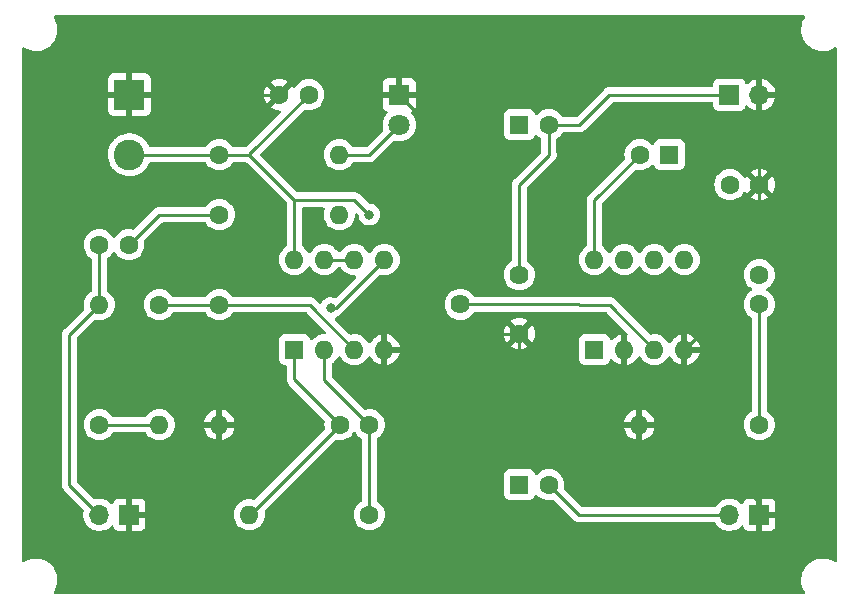
<source format=gbr>
%TF.GenerationSoftware,KiCad,Pcbnew,(6.0.1-0)*%
%TF.CreationDate,2022-05-03T14:29:38+09:00*%
%TF.ProjectId,mic_tester,6d69635f-7465-4737-9465-722e6b696361,rev?*%
%TF.SameCoordinates,Original*%
%TF.FileFunction,Copper,L1,Top*%
%TF.FilePolarity,Positive*%
%FSLAX46Y46*%
G04 Gerber Fmt 4.6, Leading zero omitted, Abs format (unit mm)*
G04 Created by KiCad (PCBNEW (6.0.1-0)) date 2022-05-03 14:29:38*
%MOMM*%
%LPD*%
G01*
G04 APERTURE LIST*
%TA.AperFunction,ComponentPad*%
%ADD10C,1.620000*%
%TD*%
%TA.AperFunction,ComponentPad*%
%ADD11C,1.600000*%
%TD*%
%TA.AperFunction,ComponentPad*%
%ADD12O,1.600000X1.600000*%
%TD*%
%TA.AperFunction,ComponentPad*%
%ADD13R,1.600000X1.600000*%
%TD*%
%TA.AperFunction,ComponentPad*%
%ADD14R,1.800000X1.800000*%
%TD*%
%TA.AperFunction,ComponentPad*%
%ADD15C,1.800000*%
%TD*%
%TA.AperFunction,ComponentPad*%
%ADD16R,1.700000X1.700000*%
%TD*%
%TA.AperFunction,ComponentPad*%
%ADD17O,1.700000X1.700000*%
%TD*%
%TA.AperFunction,ComponentPad*%
%ADD18R,2.600000X2.600000*%
%TD*%
%TA.AperFunction,ComponentPad*%
%ADD19C,2.600000*%
%TD*%
%TA.AperFunction,ViaPad*%
%ADD20C,0.800000*%
%TD*%
%TA.AperFunction,Conductor*%
%ADD21C,0.250000*%
%TD*%
G04 APERTURE END LIST*
D10*
%TO.P,RV1,1,1*%
%TO.N,Amp Input*%
X144780000Y-83820000D03*
%TO.P,RV1,2,2*%
%TO.N,Net-(RV1-Pad2)*%
X139780000Y-86320000D03*
%TO.P,RV1,3,3*%
%TO.N,GND*%
X144780000Y-88820000D03*
%TD*%
D11*
%TO.P,R2,1*%
%TO.N,Net-(R2-Pad1)*%
X114300000Y-86360000D03*
D12*
%TO.P,R2,2*%
%TO.N,Vcc*%
X114300000Y-96520000D03*
%TD*%
D11*
%TO.P,R3,1*%
%TO.N,Net-(R2-Pad1)*%
X119380000Y-86360000D03*
D12*
%TO.P,R3,2*%
%TO.N,GND*%
X119380000Y-96520000D03*
%TD*%
D13*
%TO.P,U2,1,GAIN*%
%TO.N,Net-(C6-Pad1)*%
X151140000Y-90160000D03*
D12*
%TO.P,U2,2,-*%
%TO.N,GND*%
X153680000Y-90160000D03*
%TO.P,U2,3,+*%
%TO.N,Net-(RV1-Pad2)*%
X156220000Y-90160000D03*
%TO.P,U2,4,GND*%
%TO.N,GND*%
X158760000Y-90160000D03*
%TO.P,U2,5*%
%TO.N,Net-(C7-Pad1)*%
X158760000Y-82540000D03*
%TO.P,U2,6,V+*%
%TO.N,Vcc*%
X156220000Y-82540000D03*
%TO.P,U2,7,BYPASS*%
%TO.N,unconnected-(U2-Pad7)*%
X153680000Y-82540000D03*
%TO.P,U2,8,GAIN*%
%TO.N,Net-(C6-Pad2)*%
X151140000Y-82540000D03*
%TD*%
D11*
%TO.P,R1,1*%
%TO.N,Vcc*%
X109220000Y-96520000D03*
D12*
%TO.P,R1,2*%
%TO.N,Net-(C1-Pad1)*%
X109220000Y-86360000D03*
%TD*%
D14*
%TO.P,D1,1,K*%
%TO.N,GND*%
X134620000Y-68580000D03*
D15*
%TO.P,D1,2,A*%
%TO.N,Net-(D1-Pad2)*%
X134620000Y-71120000D03*
%TD*%
D11*
%TO.P,R5,1*%
%TO.N,Net-(C2-Pad1)*%
X132080000Y-104140000D03*
D12*
%TO.P,R5,2*%
%TO.N,Net-(C2-Pad2)*%
X121920000Y-104140000D03*
%TD*%
D13*
%TO.P,C6,1*%
%TO.N,Net-(C6-Pad1)*%
X157480000Y-73660000D03*
D11*
%TO.P,C6,2*%
%TO.N,Net-(C6-Pad2)*%
X154980000Y-73660000D03*
%TD*%
D13*
%TO.P,C4,1*%
%TO.N,Net-(C4-Pad1)*%
X144780000Y-71120000D03*
D11*
%TO.P,C4,2*%
%TO.N,Amp Input*%
X147280000Y-71120000D03*
%TD*%
%TO.P,C1,1*%
%TO.N,Net-(C1-Pad1)*%
X109220000Y-81280000D03*
%TO.P,C1,2*%
%TO.N,Net-(C1-Pad2)*%
X111720000Y-81280000D03*
%TD*%
D16*
%TO.P,J1,1,Pin_1*%
%TO.N,GND*%
X111760000Y-104140000D03*
D17*
%TO.P,J1,2,Pin_2*%
%TO.N,Net-(C1-Pad1)*%
X109220000Y-104140000D03*
%TD*%
D11*
%TO.P,C7,1*%
%TO.N,Net-(C7-Pad1)*%
X165100000Y-83820000D03*
%TO.P,C7,2*%
%TO.N,Net-(C7-Pad2)*%
X165100000Y-86320000D03*
%TD*%
%TO.P,C3,1*%
%TO.N,GND*%
X124460000Y-68580000D03*
%TO.P,C3,2*%
%TO.N,Vcc*%
X126960000Y-68580000D03*
%TD*%
%TO.P,R6,1*%
%TO.N,Net-(C7-Pad2)*%
X165100000Y-96520000D03*
D12*
%TO.P,R6,2*%
%TO.N,GND*%
X154940000Y-96520000D03*
%TD*%
D16*
%TO.P,J2,1,Pin_1*%
%TO.N,Amp Input*%
X162560000Y-68580000D03*
D17*
%TO.P,J2,2,Pin_2*%
%TO.N,GND*%
X165100000Y-68580000D03*
%TD*%
D11*
%TO.P,C5,1*%
%TO.N,Vcc*%
X162600000Y-76200000D03*
%TO.P,C5,2*%
%TO.N,GND*%
X165100000Y-76200000D03*
%TD*%
D13*
%TO.P,U1,1*%
%TO.N,Net-(C2-Pad2)*%
X125740000Y-90160000D03*
D12*
%TO.P,U1,2,-*%
%TO.N,Net-(C2-Pad1)*%
X128280000Y-90160000D03*
%TO.P,U1,3,+*%
%TO.N,Net-(R2-Pad1)*%
X130820000Y-90160000D03*
%TO.P,U1,4,V-*%
%TO.N,GND*%
X133360000Y-90160000D03*
%TO.P,U1,5,+*%
%TO.N,Net-(C2-Pad2)*%
X133360000Y-82540000D03*
%TO.P,U1,6,-*%
%TO.N,Net-(C4-Pad1)*%
X130820000Y-82540000D03*
%TO.P,U1,7*%
X128280000Y-82540000D03*
%TO.P,U1,8,V+*%
%TO.N,Vcc*%
X125740000Y-82540000D03*
%TD*%
D13*
%TO.P,C8,1*%
%TO.N,Net-(C7-Pad1)*%
X144780000Y-101600000D03*
D11*
%TO.P,C8,2*%
%TO.N,Net-(C8-Pad2)*%
X147280000Y-101600000D03*
%TD*%
%TO.P,C2,1*%
%TO.N,Net-(C2-Pad1)*%
X132080000Y-96520000D03*
%TO.P,C2,2*%
%TO.N,Net-(C2-Pad2)*%
X129580000Y-96520000D03*
%TD*%
%TO.P,R4,1*%
%TO.N,Net-(C1-Pad2)*%
X119380000Y-78740000D03*
D12*
%TO.P,R4,2*%
%TO.N,Net-(C2-Pad1)*%
X129540000Y-78740000D03*
%TD*%
D16*
%TO.P,J3,1,Pin_1*%
%TO.N,GND*%
X165100000Y-104140000D03*
D17*
%TO.P,J3,2,Pin_2*%
%TO.N,Net-(C8-Pad2)*%
X162560000Y-104140000D03*
%TD*%
D18*
%TO.P,J4,1,Pin_1*%
%TO.N,GND*%
X111760000Y-68580000D03*
D19*
%TO.P,J4,2,Pin_2*%
%TO.N,Vcc*%
X111760000Y-73660000D03*
%TD*%
D11*
%TO.P,R0,1*%
%TO.N,Vcc*%
X119380000Y-73660000D03*
D12*
%TO.P,R0,2*%
%TO.N,Net-(D1-Pad2)*%
X129540000Y-73660000D03*
%TD*%
D20*
%TO.N,Net-(C2-Pad2)*%
X128815500Y-86642843D03*
%TO.N,Vcc*%
X132080000Y-78740000D03*
%TD*%
D21*
%TO.N,Net-(C1-Pad1)*%
X109220000Y-86360000D02*
X106680000Y-88900000D01*
X106680000Y-88900000D02*
X106680000Y-101600000D01*
X106680000Y-101600000D02*
X109220000Y-104140000D01*
X109220000Y-81280000D02*
X109220000Y-86360000D01*
%TO.N,Net-(C1-Pad2)*%
X114300000Y-78740000D02*
X111760000Y-81280000D01*
X119380000Y-78740000D02*
X114300000Y-78740000D01*
X111760000Y-81280000D02*
X111720000Y-81280000D01*
%TO.N,Net-(C2-Pad1)*%
X132080000Y-96520000D02*
X132080000Y-104140000D01*
X128280000Y-92720000D02*
X132080000Y-96520000D01*
X128280000Y-90160000D02*
X128280000Y-92720000D01*
%TO.N,Net-(C2-Pad2)*%
X125740000Y-90160000D02*
X125740000Y-92680000D01*
X129257157Y-86642843D02*
X128815500Y-86642843D01*
X125740000Y-92680000D02*
X129580000Y-96520000D01*
X121960000Y-104140000D02*
X121920000Y-104140000D01*
X129580000Y-96520000D02*
X121960000Y-104140000D01*
X133360000Y-82540000D02*
X129257157Y-86642843D01*
%TO.N,GND*%
X163660000Y-101600000D02*
X165100000Y-103040000D01*
X144780000Y-88820000D02*
X139620000Y-88820000D01*
X119380000Y-99060000D02*
X114300000Y-104140000D01*
X144780000Y-88820000D02*
X144780000Y-91440000D01*
X143440000Y-90160000D02*
X144780000Y-88820000D01*
X153680000Y-90160000D02*
X153680000Y-92700000D01*
X137160000Y-86360000D02*
X137160000Y-71120000D01*
X162560000Y-81280000D02*
X162560000Y-86360000D01*
X154940000Y-96520000D02*
X154940000Y-99060000D01*
X162560000Y-86360000D02*
X158760000Y-90160000D01*
X158760000Y-90160000D02*
X158760000Y-95240000D01*
X147320000Y-93980000D02*
X152400000Y-93980000D01*
X111760000Y-104140000D02*
X114300000Y-104140000D01*
X165100000Y-103040000D02*
X165100000Y-104140000D01*
X154940000Y-99060000D02*
X157480000Y-101600000D01*
X119380000Y-96520000D02*
X119380000Y-99060000D01*
X158760000Y-95240000D02*
X157480000Y-96520000D01*
X144780000Y-91440000D02*
X147320000Y-93980000D01*
X152400000Y-93980000D02*
X153680000Y-92700000D01*
X134620000Y-68580000D02*
X137160000Y-71120000D01*
X153680000Y-92720000D02*
X154940000Y-93980000D01*
X157480000Y-101600000D02*
X163660000Y-101600000D01*
X153680000Y-92700000D02*
X153680000Y-92720000D01*
X165100000Y-76200000D02*
X165100000Y-78740000D01*
X133360000Y-90160000D02*
X143440000Y-90160000D01*
X154940000Y-93980000D02*
X154940000Y-96520000D01*
X139620000Y-88820000D02*
X137160000Y-86360000D01*
X165100000Y-68580000D02*
X165100000Y-76200000D01*
X124460000Y-68580000D02*
X111760000Y-68580000D01*
X165100000Y-78740000D02*
X162560000Y-81280000D01*
X157480000Y-96520000D02*
X154940000Y-96520000D01*
%TO.N,Vcc*%
X121920000Y-73620000D02*
X126960000Y-68580000D01*
X121920000Y-73660000D02*
X125740000Y-77480000D01*
X125740000Y-77480000D02*
X125740000Y-82540000D01*
X125740000Y-77480000D02*
X130820000Y-77480000D01*
X119380000Y-73660000D02*
X111760000Y-73660000D01*
X130820000Y-77480000D02*
X132080000Y-78740000D01*
X121920000Y-73660000D02*
X121920000Y-73620000D01*
X119380000Y-73660000D02*
X121920000Y-73660000D01*
%TO.N,Net-(C4-Pad1)*%
X128280000Y-82540000D02*
X130820000Y-82540000D01*
%TO.N,Amp Input*%
X144780000Y-76200000D02*
X147320000Y-73660000D01*
X144780000Y-76200000D02*
X144780000Y-83820000D01*
X152400000Y-68580000D02*
X149860000Y-71120000D01*
X149860000Y-71120000D02*
X147280000Y-71120000D01*
X147320000Y-73660000D02*
X147280000Y-73620000D01*
X147280000Y-73620000D02*
X147280000Y-71120000D01*
X152400000Y-68580000D02*
X162560000Y-68580000D01*
%TO.N,Net-(C6-Pad2)*%
X151140000Y-82540000D02*
X151140000Y-77500000D01*
X151140000Y-77500000D02*
X154980000Y-73660000D01*
%TO.N,Net-(C7-Pad2)*%
X165100000Y-86320000D02*
X165100000Y-96520000D01*
%TO.N,Net-(C8-Pad2)*%
X147280000Y-101600000D02*
X149820000Y-104140000D01*
X149820000Y-104140000D02*
X162560000Y-104140000D01*
%TO.N,Net-(D1-Pad2)*%
X132080000Y-73660000D02*
X129540000Y-73660000D01*
X134620000Y-71120000D02*
X132080000Y-73660000D01*
%TO.N,Vcc*%
X109220000Y-96520000D02*
X114300000Y-96520000D01*
%TO.N,Net-(R2-Pad1)*%
X114300000Y-86360000D02*
X119380000Y-86360000D01*
X127020000Y-86360000D02*
X130820000Y-90160000D01*
X119380000Y-86360000D02*
X127020000Y-86360000D01*
%TO.N,Net-(RV1-Pad2)*%
X152420000Y-86360000D02*
X156220000Y-90160000D01*
X149820000Y-86320000D02*
X149860000Y-86360000D01*
X149860000Y-86360000D02*
X152420000Y-86360000D01*
X139780000Y-86320000D02*
X149820000Y-86320000D01*
%TD*%
%TA.AperFunction,Conductor*%
%TO.N,GND*%
G36*
X168912665Y-61888002D02*
G01*
X168959158Y-61941658D01*
X168969262Y-62011932D01*
X168952263Y-62059365D01*
X168846968Y-62232885D01*
X168846962Y-62232896D01*
X168844543Y-62236883D01*
X168842736Y-62241191D01*
X168842736Y-62241192D01*
X168822720Y-62288926D01*
X168740623Y-62484704D01*
X168739472Y-62489236D01*
X168739471Y-62489239D01*
X168727985Y-62534467D01*
X168674475Y-62745164D01*
X168647551Y-63012539D01*
X168649300Y-63048942D01*
X168660444Y-63280958D01*
X168712871Y-63544522D01*
X168803678Y-63797442D01*
X168805895Y-63801568D01*
X168832900Y-63851826D01*
X168930872Y-64034162D01*
X168933667Y-64037905D01*
X168933669Y-64037908D01*
X169088867Y-64245743D01*
X169088872Y-64245749D01*
X169091659Y-64249481D01*
X169094968Y-64252761D01*
X169094973Y-64252767D01*
X169199311Y-64356198D01*
X169282505Y-64438669D01*
X169286267Y-64441427D01*
X169286270Y-64441430D01*
X169461575Y-64569969D01*
X169499219Y-64597571D01*
X169503350Y-64599745D01*
X169503351Y-64599745D01*
X169732905Y-64720519D01*
X169732911Y-64720521D01*
X169737040Y-64722694D01*
X169741447Y-64724233D01*
X169741454Y-64724236D01*
X169986327Y-64809749D01*
X169990743Y-64811291D01*
X169995336Y-64812163D01*
X170250166Y-64860544D01*
X170250169Y-64860544D01*
X170254755Y-64861415D01*
X170389015Y-64866691D01*
X170518607Y-64871783D01*
X170518613Y-64871783D01*
X170523275Y-64871966D01*
X170604970Y-64863019D01*
X170785753Y-64843220D01*
X170785758Y-64843219D01*
X170790406Y-64842710D01*
X171050278Y-64774291D01*
X171175437Y-64720519D01*
X171292880Y-64670062D01*
X171292883Y-64670060D01*
X171297183Y-64668213D01*
X171301163Y-64665750D01*
X171301167Y-64665748D01*
X171459697Y-64567646D01*
X171528149Y-64548808D01*
X171595919Y-64569969D01*
X171641490Y-64624410D01*
X171652000Y-64674790D01*
X171652000Y-108045599D01*
X171631998Y-108113720D01*
X171578342Y-108160213D01*
X171508068Y-108170317D01*
X171454180Y-108149126D01*
X171384045Y-108100471D01*
X171384042Y-108100469D01*
X171380203Y-108097806D01*
X171376013Y-108095740D01*
X171376010Y-108095738D01*
X171143376Y-107981016D01*
X171143373Y-107981015D01*
X171139188Y-107978951D01*
X170883253Y-107897025D01*
X170878646Y-107896275D01*
X170878643Y-107896274D01*
X170622630Y-107854580D01*
X170622631Y-107854580D01*
X170618019Y-107853829D01*
X170487717Y-107852124D01*
X170353992Y-107850373D01*
X170353989Y-107850373D01*
X170349315Y-107850312D01*
X170083042Y-107886550D01*
X170078552Y-107887859D01*
X170078546Y-107887860D01*
X169968778Y-107919855D01*
X169825050Y-107961748D01*
X169820803Y-107963706D01*
X169820800Y-107963707D01*
X169783254Y-107981016D01*
X169581006Y-108074253D01*
X169577097Y-108076816D01*
X169360186Y-108219029D01*
X169360181Y-108219033D01*
X169356273Y-108221595D01*
X169155787Y-108400536D01*
X168983952Y-108607145D01*
X168981529Y-108611138D01*
X168962513Y-108642476D01*
X168844543Y-108836883D01*
X168842736Y-108841191D01*
X168842736Y-108841192D01*
X168822720Y-108888926D01*
X168740623Y-109084704D01*
X168674475Y-109345164D01*
X168647551Y-109612539D01*
X168647775Y-109617204D01*
X168647775Y-109617210D01*
X168649016Y-109643038D01*
X168649300Y-109648942D01*
X168660444Y-109880958D01*
X168712871Y-110144522D01*
X168803678Y-110397442D01*
X168805895Y-110401568D01*
X168832900Y-110451826D01*
X168930872Y-110634162D01*
X168933667Y-110637905D01*
X168933669Y-110637908D01*
X168943155Y-110650611D01*
X168967887Y-110717161D01*
X168952712Y-110786517D01*
X168902451Y-110836659D01*
X168842197Y-110852000D01*
X105473963Y-110852000D01*
X105405842Y-110831998D01*
X105359349Y-110778342D01*
X105349245Y-110708068D01*
X105367992Y-110657837D01*
X105450832Y-110529048D01*
X105450834Y-110529045D01*
X105453357Y-110525122D01*
X105563728Y-110280106D01*
X105636672Y-110021468D01*
X105670585Y-109754889D01*
X105673070Y-109660000D01*
X105653155Y-109392011D01*
X105642555Y-109345164D01*
X105608901Y-109196439D01*
X105593847Y-109129910D01*
X105578031Y-109089239D01*
X105498143Y-108883806D01*
X105498142Y-108883804D01*
X105496450Y-108879453D01*
X105363103Y-108646144D01*
X105196735Y-108435108D01*
X105001002Y-108250980D01*
X104954945Y-108219029D01*
X104784045Y-108100471D01*
X104784042Y-108100469D01*
X104780203Y-108097806D01*
X104776013Y-108095740D01*
X104776010Y-108095738D01*
X104543376Y-107981016D01*
X104543373Y-107981015D01*
X104539188Y-107978951D01*
X104283253Y-107897025D01*
X104278646Y-107896275D01*
X104278643Y-107896274D01*
X104022630Y-107854580D01*
X104022631Y-107854580D01*
X104018019Y-107853829D01*
X103887717Y-107852124D01*
X103753992Y-107850373D01*
X103753989Y-107850373D01*
X103749315Y-107850312D01*
X103483042Y-107886550D01*
X103478552Y-107887859D01*
X103478546Y-107887860D01*
X103368778Y-107919855D01*
X103225050Y-107961748D01*
X103220803Y-107963706D01*
X103220800Y-107963707D01*
X103183254Y-107981016D01*
X102981006Y-108074253D01*
X102866807Y-108149126D01*
X102863085Y-108151566D01*
X102795150Y-108172189D01*
X102726850Y-108152809D01*
X102679869Y-108099580D01*
X102668000Y-108046194D01*
X102668000Y-88879943D01*
X106041780Y-88879943D01*
X106042526Y-88887835D01*
X106045941Y-88923961D01*
X106046500Y-88935819D01*
X106046500Y-101521233D01*
X106045973Y-101532416D01*
X106044298Y-101539909D01*
X106044547Y-101547835D01*
X106044547Y-101547836D01*
X106046438Y-101607986D01*
X106046500Y-101611945D01*
X106046500Y-101639856D01*
X106046997Y-101643790D01*
X106046997Y-101643791D01*
X106047005Y-101643856D01*
X106047938Y-101655693D01*
X106049327Y-101699889D01*
X106054978Y-101719339D01*
X106058987Y-101738700D01*
X106061526Y-101758797D01*
X106064445Y-101766168D01*
X106064445Y-101766170D01*
X106077804Y-101799912D01*
X106081649Y-101811142D01*
X106093982Y-101853593D01*
X106098015Y-101860412D01*
X106098017Y-101860417D01*
X106104293Y-101871028D01*
X106112988Y-101888776D01*
X106120448Y-101907617D01*
X106125110Y-101914033D01*
X106125110Y-101914034D01*
X106146436Y-101943387D01*
X106152952Y-101953307D01*
X106175458Y-101991362D01*
X106189779Y-102005683D01*
X106202619Y-102020716D01*
X106214528Y-102037107D01*
X106220634Y-102042158D01*
X106248605Y-102065298D01*
X106257384Y-102073288D01*
X107869778Y-103685682D01*
X107903804Y-103747994D01*
X107902100Y-103808448D01*
X107880989Y-103884570D01*
X107880441Y-103889700D01*
X107880440Y-103889704D01*
X107877481Y-103917392D01*
X107857251Y-104106695D01*
X107857548Y-104111848D01*
X107857548Y-104111851D01*
X107859171Y-104140000D01*
X107870110Y-104329715D01*
X107871247Y-104334761D01*
X107871248Y-104334767D01*
X107885606Y-104398475D01*
X107919222Y-104547639D01*
X107980673Y-104698976D01*
X107984000Y-104707168D01*
X108003266Y-104754616D01*
X108005965Y-104759020D01*
X108117291Y-104940688D01*
X108119987Y-104945088D01*
X108266250Y-105113938D01*
X108438126Y-105256632D01*
X108631000Y-105369338D01*
X108635825Y-105371180D01*
X108635826Y-105371181D01*
X108708612Y-105398975D01*
X108839692Y-105449030D01*
X108844760Y-105450061D01*
X108844763Y-105450062D01*
X108952017Y-105471883D01*
X109058597Y-105493567D01*
X109063772Y-105493757D01*
X109063774Y-105493757D01*
X109276673Y-105501564D01*
X109276677Y-105501564D01*
X109281837Y-105501753D01*
X109286957Y-105501097D01*
X109286959Y-105501097D01*
X109498288Y-105474025D01*
X109498289Y-105474025D01*
X109503416Y-105473368D01*
X109569646Y-105453498D01*
X109712429Y-105410661D01*
X109712434Y-105410659D01*
X109717384Y-105409174D01*
X109917994Y-105310896D01*
X110099860Y-105181173D01*
X110131788Y-105149357D01*
X110208479Y-105072933D01*
X110270851Y-105039017D01*
X110341658Y-105044205D01*
X110398419Y-105086851D01*
X110415401Y-105117954D01*
X110456676Y-105228054D01*
X110465214Y-105243649D01*
X110541715Y-105345724D01*
X110554276Y-105358285D01*
X110656351Y-105434786D01*
X110671946Y-105443324D01*
X110792394Y-105488478D01*
X110807649Y-105492105D01*
X110858514Y-105497631D01*
X110865328Y-105498000D01*
X111487885Y-105498000D01*
X111503124Y-105493525D01*
X111504329Y-105492135D01*
X111506000Y-105484452D01*
X111506000Y-105479884D01*
X112014000Y-105479884D01*
X112018475Y-105495123D01*
X112019865Y-105496328D01*
X112027548Y-105497999D01*
X112654669Y-105497999D01*
X112661490Y-105497629D01*
X112712352Y-105492105D01*
X112727604Y-105488479D01*
X112848054Y-105443324D01*
X112863649Y-105434786D01*
X112965724Y-105358285D01*
X112978285Y-105345724D01*
X113054786Y-105243649D01*
X113063324Y-105228054D01*
X113108478Y-105107606D01*
X113112105Y-105092351D01*
X113117631Y-105041486D01*
X113118000Y-105034672D01*
X113118000Y-104412115D01*
X113113525Y-104396876D01*
X113112135Y-104395671D01*
X113104452Y-104394000D01*
X112032115Y-104394000D01*
X112016876Y-104398475D01*
X112015671Y-104399865D01*
X112014000Y-104407548D01*
X112014000Y-105479884D01*
X111506000Y-105479884D01*
X111506000Y-103867885D01*
X112014000Y-103867885D01*
X112018475Y-103883124D01*
X112019865Y-103884329D01*
X112027548Y-103886000D01*
X113099884Y-103886000D01*
X113115123Y-103881525D01*
X113116328Y-103880135D01*
X113117999Y-103872452D01*
X113117999Y-103245331D01*
X113117629Y-103238510D01*
X113112105Y-103187648D01*
X113108479Y-103172396D01*
X113063324Y-103051946D01*
X113054786Y-103036351D01*
X112978285Y-102934276D01*
X112965724Y-102921715D01*
X112863649Y-102845214D01*
X112848054Y-102836676D01*
X112727606Y-102791522D01*
X112712351Y-102787895D01*
X112661486Y-102782369D01*
X112654672Y-102782000D01*
X112032115Y-102782000D01*
X112016876Y-102786475D01*
X112015671Y-102787865D01*
X112014000Y-102795548D01*
X112014000Y-103867885D01*
X111506000Y-103867885D01*
X111506000Y-102800116D01*
X111501525Y-102784877D01*
X111500135Y-102783672D01*
X111492452Y-102782001D01*
X110865331Y-102782001D01*
X110858510Y-102782371D01*
X110807648Y-102787895D01*
X110792396Y-102791521D01*
X110671946Y-102836676D01*
X110656351Y-102845214D01*
X110554276Y-102921715D01*
X110541715Y-102934276D01*
X110465214Y-103036351D01*
X110456676Y-103051946D01*
X110415297Y-103162322D01*
X110372655Y-103219087D01*
X110306093Y-103243786D01*
X110236744Y-103228578D01*
X110204121Y-103202891D01*
X110153151Y-103146876D01*
X110153148Y-103146873D01*
X110149670Y-103143051D01*
X110145619Y-103139852D01*
X110145615Y-103139848D01*
X109978414Y-103007800D01*
X109978410Y-103007798D01*
X109974359Y-103004598D01*
X109966304Y-103000151D01*
X109846970Y-102934276D01*
X109778789Y-102896638D01*
X109773920Y-102894914D01*
X109773916Y-102894912D01*
X109573087Y-102823795D01*
X109573083Y-102823794D01*
X109568212Y-102822069D01*
X109563119Y-102821162D01*
X109563116Y-102821161D01*
X109353373Y-102783800D01*
X109353367Y-102783799D01*
X109348284Y-102782894D01*
X109274452Y-102781992D01*
X109130081Y-102780228D01*
X109130079Y-102780228D01*
X109124911Y-102780165D01*
X108904091Y-102813955D01*
X108891532Y-102818060D01*
X108820568Y-102820210D01*
X108763294Y-102787389D01*
X107350405Y-101374500D01*
X107316379Y-101312188D01*
X107313500Y-101285405D01*
X107313500Y-96520000D01*
X107906502Y-96520000D01*
X107926457Y-96748087D01*
X107927880Y-96753398D01*
X107927881Y-96753402D01*
X107943460Y-96811541D01*
X107985716Y-96969243D01*
X107988039Y-96974224D01*
X107988039Y-96974225D01*
X108080151Y-97171762D01*
X108080154Y-97171767D01*
X108082477Y-97176749D01*
X108213802Y-97364300D01*
X108375700Y-97526198D01*
X108380208Y-97529355D01*
X108380211Y-97529357D01*
X108458389Y-97584098D01*
X108563251Y-97657523D01*
X108568233Y-97659846D01*
X108568238Y-97659849D01*
X108738825Y-97739394D01*
X108770757Y-97754284D01*
X108776065Y-97755706D01*
X108776067Y-97755707D01*
X108986598Y-97812119D01*
X108986600Y-97812119D01*
X108991913Y-97813543D01*
X109220000Y-97833498D01*
X109448087Y-97813543D01*
X109453400Y-97812119D01*
X109453402Y-97812119D01*
X109663933Y-97755707D01*
X109663935Y-97755706D01*
X109669243Y-97754284D01*
X109701175Y-97739394D01*
X109871762Y-97659849D01*
X109871767Y-97659846D01*
X109876749Y-97657523D01*
X109981611Y-97584098D01*
X110059789Y-97529357D01*
X110059792Y-97529355D01*
X110064300Y-97526198D01*
X110226198Y-97364300D01*
X110336181Y-97207229D01*
X110391638Y-97162901D01*
X110439394Y-97153500D01*
X113080606Y-97153500D01*
X113148727Y-97173502D01*
X113183819Y-97207229D01*
X113293802Y-97364300D01*
X113455700Y-97526198D01*
X113460208Y-97529355D01*
X113460211Y-97529357D01*
X113538389Y-97584098D01*
X113643251Y-97657523D01*
X113648233Y-97659846D01*
X113648238Y-97659849D01*
X113818825Y-97739394D01*
X113850757Y-97754284D01*
X113856065Y-97755706D01*
X113856067Y-97755707D01*
X114066598Y-97812119D01*
X114066600Y-97812119D01*
X114071913Y-97813543D01*
X114300000Y-97833498D01*
X114528087Y-97813543D01*
X114533400Y-97812119D01*
X114533402Y-97812119D01*
X114743933Y-97755707D01*
X114743935Y-97755706D01*
X114749243Y-97754284D01*
X114781175Y-97739394D01*
X114951762Y-97659849D01*
X114951767Y-97659846D01*
X114956749Y-97657523D01*
X115061611Y-97584098D01*
X115139789Y-97529357D01*
X115139792Y-97529355D01*
X115144300Y-97526198D01*
X115306198Y-97364300D01*
X115437523Y-97176749D01*
X115439846Y-97171767D01*
X115439849Y-97171762D01*
X115531961Y-96974225D01*
X115531961Y-96974224D01*
X115534284Y-96969243D01*
X115576541Y-96811541D01*
X115583245Y-96786522D01*
X118097273Y-96786522D01*
X118144764Y-96963761D01*
X118148510Y-96974053D01*
X118240586Y-97171511D01*
X118246069Y-97181007D01*
X118371028Y-97359467D01*
X118378084Y-97367875D01*
X118532125Y-97521916D01*
X118540533Y-97528972D01*
X118718993Y-97653931D01*
X118728489Y-97659414D01*
X118925947Y-97751490D01*
X118936239Y-97755236D01*
X119108503Y-97801394D01*
X119122599Y-97801058D01*
X119126000Y-97793116D01*
X119126000Y-97787967D01*
X119634000Y-97787967D01*
X119637973Y-97801498D01*
X119646522Y-97802727D01*
X119823761Y-97755236D01*
X119834053Y-97751490D01*
X120031511Y-97659414D01*
X120041007Y-97653931D01*
X120219467Y-97528972D01*
X120227875Y-97521916D01*
X120381916Y-97367875D01*
X120388972Y-97359467D01*
X120513931Y-97181007D01*
X120519414Y-97171511D01*
X120611490Y-96974053D01*
X120615236Y-96963761D01*
X120661394Y-96791497D01*
X120661058Y-96777401D01*
X120653116Y-96774000D01*
X119652115Y-96774000D01*
X119636876Y-96778475D01*
X119635671Y-96779865D01*
X119634000Y-96787548D01*
X119634000Y-97787967D01*
X119126000Y-97787967D01*
X119126000Y-96792115D01*
X119121525Y-96776876D01*
X119120135Y-96775671D01*
X119112452Y-96774000D01*
X118112033Y-96774000D01*
X118098502Y-96777973D01*
X118097273Y-96786522D01*
X115583245Y-96786522D01*
X115592119Y-96753402D01*
X115592120Y-96753398D01*
X115593543Y-96748087D01*
X115613498Y-96520000D01*
X115593543Y-96291913D01*
X115583244Y-96253478D01*
X115581911Y-96248503D01*
X118098606Y-96248503D01*
X118098942Y-96262599D01*
X118106884Y-96266000D01*
X119107885Y-96266000D01*
X119123124Y-96261525D01*
X119124329Y-96260135D01*
X119126000Y-96252452D01*
X119126000Y-96247885D01*
X119634000Y-96247885D01*
X119638475Y-96263124D01*
X119639865Y-96264329D01*
X119647548Y-96266000D01*
X120647967Y-96266000D01*
X120661498Y-96262027D01*
X120662727Y-96253478D01*
X120615236Y-96076239D01*
X120611490Y-96065947D01*
X120519414Y-95868489D01*
X120513931Y-95858993D01*
X120388972Y-95680533D01*
X120381916Y-95672125D01*
X120227875Y-95518084D01*
X120219467Y-95511028D01*
X120041007Y-95386069D01*
X120031511Y-95380586D01*
X119834053Y-95288510D01*
X119823761Y-95284764D01*
X119651497Y-95238606D01*
X119637401Y-95238942D01*
X119634000Y-95246884D01*
X119634000Y-96247885D01*
X119126000Y-96247885D01*
X119126000Y-95252033D01*
X119122027Y-95238502D01*
X119113478Y-95237273D01*
X118936239Y-95284764D01*
X118925947Y-95288510D01*
X118728489Y-95380586D01*
X118718993Y-95386069D01*
X118540533Y-95511028D01*
X118532125Y-95518084D01*
X118378084Y-95672125D01*
X118371028Y-95680533D01*
X118246069Y-95858993D01*
X118240586Y-95868489D01*
X118148510Y-96065947D01*
X118144764Y-96076239D01*
X118098606Y-96248503D01*
X115581911Y-96248503D01*
X115535707Y-96076067D01*
X115535706Y-96076065D01*
X115534284Y-96070757D01*
X115531961Y-96065775D01*
X115439849Y-95868238D01*
X115439846Y-95868233D01*
X115437523Y-95863251D01*
X115306198Y-95675700D01*
X115144300Y-95513802D01*
X115139792Y-95510645D01*
X115139789Y-95510643D01*
X114987228Y-95403819D01*
X114956749Y-95382477D01*
X114951767Y-95380154D01*
X114951762Y-95380151D01*
X114754225Y-95288039D01*
X114754224Y-95288039D01*
X114749243Y-95285716D01*
X114743935Y-95284294D01*
X114743933Y-95284293D01*
X114533402Y-95227881D01*
X114533400Y-95227881D01*
X114528087Y-95226457D01*
X114300000Y-95206502D01*
X114071913Y-95226457D01*
X114066600Y-95227881D01*
X114066598Y-95227881D01*
X113856067Y-95284293D01*
X113856065Y-95284294D01*
X113850757Y-95285716D01*
X113845776Y-95288039D01*
X113845775Y-95288039D01*
X113648238Y-95380151D01*
X113648233Y-95380154D01*
X113643251Y-95382477D01*
X113612772Y-95403819D01*
X113460211Y-95510643D01*
X113460208Y-95510645D01*
X113455700Y-95513802D01*
X113293802Y-95675700D01*
X113290645Y-95680208D01*
X113290643Y-95680211D01*
X113183819Y-95832771D01*
X113128362Y-95877099D01*
X113080606Y-95886500D01*
X110439394Y-95886500D01*
X110371273Y-95866498D01*
X110336181Y-95832771D01*
X110229357Y-95680211D01*
X110229355Y-95680208D01*
X110226198Y-95675700D01*
X110064300Y-95513802D01*
X110059792Y-95510645D01*
X110059789Y-95510643D01*
X109907228Y-95403819D01*
X109876749Y-95382477D01*
X109871767Y-95380154D01*
X109871762Y-95380151D01*
X109674225Y-95288039D01*
X109674224Y-95288039D01*
X109669243Y-95285716D01*
X109663935Y-95284294D01*
X109663933Y-95284293D01*
X109453402Y-95227881D01*
X109453400Y-95227881D01*
X109448087Y-95226457D01*
X109220000Y-95206502D01*
X108991913Y-95226457D01*
X108986600Y-95227881D01*
X108986598Y-95227881D01*
X108776067Y-95284293D01*
X108776065Y-95284294D01*
X108770757Y-95285716D01*
X108765776Y-95288039D01*
X108765775Y-95288039D01*
X108568238Y-95380151D01*
X108568233Y-95380154D01*
X108563251Y-95382477D01*
X108532772Y-95403819D01*
X108380211Y-95510643D01*
X108380208Y-95510645D01*
X108375700Y-95513802D01*
X108213802Y-95675700D01*
X108082477Y-95863251D01*
X108080154Y-95868233D01*
X108080151Y-95868238D01*
X107988039Y-96065775D01*
X107985716Y-96070757D01*
X107984294Y-96076065D01*
X107984293Y-96076067D01*
X107936756Y-96253478D01*
X107926457Y-96291913D01*
X107906502Y-96520000D01*
X107313500Y-96520000D01*
X107313500Y-89214594D01*
X107333502Y-89146473D01*
X107350405Y-89125499D01*
X108806752Y-87669152D01*
X108869064Y-87635126D01*
X108928459Y-87636541D01*
X108986591Y-87652118D01*
X108986602Y-87652120D01*
X108991913Y-87653543D01*
X109220000Y-87673498D01*
X109448087Y-87653543D01*
X109453400Y-87652119D01*
X109453402Y-87652119D01*
X109663933Y-87595707D01*
X109663935Y-87595706D01*
X109669243Y-87594284D01*
X109701855Y-87579077D01*
X109871762Y-87499849D01*
X109871767Y-87499846D01*
X109876749Y-87497523D01*
X109981611Y-87424098D01*
X110059789Y-87369357D01*
X110059792Y-87369355D01*
X110064300Y-87366198D01*
X110226198Y-87204300D01*
X110230797Y-87197733D01*
X110297683Y-87102209D01*
X110357523Y-87016749D01*
X110359846Y-87011767D01*
X110359849Y-87011762D01*
X110451961Y-86814225D01*
X110451961Y-86814224D01*
X110454284Y-86809243D01*
X110462747Y-86777661D01*
X110512119Y-86593402D01*
X110512120Y-86593398D01*
X110513543Y-86588087D01*
X110533498Y-86360000D01*
X110513543Y-86131913D01*
X110506573Y-86105899D01*
X110455707Y-85916067D01*
X110455706Y-85916065D01*
X110454284Y-85910757D01*
X110440591Y-85881392D01*
X110359849Y-85708238D01*
X110359846Y-85708233D01*
X110357523Y-85703251D01*
X110226198Y-85515700D01*
X110064300Y-85353802D01*
X110059792Y-85350645D01*
X110059789Y-85350643D01*
X109907229Y-85243819D01*
X109862901Y-85188362D01*
X109853500Y-85140606D01*
X109853500Y-82499394D01*
X109873502Y-82431273D01*
X109907229Y-82396181D01*
X110059789Y-82289357D01*
X110059792Y-82289355D01*
X110064300Y-82286198D01*
X110226198Y-82124300D01*
X110357523Y-81936749D01*
X110359846Y-81931767D01*
X110360882Y-81929973D01*
X110412266Y-81880981D01*
X110481979Y-81867546D01*
X110547890Y-81893934D01*
X110579118Y-81929973D01*
X110580154Y-81931767D01*
X110582477Y-81936749D01*
X110713802Y-82124300D01*
X110875700Y-82286198D01*
X110880208Y-82289355D01*
X110880211Y-82289357D01*
X110920251Y-82317393D01*
X111063251Y-82417523D01*
X111068233Y-82419846D01*
X111068238Y-82419849D01*
X111265775Y-82511961D01*
X111270757Y-82514284D01*
X111276065Y-82515706D01*
X111276067Y-82515707D01*
X111486598Y-82572119D01*
X111486600Y-82572119D01*
X111491913Y-82573543D01*
X111720000Y-82593498D01*
X111948087Y-82573543D01*
X111953400Y-82572119D01*
X111953402Y-82572119D01*
X112163933Y-82515707D01*
X112163935Y-82515706D01*
X112169243Y-82514284D01*
X112174225Y-82511961D01*
X112371762Y-82419849D01*
X112371767Y-82419846D01*
X112376749Y-82417523D01*
X112519749Y-82317393D01*
X112559789Y-82289357D01*
X112559792Y-82289355D01*
X112564300Y-82286198D01*
X112726198Y-82124300D01*
X112857523Y-81936749D01*
X112859846Y-81931767D01*
X112859849Y-81931762D01*
X112951961Y-81734225D01*
X112951961Y-81734224D01*
X112954284Y-81729243D01*
X113005609Y-81537699D01*
X113012119Y-81513402D01*
X113012119Y-81513400D01*
X113013543Y-81508087D01*
X113033498Y-81280000D01*
X113013543Y-81051913D01*
X113004993Y-81020004D01*
X113006683Y-80949027D01*
X113037605Y-80898299D01*
X114525499Y-79410405D01*
X114587811Y-79376379D01*
X114614594Y-79373500D01*
X118160606Y-79373500D01*
X118228727Y-79393502D01*
X118263819Y-79427229D01*
X118370643Y-79579789D01*
X118373802Y-79584300D01*
X118535700Y-79746198D01*
X118540208Y-79749355D01*
X118540211Y-79749357D01*
X118618389Y-79804098D01*
X118723251Y-79877523D01*
X118728233Y-79879846D01*
X118728238Y-79879849D01*
X118925775Y-79971961D01*
X118930757Y-79974284D01*
X118936065Y-79975706D01*
X118936067Y-79975707D01*
X119146598Y-80032119D01*
X119146600Y-80032119D01*
X119151913Y-80033543D01*
X119380000Y-80053498D01*
X119608087Y-80033543D01*
X119613400Y-80032119D01*
X119613402Y-80032119D01*
X119823933Y-79975707D01*
X119823935Y-79975706D01*
X119829243Y-79974284D01*
X119834225Y-79971961D01*
X120031762Y-79879849D01*
X120031767Y-79879846D01*
X120036749Y-79877523D01*
X120141611Y-79804098D01*
X120219789Y-79749357D01*
X120219792Y-79749355D01*
X120224300Y-79746198D01*
X120386198Y-79584300D01*
X120421557Y-79533803D01*
X120444098Y-79501611D01*
X120517523Y-79396749D01*
X120519846Y-79391767D01*
X120519849Y-79391762D01*
X120611961Y-79194225D01*
X120611961Y-79194224D01*
X120614284Y-79189243D01*
X120636785Y-79105271D01*
X120672119Y-78973402D01*
X120672119Y-78973400D01*
X120673543Y-78968087D01*
X120693498Y-78740000D01*
X120673543Y-78511913D01*
X120672119Y-78506598D01*
X120615707Y-78296067D01*
X120615706Y-78296065D01*
X120614284Y-78290757D01*
X120604544Y-78269870D01*
X120519849Y-78088238D01*
X120519846Y-78088233D01*
X120517523Y-78083251D01*
X120423437Y-77948882D01*
X120389357Y-77900211D01*
X120389355Y-77900208D01*
X120386198Y-77895700D01*
X120224300Y-77733802D01*
X120219792Y-77730645D01*
X120219789Y-77730643D01*
X120141611Y-77675902D01*
X120036749Y-77602477D01*
X120031767Y-77600154D01*
X120031762Y-77600151D01*
X119834225Y-77508039D01*
X119834224Y-77508039D01*
X119829243Y-77505716D01*
X119823935Y-77504294D01*
X119823933Y-77504293D01*
X119613402Y-77447881D01*
X119613400Y-77447881D01*
X119608087Y-77446457D01*
X119380000Y-77426502D01*
X119151913Y-77446457D01*
X119146600Y-77447881D01*
X119146598Y-77447881D01*
X118936067Y-77504293D01*
X118936065Y-77504294D01*
X118930757Y-77505716D01*
X118925776Y-77508039D01*
X118925775Y-77508039D01*
X118728238Y-77600151D01*
X118728233Y-77600154D01*
X118723251Y-77602477D01*
X118618389Y-77675902D01*
X118540211Y-77730643D01*
X118540208Y-77730645D01*
X118535700Y-77733802D01*
X118373802Y-77895700D01*
X118370645Y-77900208D01*
X118370643Y-77900211D01*
X118263819Y-78052771D01*
X118208362Y-78097099D01*
X118160606Y-78106500D01*
X114378763Y-78106500D01*
X114367579Y-78105973D01*
X114360091Y-78104299D01*
X114352168Y-78104548D01*
X114292033Y-78106438D01*
X114288075Y-78106500D01*
X114260144Y-78106500D01*
X114256229Y-78106995D01*
X114256225Y-78106995D01*
X114256167Y-78107003D01*
X114256138Y-78107006D01*
X114244296Y-78107939D01*
X114200110Y-78109327D01*
X114185746Y-78113500D01*
X114180658Y-78114978D01*
X114161306Y-78118986D01*
X114149068Y-78120532D01*
X114149066Y-78120533D01*
X114141203Y-78121526D01*
X114100086Y-78137806D01*
X114088885Y-78141641D01*
X114046406Y-78153982D01*
X114039587Y-78158015D01*
X114039582Y-78158017D01*
X114028971Y-78164293D01*
X114011221Y-78172990D01*
X113992383Y-78180448D01*
X113985967Y-78185109D01*
X113985966Y-78185110D01*
X113956625Y-78206428D01*
X113946701Y-78212947D01*
X113915460Y-78231422D01*
X113915455Y-78231426D01*
X113908637Y-78235458D01*
X113894313Y-78249782D01*
X113879281Y-78262621D01*
X113862893Y-78274528D01*
X113834712Y-78308593D01*
X113826722Y-78317373D01*
X112164793Y-79979302D01*
X112102481Y-80013328D01*
X112043089Y-80011913D01*
X111968430Y-79991908D01*
X111953402Y-79987881D01*
X111953400Y-79987881D01*
X111948087Y-79986457D01*
X111720000Y-79966502D01*
X111491913Y-79986457D01*
X111486600Y-79987881D01*
X111486598Y-79987881D01*
X111276067Y-80044293D01*
X111276065Y-80044294D01*
X111270757Y-80045716D01*
X111265776Y-80048039D01*
X111265775Y-80048039D01*
X111068238Y-80140151D01*
X111068233Y-80140154D01*
X111063251Y-80142477D01*
X110958389Y-80215902D01*
X110880211Y-80270643D01*
X110880208Y-80270645D01*
X110875700Y-80273802D01*
X110713802Y-80435700D01*
X110582477Y-80623251D01*
X110580154Y-80628233D01*
X110579118Y-80630027D01*
X110527734Y-80679019D01*
X110458021Y-80692454D01*
X110392110Y-80666066D01*
X110360882Y-80630027D01*
X110359846Y-80628233D01*
X110357523Y-80623251D01*
X110226198Y-80435700D01*
X110064300Y-80273802D01*
X110059792Y-80270645D01*
X110059789Y-80270643D01*
X109981611Y-80215902D01*
X109876749Y-80142477D01*
X109871767Y-80140154D01*
X109871762Y-80140151D01*
X109674225Y-80048039D01*
X109674224Y-80048039D01*
X109669243Y-80045716D01*
X109663935Y-80044294D01*
X109663933Y-80044293D01*
X109453402Y-79987881D01*
X109453400Y-79987881D01*
X109448087Y-79986457D01*
X109220000Y-79966502D01*
X108991913Y-79986457D01*
X108986600Y-79987881D01*
X108986598Y-79987881D01*
X108776067Y-80044293D01*
X108776065Y-80044294D01*
X108770757Y-80045716D01*
X108765776Y-80048039D01*
X108765775Y-80048039D01*
X108568238Y-80140151D01*
X108568233Y-80140154D01*
X108563251Y-80142477D01*
X108458389Y-80215902D01*
X108380211Y-80270643D01*
X108380208Y-80270645D01*
X108375700Y-80273802D01*
X108213802Y-80435700D01*
X108082477Y-80623251D01*
X108080154Y-80628233D01*
X108080151Y-80628238D01*
X108079317Y-80630027D01*
X107985716Y-80830757D01*
X107984294Y-80836065D01*
X107984293Y-80836067D01*
X107935007Y-81020004D01*
X107926457Y-81051913D01*
X107906502Y-81280000D01*
X107926457Y-81508087D01*
X107927881Y-81513400D01*
X107927881Y-81513402D01*
X107934392Y-81537699D01*
X107985716Y-81729243D01*
X107988039Y-81734224D01*
X107988039Y-81734225D01*
X108080151Y-81931762D01*
X108080154Y-81931767D01*
X108082477Y-81936749D01*
X108213802Y-82124300D01*
X108375700Y-82286198D01*
X108380208Y-82289355D01*
X108380211Y-82289357D01*
X108532771Y-82396181D01*
X108577099Y-82451638D01*
X108586500Y-82499394D01*
X108586500Y-85140606D01*
X108566498Y-85208727D01*
X108532771Y-85243819D01*
X108380211Y-85350643D01*
X108380208Y-85350645D01*
X108375700Y-85353802D01*
X108213802Y-85515700D01*
X108082477Y-85703251D01*
X108080154Y-85708233D01*
X108080151Y-85708238D01*
X107999409Y-85881392D01*
X107985716Y-85910757D01*
X107984294Y-85916065D01*
X107984293Y-85916067D01*
X107933427Y-86105899D01*
X107926457Y-86131913D01*
X107906502Y-86360000D01*
X107926457Y-86588087D01*
X107943460Y-86651541D01*
X107941770Y-86722518D01*
X107910848Y-86773247D01*
X106287747Y-88396348D01*
X106279461Y-88403888D01*
X106272982Y-88408000D01*
X106228291Y-88455592D01*
X106226357Y-88457651D01*
X106223602Y-88460493D01*
X106203865Y-88480230D01*
X106201385Y-88483427D01*
X106193682Y-88492447D01*
X106163414Y-88524679D01*
X106159595Y-88531625D01*
X106159593Y-88531628D01*
X106153652Y-88542434D01*
X106142801Y-88558953D01*
X106130386Y-88574959D01*
X106127241Y-88582228D01*
X106127238Y-88582232D01*
X106112826Y-88615537D01*
X106107609Y-88626187D01*
X106086305Y-88664940D01*
X106084334Y-88672615D01*
X106084334Y-88672616D01*
X106081267Y-88684562D01*
X106074863Y-88703266D01*
X106066819Y-88721855D01*
X106065580Y-88729678D01*
X106065577Y-88729688D01*
X106059901Y-88765524D01*
X106057495Y-88777144D01*
X106046500Y-88819970D01*
X106046500Y-88840224D01*
X106044949Y-88859934D01*
X106041780Y-88879943D01*
X102668000Y-88879943D01*
X102668000Y-73612526D01*
X109947050Y-73612526D01*
X109947274Y-73617192D01*
X109947274Y-73617197D01*
X109952649Y-73729095D01*
X109959947Y-73881019D01*
X110012388Y-74144656D01*
X110103220Y-74397646D01*
X110105432Y-74401762D01*
X110105433Y-74401765D01*
X110164413Y-74511531D01*
X110230450Y-74634431D01*
X110233241Y-74638168D01*
X110233245Y-74638175D01*
X110314887Y-74747506D01*
X110391281Y-74849810D01*
X110394590Y-74853090D01*
X110394595Y-74853096D01*
X110511669Y-74969152D01*
X110582180Y-75039050D01*
X110585942Y-75041808D01*
X110585945Y-75041811D01*
X110701357Y-75126434D01*
X110798954Y-75197995D01*
X110803089Y-75200171D01*
X110803093Y-75200173D01*
X111032698Y-75320975D01*
X111036840Y-75323154D01*
X111290613Y-75411775D01*
X111295206Y-75412647D01*
X111550109Y-75461042D01*
X111550112Y-75461042D01*
X111554698Y-75461913D01*
X111682370Y-75466929D01*
X111818625Y-75472283D01*
X111818630Y-75472283D01*
X111823293Y-75472466D01*
X111927607Y-75461042D01*
X112085844Y-75443713D01*
X112085850Y-75443712D01*
X112090497Y-75443203D01*
X112095021Y-75442012D01*
X112345918Y-75375956D01*
X112345920Y-75375955D01*
X112350441Y-75374765D01*
X112354738Y-75372919D01*
X112593120Y-75270502D01*
X112593122Y-75270501D01*
X112597414Y-75268657D01*
X112716071Y-75195230D01*
X112822017Y-75129669D01*
X112822021Y-75129666D01*
X112825990Y-75127210D01*
X113031149Y-74953530D01*
X113208382Y-74751434D01*
X113232531Y-74713891D01*
X113351269Y-74529291D01*
X113353797Y-74525361D01*
X113424796Y-74367749D01*
X113471012Y-74313855D01*
X113539678Y-74293500D01*
X118160606Y-74293500D01*
X118228727Y-74313502D01*
X118263819Y-74347229D01*
X118364865Y-74491537D01*
X118373802Y-74504300D01*
X118535700Y-74666198D01*
X118540208Y-74669355D01*
X118540211Y-74669357D01*
X118581542Y-74698297D01*
X118723251Y-74797523D01*
X118728233Y-74799846D01*
X118728238Y-74799849D01*
X118916172Y-74887483D01*
X118930757Y-74894284D01*
X118936065Y-74895706D01*
X118936067Y-74895707D01*
X119146598Y-74952119D01*
X119146600Y-74952119D01*
X119151913Y-74953543D01*
X119380000Y-74973498D01*
X119608087Y-74953543D01*
X119613400Y-74952119D01*
X119613402Y-74952119D01*
X119823933Y-74895707D01*
X119823935Y-74895706D01*
X119829243Y-74894284D01*
X119843828Y-74887483D01*
X120031762Y-74799849D01*
X120031767Y-74799846D01*
X120036749Y-74797523D01*
X120178458Y-74698297D01*
X120219789Y-74669357D01*
X120219792Y-74669355D01*
X120224300Y-74666198D01*
X120386198Y-74504300D01*
X120395135Y-74491537D01*
X120496181Y-74347229D01*
X120551638Y-74302901D01*
X120599394Y-74293500D01*
X121605406Y-74293500D01*
X121673527Y-74313502D01*
X121694501Y-74330405D01*
X125069595Y-77705500D01*
X125103621Y-77767812D01*
X125106500Y-77794595D01*
X125106500Y-81320606D01*
X125086498Y-81388727D01*
X125052771Y-81423819D01*
X124900211Y-81530643D01*
X124900208Y-81530645D01*
X124895700Y-81533802D01*
X124733802Y-81695700D01*
X124602477Y-81883251D01*
X124600154Y-81888233D01*
X124600151Y-81888238D01*
X124559852Y-81974661D01*
X124505716Y-82090757D01*
X124504294Y-82096065D01*
X124504293Y-82096067D01*
X124453347Y-82286198D01*
X124446457Y-82311913D01*
X124426502Y-82540000D01*
X124446457Y-82768087D01*
X124447881Y-82773400D01*
X124447881Y-82773402D01*
X124459751Y-82817699D01*
X124505716Y-82989243D01*
X124508039Y-82994224D01*
X124508039Y-82994225D01*
X124600151Y-83191762D01*
X124600154Y-83191767D01*
X124602477Y-83196749D01*
X124675902Y-83301611D01*
X124720831Y-83365775D01*
X124733802Y-83384300D01*
X124895700Y-83546198D01*
X124900208Y-83549355D01*
X124900211Y-83549357D01*
X124966320Y-83595647D01*
X125083251Y-83677523D01*
X125088233Y-83679846D01*
X125088238Y-83679849D01*
X125285775Y-83771961D01*
X125290757Y-83774284D01*
X125296065Y-83775706D01*
X125296067Y-83775707D01*
X125506598Y-83832119D01*
X125506600Y-83832119D01*
X125511913Y-83833543D01*
X125740000Y-83853498D01*
X125968087Y-83833543D01*
X125973400Y-83832119D01*
X125973402Y-83832119D01*
X126183933Y-83775707D01*
X126183935Y-83775706D01*
X126189243Y-83774284D01*
X126194225Y-83771961D01*
X126391762Y-83679849D01*
X126391767Y-83679846D01*
X126396749Y-83677523D01*
X126513680Y-83595647D01*
X126579789Y-83549357D01*
X126579792Y-83549355D01*
X126584300Y-83546198D01*
X126746198Y-83384300D01*
X126759170Y-83365775D01*
X126804098Y-83301611D01*
X126877523Y-83196749D01*
X126879846Y-83191767D01*
X126879849Y-83191762D01*
X126895805Y-83157543D01*
X126942722Y-83104258D01*
X127010999Y-83084797D01*
X127078959Y-83105339D01*
X127124195Y-83157543D01*
X127140151Y-83191762D01*
X127140154Y-83191767D01*
X127142477Y-83196749D01*
X127215902Y-83301611D01*
X127260831Y-83365775D01*
X127273802Y-83384300D01*
X127435700Y-83546198D01*
X127440208Y-83549355D01*
X127440211Y-83549357D01*
X127506320Y-83595647D01*
X127623251Y-83677523D01*
X127628233Y-83679846D01*
X127628238Y-83679849D01*
X127825775Y-83771961D01*
X127830757Y-83774284D01*
X127836065Y-83775706D01*
X127836067Y-83775707D01*
X128046598Y-83832119D01*
X128046600Y-83832119D01*
X128051913Y-83833543D01*
X128280000Y-83853498D01*
X128508087Y-83833543D01*
X128513400Y-83832119D01*
X128513402Y-83832119D01*
X128723933Y-83775707D01*
X128723935Y-83775706D01*
X128729243Y-83774284D01*
X128734225Y-83771961D01*
X128931762Y-83679849D01*
X128931767Y-83679846D01*
X128936749Y-83677523D01*
X129053680Y-83595647D01*
X129119789Y-83549357D01*
X129119792Y-83549355D01*
X129124300Y-83546198D01*
X129286198Y-83384300D01*
X129298085Y-83367324D01*
X129396181Y-83227229D01*
X129451638Y-83182901D01*
X129499394Y-83173500D01*
X129600606Y-83173500D01*
X129668727Y-83193502D01*
X129703819Y-83227229D01*
X129801915Y-83367324D01*
X129813802Y-83384300D01*
X129975700Y-83546198D01*
X129980208Y-83549355D01*
X129980211Y-83549357D01*
X130046320Y-83595647D01*
X130163251Y-83677523D01*
X130168233Y-83679846D01*
X130168238Y-83679849D01*
X130365775Y-83771961D01*
X130370757Y-83774284D01*
X130376065Y-83775706D01*
X130376067Y-83775707D01*
X130586598Y-83832119D01*
X130586600Y-83832119D01*
X130591913Y-83833543D01*
X130820000Y-83853498D01*
X130825475Y-83853019D01*
X130825485Y-83853019D01*
X130837428Y-83851974D01*
X130907033Y-83865962D01*
X130958026Y-83915361D01*
X130974217Y-83984486D01*
X130950465Y-84051392D01*
X130937506Y-84066589D01*
X129250535Y-85753560D01*
X129188223Y-85787586D01*
X129117408Y-85782521D01*
X129110195Y-85779573D01*
X129107546Y-85778393D01*
X129103824Y-85776736D01*
X129103821Y-85776735D01*
X129097788Y-85774049D01*
X129037654Y-85761267D01*
X128917444Y-85735715D01*
X128917439Y-85735715D01*
X128910987Y-85734343D01*
X128720013Y-85734343D01*
X128713561Y-85735715D01*
X128713556Y-85735715D01*
X128646508Y-85749967D01*
X128533212Y-85774049D01*
X128527182Y-85776734D01*
X128527181Y-85776734D01*
X128364778Y-85849040D01*
X128364776Y-85849041D01*
X128358748Y-85851725D01*
X128204247Y-85963977D01*
X128199826Y-85968887D01*
X128199825Y-85968888D01*
X128095404Y-86084860D01*
X128076460Y-86105899D01*
X128061441Y-86131913D01*
X128006788Y-86226574D01*
X127955405Y-86275567D01*
X127885692Y-86289003D01*
X127819781Y-86262617D01*
X127808574Y-86252669D01*
X127523652Y-85967747D01*
X127516112Y-85959461D01*
X127512000Y-85952982D01*
X127462348Y-85906356D01*
X127459507Y-85903602D01*
X127439770Y-85883865D01*
X127436573Y-85881385D01*
X127427551Y-85873680D01*
X127401100Y-85848841D01*
X127395321Y-85843414D01*
X127388375Y-85839595D01*
X127388372Y-85839593D01*
X127377566Y-85833652D01*
X127361047Y-85822801D01*
X127360583Y-85822441D01*
X127345041Y-85810386D01*
X127337772Y-85807241D01*
X127337768Y-85807238D01*
X127304463Y-85792826D01*
X127293813Y-85787609D01*
X127255060Y-85766305D01*
X127235437Y-85761267D01*
X127216734Y-85754863D01*
X127205420Y-85749967D01*
X127205419Y-85749967D01*
X127198145Y-85746819D01*
X127190322Y-85745580D01*
X127190312Y-85745577D01*
X127154476Y-85739901D01*
X127142856Y-85737495D01*
X127107711Y-85728472D01*
X127107710Y-85728472D01*
X127100030Y-85726500D01*
X127079776Y-85726500D01*
X127060065Y-85724949D01*
X127047886Y-85723020D01*
X127040057Y-85721780D01*
X127032165Y-85722526D01*
X126996039Y-85725941D01*
X126984181Y-85726500D01*
X120599394Y-85726500D01*
X120531273Y-85706498D01*
X120496181Y-85672771D01*
X120389357Y-85520211D01*
X120389355Y-85520208D01*
X120386198Y-85515700D01*
X120224300Y-85353802D01*
X120219792Y-85350645D01*
X120219789Y-85350643D01*
X120067228Y-85243819D01*
X120036749Y-85222477D01*
X120031767Y-85220154D01*
X120031762Y-85220151D01*
X119834225Y-85128039D01*
X119834224Y-85128039D01*
X119829243Y-85125716D01*
X119823935Y-85124294D01*
X119823933Y-85124293D01*
X119613402Y-85067881D01*
X119613400Y-85067881D01*
X119608087Y-85066457D01*
X119380000Y-85046502D01*
X119151913Y-85066457D01*
X119146600Y-85067881D01*
X119146598Y-85067881D01*
X118936067Y-85124293D01*
X118936065Y-85124294D01*
X118930757Y-85125716D01*
X118925776Y-85128039D01*
X118925775Y-85128039D01*
X118728238Y-85220151D01*
X118728233Y-85220154D01*
X118723251Y-85222477D01*
X118692772Y-85243819D01*
X118540211Y-85350643D01*
X118540208Y-85350645D01*
X118535700Y-85353802D01*
X118373802Y-85515700D01*
X118370645Y-85520208D01*
X118370643Y-85520211D01*
X118263819Y-85672771D01*
X118208362Y-85717099D01*
X118160606Y-85726500D01*
X115519394Y-85726500D01*
X115451273Y-85706498D01*
X115416181Y-85672771D01*
X115309357Y-85520211D01*
X115309355Y-85520208D01*
X115306198Y-85515700D01*
X115144300Y-85353802D01*
X115139792Y-85350645D01*
X115139789Y-85350643D01*
X114987228Y-85243819D01*
X114956749Y-85222477D01*
X114951767Y-85220154D01*
X114951762Y-85220151D01*
X114754225Y-85128039D01*
X114754224Y-85128039D01*
X114749243Y-85125716D01*
X114743935Y-85124294D01*
X114743933Y-85124293D01*
X114533402Y-85067881D01*
X114533400Y-85067881D01*
X114528087Y-85066457D01*
X114300000Y-85046502D01*
X114071913Y-85066457D01*
X114066600Y-85067881D01*
X114066598Y-85067881D01*
X113856067Y-85124293D01*
X113856065Y-85124294D01*
X113850757Y-85125716D01*
X113845776Y-85128039D01*
X113845775Y-85128039D01*
X113648238Y-85220151D01*
X113648233Y-85220154D01*
X113643251Y-85222477D01*
X113612772Y-85243819D01*
X113460211Y-85350643D01*
X113460208Y-85350645D01*
X113455700Y-85353802D01*
X113293802Y-85515700D01*
X113162477Y-85703251D01*
X113160154Y-85708233D01*
X113160151Y-85708238D01*
X113079409Y-85881392D01*
X113065716Y-85910757D01*
X113064294Y-85916065D01*
X113064293Y-85916067D01*
X113013427Y-86105899D01*
X113006457Y-86131913D01*
X112986502Y-86360000D01*
X113006457Y-86588087D01*
X113007880Y-86593398D01*
X113007881Y-86593402D01*
X113057254Y-86777661D01*
X113065716Y-86809243D01*
X113068039Y-86814224D01*
X113068039Y-86814225D01*
X113160151Y-87011762D01*
X113160154Y-87011767D01*
X113162477Y-87016749D01*
X113222317Y-87102209D01*
X113289204Y-87197733D01*
X113293802Y-87204300D01*
X113455700Y-87366198D01*
X113460208Y-87369355D01*
X113460211Y-87369357D01*
X113538389Y-87424098D01*
X113643251Y-87497523D01*
X113648233Y-87499846D01*
X113648238Y-87499849D01*
X113818145Y-87579077D01*
X113850757Y-87594284D01*
X113856065Y-87595706D01*
X113856067Y-87595707D01*
X114066598Y-87652119D01*
X114066600Y-87652119D01*
X114071913Y-87653543D01*
X114300000Y-87673498D01*
X114528087Y-87653543D01*
X114533400Y-87652119D01*
X114533402Y-87652119D01*
X114743933Y-87595707D01*
X114743935Y-87595706D01*
X114749243Y-87594284D01*
X114781855Y-87579077D01*
X114951762Y-87499849D01*
X114951767Y-87499846D01*
X114956749Y-87497523D01*
X115061611Y-87424098D01*
X115139789Y-87369357D01*
X115139792Y-87369355D01*
X115144300Y-87366198D01*
X115306198Y-87204300D01*
X115309357Y-87199789D01*
X115416181Y-87047229D01*
X115471638Y-87002901D01*
X115519394Y-86993500D01*
X118160606Y-86993500D01*
X118228727Y-87013502D01*
X118263819Y-87047229D01*
X118370643Y-87199789D01*
X118373802Y-87204300D01*
X118535700Y-87366198D01*
X118540208Y-87369355D01*
X118540211Y-87369357D01*
X118618389Y-87424098D01*
X118723251Y-87497523D01*
X118728233Y-87499846D01*
X118728238Y-87499849D01*
X118898145Y-87579077D01*
X118930757Y-87594284D01*
X118936065Y-87595706D01*
X118936067Y-87595707D01*
X119146598Y-87652119D01*
X119146600Y-87652119D01*
X119151913Y-87653543D01*
X119380000Y-87673498D01*
X119608087Y-87653543D01*
X119613400Y-87652119D01*
X119613402Y-87652119D01*
X119823933Y-87595707D01*
X119823935Y-87595706D01*
X119829243Y-87594284D01*
X119861855Y-87579077D01*
X120031762Y-87499849D01*
X120031767Y-87499846D01*
X120036749Y-87497523D01*
X120141611Y-87424098D01*
X120219789Y-87369357D01*
X120219792Y-87369355D01*
X120224300Y-87366198D01*
X120386198Y-87204300D01*
X120389357Y-87199789D01*
X120496181Y-87047229D01*
X120551638Y-87002901D01*
X120599394Y-86993500D01*
X126705406Y-86993500D01*
X126773527Y-87013502D01*
X126794501Y-87030405D01*
X128397507Y-88633411D01*
X128431533Y-88695723D01*
X128426468Y-88766538D01*
X128383921Y-88823374D01*
X128317401Y-88848185D01*
X128297430Y-88848026D01*
X128285486Y-88846981D01*
X128285475Y-88846981D01*
X128280000Y-88846502D01*
X128051913Y-88866457D01*
X128046600Y-88867881D01*
X128046598Y-88867881D01*
X127836067Y-88924293D01*
X127836065Y-88924294D01*
X127830757Y-88925716D01*
X127825776Y-88928039D01*
X127825775Y-88928039D01*
X127628238Y-89020151D01*
X127628233Y-89020154D01*
X127623251Y-89022477D01*
X127576721Y-89055058D01*
X127440211Y-89150643D01*
X127440208Y-89150645D01*
X127435700Y-89153802D01*
X127273802Y-89315700D01*
X127270643Y-89320211D01*
X127267108Y-89324424D01*
X127265974Y-89323473D01*
X127215929Y-89363471D01*
X127145310Y-89370776D01*
X127081951Y-89338742D01*
X127045970Y-89277538D01*
X127042918Y-89260483D01*
X127041745Y-89249684D01*
X126990615Y-89113295D01*
X126903261Y-88996739D01*
X126786705Y-88909385D01*
X126650316Y-88858255D01*
X126588134Y-88851500D01*
X124891866Y-88851500D01*
X124829684Y-88858255D01*
X124693295Y-88909385D01*
X124576739Y-88996739D01*
X124489385Y-89113295D01*
X124438255Y-89249684D01*
X124431500Y-89311866D01*
X124431500Y-91008134D01*
X124438255Y-91070316D01*
X124489385Y-91206705D01*
X124576739Y-91323261D01*
X124693295Y-91410615D01*
X124829684Y-91461745D01*
X124891866Y-91468500D01*
X124980500Y-91468500D01*
X125048621Y-91488502D01*
X125095114Y-91542158D01*
X125106500Y-91594500D01*
X125106500Y-92601233D01*
X125105973Y-92612416D01*
X125104298Y-92619909D01*
X125104547Y-92627835D01*
X125104547Y-92627836D01*
X125106438Y-92687986D01*
X125106500Y-92691945D01*
X125106500Y-92719856D01*
X125106997Y-92723790D01*
X125106997Y-92723791D01*
X125107005Y-92723856D01*
X125107938Y-92735693D01*
X125109327Y-92779889D01*
X125114978Y-92799339D01*
X125118987Y-92818700D01*
X125121526Y-92838797D01*
X125124445Y-92846168D01*
X125124445Y-92846170D01*
X125137804Y-92879912D01*
X125141649Y-92891142D01*
X125153982Y-92933593D01*
X125158015Y-92940412D01*
X125158017Y-92940417D01*
X125164293Y-92951028D01*
X125172988Y-92968776D01*
X125180448Y-92987617D01*
X125185110Y-92994033D01*
X125185110Y-92994034D01*
X125206436Y-93023387D01*
X125212952Y-93033307D01*
X125230742Y-93063387D01*
X125235458Y-93071362D01*
X125249779Y-93085683D01*
X125262619Y-93100716D01*
X125274528Y-93117107D01*
X125280634Y-93122158D01*
X125308605Y-93145298D01*
X125317384Y-93153288D01*
X128270848Y-96106752D01*
X128304874Y-96169064D01*
X128303459Y-96228459D01*
X128287882Y-96286591D01*
X128287881Y-96286598D01*
X128286457Y-96291913D01*
X128266502Y-96520000D01*
X128286457Y-96748087D01*
X128296756Y-96786522D01*
X128303460Y-96811541D01*
X128301770Y-96882518D01*
X128270848Y-96933247D01*
X122364793Y-102839302D01*
X122302481Y-102873328D01*
X122243089Y-102871913D01*
X122163605Y-102850615D01*
X122153402Y-102847881D01*
X122153400Y-102847881D01*
X122148087Y-102846457D01*
X121920000Y-102826502D01*
X121691913Y-102846457D01*
X121686600Y-102847881D01*
X121686598Y-102847881D01*
X121476067Y-102904293D01*
X121476065Y-102904294D01*
X121470757Y-102905716D01*
X121465776Y-102908039D01*
X121465775Y-102908039D01*
X121268238Y-103000151D01*
X121268233Y-103000154D01*
X121263251Y-103002477D01*
X121232772Y-103023819D01*
X121080211Y-103130643D01*
X121080208Y-103130645D01*
X121075700Y-103133802D01*
X120913802Y-103295700D01*
X120782477Y-103483251D01*
X120780154Y-103488233D01*
X120780151Y-103488238D01*
X120688082Y-103685682D01*
X120685716Y-103690757D01*
X120684294Y-103696065D01*
X120684293Y-103696067D01*
X120633400Y-103886000D01*
X120626457Y-103911913D01*
X120606502Y-104140000D01*
X120626457Y-104368087D01*
X120627881Y-104373400D01*
X120627881Y-104373402D01*
X120675851Y-104552425D01*
X120685716Y-104589243D01*
X120688039Y-104594224D01*
X120688039Y-104594225D01*
X120780151Y-104791762D01*
X120780154Y-104791767D01*
X120782477Y-104796749D01*
X120785634Y-104801257D01*
X120889078Y-104948990D01*
X120913802Y-104984300D01*
X121075700Y-105146198D01*
X121080208Y-105149355D01*
X121080211Y-105149357D01*
X121120445Y-105177529D01*
X121263251Y-105277523D01*
X121268233Y-105279846D01*
X121268238Y-105279849D01*
X121465775Y-105371961D01*
X121470757Y-105374284D01*
X121476065Y-105375706D01*
X121476067Y-105375707D01*
X121686598Y-105432119D01*
X121686600Y-105432119D01*
X121691913Y-105433543D01*
X121920000Y-105453498D01*
X122148087Y-105433543D01*
X122153400Y-105432119D01*
X122153402Y-105432119D01*
X122363933Y-105375707D01*
X122363935Y-105375706D01*
X122369243Y-105374284D01*
X122374225Y-105371961D01*
X122571762Y-105279849D01*
X122571767Y-105279846D01*
X122576749Y-105277523D01*
X122719555Y-105177529D01*
X122759789Y-105149357D01*
X122759792Y-105149355D01*
X122764300Y-105146198D01*
X122926198Y-104984300D01*
X122950923Y-104948990D01*
X123054366Y-104801257D01*
X123057523Y-104796749D01*
X123059846Y-104791767D01*
X123059849Y-104791762D01*
X123151961Y-104594225D01*
X123151961Y-104594224D01*
X123154284Y-104589243D01*
X123164150Y-104552425D01*
X123212119Y-104373402D01*
X123212119Y-104373400D01*
X123213543Y-104368087D01*
X123233498Y-104140000D01*
X123213543Y-103911913D01*
X123207592Y-103889704D01*
X123204993Y-103880004D01*
X123206683Y-103809027D01*
X123237605Y-103758299D01*
X129166752Y-97829152D01*
X129229064Y-97795126D01*
X129288459Y-97796541D01*
X129346591Y-97812118D01*
X129346602Y-97812120D01*
X129351913Y-97813543D01*
X129580000Y-97833498D01*
X129808087Y-97813543D01*
X129813400Y-97812119D01*
X129813402Y-97812119D01*
X130023933Y-97755707D01*
X130023935Y-97755706D01*
X130029243Y-97754284D01*
X130061175Y-97739394D01*
X130231762Y-97659849D01*
X130231767Y-97659846D01*
X130236749Y-97657523D01*
X130341611Y-97584098D01*
X130419789Y-97529357D01*
X130419792Y-97529355D01*
X130424300Y-97526198D01*
X130586198Y-97364300D01*
X130717523Y-97176749D01*
X130719846Y-97171767D01*
X130720882Y-97169973D01*
X130772266Y-97120981D01*
X130841979Y-97107546D01*
X130907890Y-97133934D01*
X130939118Y-97169973D01*
X130940154Y-97171767D01*
X130942477Y-97176749D01*
X131073802Y-97364300D01*
X131235700Y-97526198D01*
X131240208Y-97529355D01*
X131240211Y-97529357D01*
X131392771Y-97636181D01*
X131437099Y-97691638D01*
X131446500Y-97739394D01*
X131446500Y-102920606D01*
X131426498Y-102988727D01*
X131392771Y-103023819D01*
X131240211Y-103130643D01*
X131240208Y-103130645D01*
X131235700Y-103133802D01*
X131073802Y-103295700D01*
X130942477Y-103483251D01*
X130940154Y-103488233D01*
X130940151Y-103488238D01*
X130848082Y-103685682D01*
X130845716Y-103690757D01*
X130844294Y-103696065D01*
X130844293Y-103696067D01*
X130793400Y-103886000D01*
X130786457Y-103911913D01*
X130766502Y-104140000D01*
X130786457Y-104368087D01*
X130787881Y-104373400D01*
X130787881Y-104373402D01*
X130835851Y-104552425D01*
X130845716Y-104589243D01*
X130848039Y-104594224D01*
X130848039Y-104594225D01*
X130940151Y-104791762D01*
X130940154Y-104791767D01*
X130942477Y-104796749D01*
X130945634Y-104801257D01*
X131049078Y-104948990D01*
X131073802Y-104984300D01*
X131235700Y-105146198D01*
X131240208Y-105149355D01*
X131240211Y-105149357D01*
X131280445Y-105177529D01*
X131423251Y-105277523D01*
X131428233Y-105279846D01*
X131428238Y-105279849D01*
X131625775Y-105371961D01*
X131630757Y-105374284D01*
X131636065Y-105375706D01*
X131636067Y-105375707D01*
X131846598Y-105432119D01*
X131846600Y-105432119D01*
X131851913Y-105433543D01*
X132080000Y-105453498D01*
X132308087Y-105433543D01*
X132313400Y-105432119D01*
X132313402Y-105432119D01*
X132523933Y-105375707D01*
X132523935Y-105375706D01*
X132529243Y-105374284D01*
X132534225Y-105371961D01*
X132731762Y-105279849D01*
X132731767Y-105279846D01*
X132736749Y-105277523D01*
X132879555Y-105177529D01*
X132919789Y-105149357D01*
X132919792Y-105149355D01*
X132924300Y-105146198D01*
X133086198Y-104984300D01*
X133110923Y-104948990D01*
X133214366Y-104801257D01*
X133217523Y-104796749D01*
X133219846Y-104791767D01*
X133219849Y-104791762D01*
X133311961Y-104594225D01*
X133311961Y-104594224D01*
X133314284Y-104589243D01*
X133324150Y-104552425D01*
X133372119Y-104373402D01*
X133372119Y-104373400D01*
X133373543Y-104368087D01*
X133393498Y-104140000D01*
X133373543Y-103911913D01*
X133366600Y-103886000D01*
X133315707Y-103696067D01*
X133315706Y-103696065D01*
X133314284Y-103690757D01*
X133311918Y-103685682D01*
X133219849Y-103488238D01*
X133219846Y-103488233D01*
X133217523Y-103483251D01*
X133086198Y-103295700D01*
X132924300Y-103133802D01*
X132919792Y-103130645D01*
X132919789Y-103130643D01*
X132767229Y-103023819D01*
X132722901Y-102968362D01*
X132713500Y-102920606D01*
X132713500Y-102448134D01*
X143471500Y-102448134D01*
X143478255Y-102510316D01*
X143529385Y-102646705D01*
X143616739Y-102763261D01*
X143733295Y-102850615D01*
X143869684Y-102901745D01*
X143931866Y-102908500D01*
X145628134Y-102908500D01*
X145690316Y-102901745D01*
X145826705Y-102850615D01*
X145943261Y-102763261D01*
X146030615Y-102646705D01*
X146081745Y-102510316D01*
X146083691Y-102511046D01*
X146113545Y-102458795D01*
X146176503Y-102425979D01*
X146247207Y-102432409D01*
X146290000Y-102460498D01*
X146435700Y-102606198D01*
X146440208Y-102609355D01*
X146440211Y-102609357D01*
X146481542Y-102638297D01*
X146623251Y-102737523D01*
X146628233Y-102739846D01*
X146628238Y-102739849D01*
X146825775Y-102831961D01*
X146830757Y-102834284D01*
X146836065Y-102835706D01*
X146836067Y-102835707D01*
X147046598Y-102892119D01*
X147046600Y-102892119D01*
X147051913Y-102893543D01*
X147280000Y-102913498D01*
X147508087Y-102893543D01*
X147513398Y-102892120D01*
X147513409Y-102892118D01*
X147571541Y-102876541D01*
X147642517Y-102878230D01*
X147693248Y-102909152D01*
X149316343Y-104532247D01*
X149323887Y-104540537D01*
X149328000Y-104547018D01*
X149333777Y-104552443D01*
X149377667Y-104593658D01*
X149380509Y-104596413D01*
X149400230Y-104616134D01*
X149403425Y-104618612D01*
X149412447Y-104626318D01*
X149444679Y-104656586D01*
X149451628Y-104660406D01*
X149462432Y-104666346D01*
X149478956Y-104677199D01*
X149494959Y-104689613D01*
X149535543Y-104707176D01*
X149546173Y-104712383D01*
X149584940Y-104733695D01*
X149592617Y-104735666D01*
X149592622Y-104735668D01*
X149604558Y-104738732D01*
X149623266Y-104745137D01*
X149641855Y-104753181D01*
X149649680Y-104754420D01*
X149649682Y-104754421D01*
X149685519Y-104760097D01*
X149697140Y-104762504D01*
X149732289Y-104771528D01*
X149739970Y-104773500D01*
X149760231Y-104773500D01*
X149779940Y-104775051D01*
X149799943Y-104778219D01*
X149807835Y-104777473D01*
X149813062Y-104776979D01*
X149843954Y-104774059D01*
X149855811Y-104773500D01*
X161284274Y-104773500D01*
X161352395Y-104793502D01*
X161391707Y-104833665D01*
X161459987Y-104945088D01*
X161606250Y-105113938D01*
X161778126Y-105256632D01*
X161971000Y-105369338D01*
X161975825Y-105371180D01*
X161975826Y-105371181D01*
X162048612Y-105398975D01*
X162179692Y-105449030D01*
X162184760Y-105450061D01*
X162184763Y-105450062D01*
X162292017Y-105471883D01*
X162398597Y-105493567D01*
X162403772Y-105493757D01*
X162403774Y-105493757D01*
X162616673Y-105501564D01*
X162616677Y-105501564D01*
X162621837Y-105501753D01*
X162626957Y-105501097D01*
X162626959Y-105501097D01*
X162838288Y-105474025D01*
X162838289Y-105474025D01*
X162843416Y-105473368D01*
X162909646Y-105453498D01*
X163052429Y-105410661D01*
X163052434Y-105410659D01*
X163057384Y-105409174D01*
X163257994Y-105310896D01*
X163439860Y-105181173D01*
X163471788Y-105149357D01*
X163548479Y-105072933D01*
X163610851Y-105039017D01*
X163681658Y-105044205D01*
X163738419Y-105086851D01*
X163755401Y-105117954D01*
X163796676Y-105228054D01*
X163805214Y-105243649D01*
X163881715Y-105345724D01*
X163894276Y-105358285D01*
X163996351Y-105434786D01*
X164011946Y-105443324D01*
X164132394Y-105488478D01*
X164147649Y-105492105D01*
X164198514Y-105497631D01*
X164205328Y-105498000D01*
X164827885Y-105498000D01*
X164843124Y-105493525D01*
X164844329Y-105492135D01*
X164846000Y-105484452D01*
X164846000Y-105479884D01*
X165354000Y-105479884D01*
X165358475Y-105495123D01*
X165359865Y-105496328D01*
X165367548Y-105497999D01*
X165994669Y-105497999D01*
X166001490Y-105497629D01*
X166052352Y-105492105D01*
X166067604Y-105488479D01*
X166188054Y-105443324D01*
X166203649Y-105434786D01*
X166305724Y-105358285D01*
X166318285Y-105345724D01*
X166394786Y-105243649D01*
X166403324Y-105228054D01*
X166448478Y-105107606D01*
X166452105Y-105092351D01*
X166457631Y-105041486D01*
X166458000Y-105034672D01*
X166458000Y-104412115D01*
X166453525Y-104396876D01*
X166452135Y-104395671D01*
X166444452Y-104394000D01*
X165372115Y-104394000D01*
X165356876Y-104398475D01*
X165355671Y-104399865D01*
X165354000Y-104407548D01*
X165354000Y-105479884D01*
X164846000Y-105479884D01*
X164846000Y-103867885D01*
X165354000Y-103867885D01*
X165358475Y-103883124D01*
X165359865Y-103884329D01*
X165367548Y-103886000D01*
X166439884Y-103886000D01*
X166455123Y-103881525D01*
X166456328Y-103880135D01*
X166457999Y-103872452D01*
X166457999Y-103245331D01*
X166457629Y-103238510D01*
X166452105Y-103187648D01*
X166448479Y-103172396D01*
X166403324Y-103051946D01*
X166394786Y-103036351D01*
X166318285Y-102934276D01*
X166305724Y-102921715D01*
X166203649Y-102845214D01*
X166188054Y-102836676D01*
X166067606Y-102791522D01*
X166052351Y-102787895D01*
X166001486Y-102782369D01*
X165994672Y-102782000D01*
X165372115Y-102782000D01*
X165356876Y-102786475D01*
X165355671Y-102787865D01*
X165354000Y-102795548D01*
X165354000Y-103867885D01*
X164846000Y-103867885D01*
X164846000Y-102800116D01*
X164841525Y-102784877D01*
X164840135Y-102783672D01*
X164832452Y-102782001D01*
X164205331Y-102782001D01*
X164198510Y-102782371D01*
X164147648Y-102787895D01*
X164132396Y-102791521D01*
X164011946Y-102836676D01*
X163996351Y-102845214D01*
X163894276Y-102921715D01*
X163881715Y-102934276D01*
X163805214Y-103036351D01*
X163796676Y-103051946D01*
X163755297Y-103162322D01*
X163712655Y-103219087D01*
X163646093Y-103243786D01*
X163576744Y-103228578D01*
X163544121Y-103202891D01*
X163493151Y-103146876D01*
X163493148Y-103146873D01*
X163489670Y-103143051D01*
X163485619Y-103139852D01*
X163485615Y-103139848D01*
X163318414Y-103007800D01*
X163318410Y-103007798D01*
X163314359Y-103004598D01*
X163306304Y-103000151D01*
X163186970Y-102934276D01*
X163118789Y-102896638D01*
X163113920Y-102894914D01*
X163113916Y-102894912D01*
X162913087Y-102823795D01*
X162913083Y-102823794D01*
X162908212Y-102822069D01*
X162903119Y-102821162D01*
X162903116Y-102821161D01*
X162693373Y-102783800D01*
X162693367Y-102783799D01*
X162688284Y-102782894D01*
X162614452Y-102781992D01*
X162470081Y-102780228D01*
X162470079Y-102780228D01*
X162464911Y-102780165D01*
X162244091Y-102813955D01*
X162031756Y-102883357D01*
X161833607Y-102986507D01*
X161829474Y-102989610D01*
X161829471Y-102989612D01*
X161746450Y-103051946D01*
X161654965Y-103120635D01*
X161500629Y-103282138D01*
X161497715Y-103286410D01*
X161497714Y-103286411D01*
X161385095Y-103451504D01*
X161330184Y-103496507D01*
X161281007Y-103506500D01*
X150134595Y-103506500D01*
X150066474Y-103486498D01*
X150045500Y-103469595D01*
X148589152Y-102013247D01*
X148555126Y-101950935D01*
X148556540Y-101891541D01*
X148557278Y-101888787D01*
X148573543Y-101828087D01*
X148593498Y-101600000D01*
X148573543Y-101371913D01*
X148572119Y-101366598D01*
X148515707Y-101156067D01*
X148515706Y-101156065D01*
X148514284Y-101150757D01*
X148471500Y-101059006D01*
X148419849Y-100948238D01*
X148419846Y-100948233D01*
X148417523Y-100943251D01*
X148344098Y-100838389D01*
X148289357Y-100760211D01*
X148289355Y-100760208D01*
X148286198Y-100755700D01*
X148124300Y-100593802D01*
X148119792Y-100590645D01*
X148119789Y-100590643D01*
X148041611Y-100535902D01*
X147936749Y-100462477D01*
X147931767Y-100460154D01*
X147931762Y-100460151D01*
X147734225Y-100368039D01*
X147734224Y-100368039D01*
X147729243Y-100365716D01*
X147723935Y-100364294D01*
X147723933Y-100364293D01*
X147513402Y-100307881D01*
X147513400Y-100307881D01*
X147508087Y-100306457D01*
X147280000Y-100286502D01*
X147051913Y-100306457D01*
X147046600Y-100307881D01*
X147046598Y-100307881D01*
X146836067Y-100364293D01*
X146836065Y-100364294D01*
X146830757Y-100365716D01*
X146825776Y-100368039D01*
X146825775Y-100368039D01*
X146628238Y-100460151D01*
X146628233Y-100460154D01*
X146623251Y-100462477D01*
X146518389Y-100535902D01*
X146440211Y-100590643D01*
X146440208Y-100590645D01*
X146435700Y-100593802D01*
X146290000Y-100739502D01*
X146227688Y-100773528D01*
X146156873Y-100768463D01*
X146100037Y-100725916D01*
X146082868Y-100689263D01*
X146081745Y-100689684D01*
X146033767Y-100561703D01*
X146030615Y-100553295D01*
X145943261Y-100436739D01*
X145826705Y-100349385D01*
X145690316Y-100298255D01*
X145628134Y-100291500D01*
X143931866Y-100291500D01*
X143869684Y-100298255D01*
X143733295Y-100349385D01*
X143616739Y-100436739D01*
X143529385Y-100553295D01*
X143478255Y-100689684D01*
X143471500Y-100751866D01*
X143471500Y-102448134D01*
X132713500Y-102448134D01*
X132713500Y-97739394D01*
X132733502Y-97671273D01*
X132767229Y-97636181D01*
X132919789Y-97529357D01*
X132919792Y-97529355D01*
X132924300Y-97526198D01*
X133086198Y-97364300D01*
X133217523Y-97176749D01*
X133219846Y-97171767D01*
X133219849Y-97171762D01*
X133311961Y-96974225D01*
X133311961Y-96974224D01*
X133314284Y-96969243D01*
X133356541Y-96811541D01*
X133363245Y-96786522D01*
X153657273Y-96786522D01*
X153704764Y-96963761D01*
X153708510Y-96974053D01*
X153800586Y-97171511D01*
X153806069Y-97181007D01*
X153931028Y-97359467D01*
X153938084Y-97367875D01*
X154092125Y-97521916D01*
X154100533Y-97528972D01*
X154278993Y-97653931D01*
X154288489Y-97659414D01*
X154485947Y-97751490D01*
X154496239Y-97755236D01*
X154668503Y-97801394D01*
X154682599Y-97801058D01*
X154686000Y-97793116D01*
X154686000Y-97787967D01*
X155194000Y-97787967D01*
X155197973Y-97801498D01*
X155206522Y-97802727D01*
X155383761Y-97755236D01*
X155394053Y-97751490D01*
X155591511Y-97659414D01*
X155601007Y-97653931D01*
X155779467Y-97528972D01*
X155787875Y-97521916D01*
X155941916Y-97367875D01*
X155948972Y-97359467D01*
X156073931Y-97181007D01*
X156079414Y-97171511D01*
X156171490Y-96974053D01*
X156175236Y-96963761D01*
X156221394Y-96791497D01*
X156221058Y-96777401D01*
X156213116Y-96774000D01*
X155212115Y-96774000D01*
X155196876Y-96778475D01*
X155195671Y-96779865D01*
X155194000Y-96787548D01*
X155194000Y-97787967D01*
X154686000Y-97787967D01*
X154686000Y-96792115D01*
X154681525Y-96776876D01*
X154680135Y-96775671D01*
X154672452Y-96774000D01*
X153672033Y-96774000D01*
X153658502Y-96777973D01*
X153657273Y-96786522D01*
X133363245Y-96786522D01*
X133372119Y-96753402D01*
X133372120Y-96753398D01*
X133373543Y-96748087D01*
X133393498Y-96520000D01*
X163786502Y-96520000D01*
X163806457Y-96748087D01*
X163807880Y-96753398D01*
X163807881Y-96753402D01*
X163823460Y-96811541D01*
X163865716Y-96969243D01*
X163868039Y-96974224D01*
X163868039Y-96974225D01*
X163960151Y-97171762D01*
X163960154Y-97171767D01*
X163962477Y-97176749D01*
X164093802Y-97364300D01*
X164255700Y-97526198D01*
X164260208Y-97529355D01*
X164260211Y-97529357D01*
X164338389Y-97584098D01*
X164443251Y-97657523D01*
X164448233Y-97659846D01*
X164448238Y-97659849D01*
X164618825Y-97739394D01*
X164650757Y-97754284D01*
X164656065Y-97755706D01*
X164656067Y-97755707D01*
X164866598Y-97812119D01*
X164866600Y-97812119D01*
X164871913Y-97813543D01*
X165100000Y-97833498D01*
X165328087Y-97813543D01*
X165333400Y-97812119D01*
X165333402Y-97812119D01*
X165543933Y-97755707D01*
X165543935Y-97755706D01*
X165549243Y-97754284D01*
X165581175Y-97739394D01*
X165751762Y-97659849D01*
X165751767Y-97659846D01*
X165756749Y-97657523D01*
X165861611Y-97584098D01*
X165939789Y-97529357D01*
X165939792Y-97529355D01*
X165944300Y-97526198D01*
X166106198Y-97364300D01*
X166237523Y-97176749D01*
X166239846Y-97171767D01*
X166239849Y-97171762D01*
X166331961Y-96974225D01*
X166331961Y-96974224D01*
X166334284Y-96969243D01*
X166376541Y-96811541D01*
X166392119Y-96753402D01*
X166392120Y-96753398D01*
X166393543Y-96748087D01*
X166413498Y-96520000D01*
X166393543Y-96291913D01*
X166383244Y-96253478D01*
X166335707Y-96076067D01*
X166335706Y-96076065D01*
X166334284Y-96070757D01*
X166331961Y-96065775D01*
X166239849Y-95868238D01*
X166239846Y-95868233D01*
X166237523Y-95863251D01*
X166106198Y-95675700D01*
X165944300Y-95513802D01*
X165939792Y-95510645D01*
X165939789Y-95510643D01*
X165787229Y-95403819D01*
X165742901Y-95348362D01*
X165733500Y-95300606D01*
X165733500Y-87539394D01*
X165753502Y-87471273D01*
X165787229Y-87436181D01*
X165939789Y-87329357D01*
X165939792Y-87329355D01*
X165944300Y-87326198D01*
X166106198Y-87164300D01*
X166237523Y-86976749D01*
X166239846Y-86971767D01*
X166239849Y-86971762D01*
X166331961Y-86774225D01*
X166331961Y-86774224D01*
X166334284Y-86769243D01*
X166365823Y-86651541D01*
X166392119Y-86553402D01*
X166392119Y-86553400D01*
X166393543Y-86548087D01*
X166413498Y-86320000D01*
X166393543Y-86091913D01*
X166360273Y-85967747D01*
X166335707Y-85876067D01*
X166335706Y-85876065D01*
X166334284Y-85870757D01*
X166324157Y-85849040D01*
X166239849Y-85668238D01*
X166239846Y-85668233D01*
X166237523Y-85663251D01*
X166137365Y-85520211D01*
X166109357Y-85480211D01*
X166109355Y-85480208D01*
X166106198Y-85475700D01*
X165944300Y-85313802D01*
X165939792Y-85310645D01*
X165939789Y-85310643D01*
X165794238Y-85208727D01*
X165756749Y-85182477D01*
X165751767Y-85180154D01*
X165749973Y-85179118D01*
X165700981Y-85127734D01*
X165687546Y-85058021D01*
X165713934Y-84992110D01*
X165749973Y-84960882D01*
X165751767Y-84959846D01*
X165756749Y-84957523D01*
X165836124Y-84901944D01*
X165939789Y-84829357D01*
X165939792Y-84829355D01*
X165944300Y-84826198D01*
X166106198Y-84664300D01*
X166237523Y-84476749D01*
X166239846Y-84471767D01*
X166239849Y-84471762D01*
X166331961Y-84274225D01*
X166331961Y-84274224D01*
X166334284Y-84269243D01*
X166388586Y-84066589D01*
X166392119Y-84053402D01*
X166392119Y-84053400D01*
X166393543Y-84048087D01*
X166413498Y-83820000D01*
X166393543Y-83591913D01*
X166381294Y-83546198D01*
X166335707Y-83376067D01*
X166335706Y-83376065D01*
X166334284Y-83370757D01*
X166330359Y-83362339D01*
X166239849Y-83168238D01*
X166239846Y-83168233D01*
X166237523Y-83163251D01*
X166164098Y-83058389D01*
X166109357Y-82980211D01*
X166109355Y-82980208D01*
X166106198Y-82975700D01*
X165944300Y-82813802D01*
X165939792Y-82810645D01*
X165939789Y-82810643D01*
X165861611Y-82755902D01*
X165756749Y-82682477D01*
X165751767Y-82680154D01*
X165751762Y-82680151D01*
X165554225Y-82588039D01*
X165554224Y-82588039D01*
X165549243Y-82585716D01*
X165543935Y-82584294D01*
X165543933Y-82584293D01*
X165333402Y-82527881D01*
X165333400Y-82527881D01*
X165328087Y-82526457D01*
X165100000Y-82506502D01*
X164871913Y-82526457D01*
X164866600Y-82527881D01*
X164866598Y-82527881D01*
X164656067Y-82584293D01*
X164656065Y-82584294D01*
X164650757Y-82585716D01*
X164645776Y-82588039D01*
X164645775Y-82588039D01*
X164448238Y-82680151D01*
X164448233Y-82680154D01*
X164443251Y-82682477D01*
X164338389Y-82755902D01*
X164260211Y-82810643D01*
X164260208Y-82810645D01*
X164255700Y-82813802D01*
X164093802Y-82975700D01*
X164090645Y-82980208D01*
X164090643Y-82980211D01*
X164035902Y-83058389D01*
X163962477Y-83163251D01*
X163960154Y-83168233D01*
X163960151Y-83168238D01*
X163869641Y-83362339D01*
X163865716Y-83370757D01*
X163864294Y-83376065D01*
X163864293Y-83376067D01*
X163818706Y-83546198D01*
X163806457Y-83591913D01*
X163786502Y-83820000D01*
X163806457Y-84048087D01*
X163807881Y-84053400D01*
X163807881Y-84053402D01*
X163811415Y-84066589D01*
X163865716Y-84269243D01*
X163868039Y-84274224D01*
X163868039Y-84274225D01*
X163960151Y-84471762D01*
X163960154Y-84471767D01*
X163962477Y-84476749D01*
X164093802Y-84664300D01*
X164255700Y-84826198D01*
X164260208Y-84829355D01*
X164260211Y-84829357D01*
X164363876Y-84901944D01*
X164443251Y-84957523D01*
X164448233Y-84959846D01*
X164450027Y-84960882D01*
X164499019Y-85012266D01*
X164512454Y-85081979D01*
X164486066Y-85147890D01*
X164450027Y-85179118D01*
X164448233Y-85180154D01*
X164443251Y-85182477D01*
X164405762Y-85208727D01*
X164260211Y-85310643D01*
X164260208Y-85310645D01*
X164255700Y-85313802D01*
X164093802Y-85475700D01*
X164090645Y-85480208D01*
X164090643Y-85480211D01*
X164062635Y-85520211D01*
X163962477Y-85663251D01*
X163960154Y-85668233D01*
X163960151Y-85668238D01*
X163875843Y-85849040D01*
X163865716Y-85870757D01*
X163864294Y-85876065D01*
X163864293Y-85876067D01*
X163839727Y-85967747D01*
X163806457Y-86091913D01*
X163786502Y-86320000D01*
X163806457Y-86548087D01*
X163807881Y-86553400D01*
X163807881Y-86553402D01*
X163834178Y-86651541D01*
X163865716Y-86769243D01*
X163868039Y-86774224D01*
X163868039Y-86774225D01*
X163960151Y-86971762D01*
X163960154Y-86971767D01*
X163962477Y-86976749D01*
X164093802Y-87164300D01*
X164255700Y-87326198D01*
X164260208Y-87329355D01*
X164260211Y-87329357D01*
X164412771Y-87436181D01*
X164457099Y-87491638D01*
X164466500Y-87539394D01*
X164466500Y-95300606D01*
X164446498Y-95368727D01*
X164412771Y-95403819D01*
X164260211Y-95510643D01*
X164260208Y-95510645D01*
X164255700Y-95513802D01*
X164093802Y-95675700D01*
X163962477Y-95863251D01*
X163960154Y-95868233D01*
X163960151Y-95868238D01*
X163868039Y-96065775D01*
X163865716Y-96070757D01*
X163864294Y-96076065D01*
X163864293Y-96076067D01*
X163816756Y-96253478D01*
X163806457Y-96291913D01*
X163786502Y-96520000D01*
X133393498Y-96520000D01*
X133373543Y-96291913D01*
X133363244Y-96253478D01*
X133361911Y-96248503D01*
X153658606Y-96248503D01*
X153658942Y-96262599D01*
X153666884Y-96266000D01*
X154667885Y-96266000D01*
X154683124Y-96261525D01*
X154684329Y-96260135D01*
X154686000Y-96252452D01*
X154686000Y-96247885D01*
X155194000Y-96247885D01*
X155198475Y-96263124D01*
X155199865Y-96264329D01*
X155207548Y-96266000D01*
X156207967Y-96266000D01*
X156221498Y-96262027D01*
X156222727Y-96253478D01*
X156175236Y-96076239D01*
X156171490Y-96065947D01*
X156079414Y-95868489D01*
X156073931Y-95858993D01*
X155948972Y-95680533D01*
X155941916Y-95672125D01*
X155787875Y-95518084D01*
X155779467Y-95511028D01*
X155601007Y-95386069D01*
X155591511Y-95380586D01*
X155394053Y-95288510D01*
X155383761Y-95284764D01*
X155211497Y-95238606D01*
X155197401Y-95238942D01*
X155194000Y-95246884D01*
X155194000Y-96247885D01*
X154686000Y-96247885D01*
X154686000Y-95252033D01*
X154682027Y-95238502D01*
X154673478Y-95237273D01*
X154496239Y-95284764D01*
X154485947Y-95288510D01*
X154288489Y-95380586D01*
X154278993Y-95386069D01*
X154100533Y-95511028D01*
X154092125Y-95518084D01*
X153938084Y-95672125D01*
X153931028Y-95680533D01*
X153806069Y-95858993D01*
X153800586Y-95868489D01*
X153708510Y-96065947D01*
X153704764Y-96076239D01*
X153658606Y-96248503D01*
X133361911Y-96248503D01*
X133315707Y-96076067D01*
X133315706Y-96076065D01*
X133314284Y-96070757D01*
X133311961Y-96065775D01*
X133219849Y-95868238D01*
X133219846Y-95868233D01*
X133217523Y-95863251D01*
X133086198Y-95675700D01*
X132924300Y-95513802D01*
X132919792Y-95510645D01*
X132919789Y-95510643D01*
X132767228Y-95403819D01*
X132736749Y-95382477D01*
X132731767Y-95380154D01*
X132731762Y-95380151D01*
X132534225Y-95288039D01*
X132534224Y-95288039D01*
X132529243Y-95285716D01*
X132523935Y-95284294D01*
X132523933Y-95284293D01*
X132313402Y-95227881D01*
X132313400Y-95227881D01*
X132308087Y-95226457D01*
X132080000Y-95206502D01*
X131851913Y-95226457D01*
X131846602Y-95227880D01*
X131846591Y-95227882D01*
X131788459Y-95243459D01*
X131717483Y-95241770D01*
X131666752Y-95210848D01*
X128950405Y-92494500D01*
X128916379Y-92432188D01*
X128913500Y-92405405D01*
X128913500Y-91379394D01*
X128933502Y-91311273D01*
X128967229Y-91276181D01*
X129119789Y-91169357D01*
X129119792Y-91169355D01*
X129124300Y-91166198D01*
X129286198Y-91004300D01*
X129293964Y-90993210D01*
X129414366Y-90821257D01*
X129417523Y-90816749D01*
X129419846Y-90811767D01*
X129419849Y-90811762D01*
X129435805Y-90777543D01*
X129482722Y-90724258D01*
X129550999Y-90704797D01*
X129618959Y-90725339D01*
X129664195Y-90777543D01*
X129680151Y-90811762D01*
X129680154Y-90811767D01*
X129682477Y-90816749D01*
X129685634Y-90821257D01*
X129806037Y-90993210D01*
X129813802Y-91004300D01*
X129975700Y-91166198D01*
X129980208Y-91169355D01*
X129980211Y-91169357D01*
X130021542Y-91198297D01*
X130163251Y-91297523D01*
X130168233Y-91299846D01*
X130168238Y-91299849D01*
X130338825Y-91379394D01*
X130370757Y-91394284D01*
X130376065Y-91395706D01*
X130376067Y-91395707D01*
X130586598Y-91452119D01*
X130586600Y-91452119D01*
X130591913Y-91453543D01*
X130820000Y-91473498D01*
X131048087Y-91453543D01*
X131053400Y-91452119D01*
X131053402Y-91452119D01*
X131263933Y-91395707D01*
X131263935Y-91395706D01*
X131269243Y-91394284D01*
X131301175Y-91379394D01*
X131471762Y-91299849D01*
X131471767Y-91299846D01*
X131476749Y-91297523D01*
X131618458Y-91198297D01*
X131659789Y-91169357D01*
X131659792Y-91169355D01*
X131664300Y-91166198D01*
X131826198Y-91004300D01*
X131833964Y-90993210D01*
X131954366Y-90821257D01*
X131957523Y-90816749D01*
X131959846Y-90811767D01*
X131959849Y-90811762D01*
X131976081Y-90776951D01*
X132022998Y-90723666D01*
X132091275Y-90704205D01*
X132159235Y-90724747D01*
X132204471Y-90776951D01*
X132220586Y-90811511D01*
X132226069Y-90821007D01*
X132351028Y-90999467D01*
X132358084Y-91007875D01*
X132512125Y-91161916D01*
X132520533Y-91168972D01*
X132698993Y-91293931D01*
X132708489Y-91299414D01*
X132905947Y-91391490D01*
X132916239Y-91395236D01*
X133088503Y-91441394D01*
X133102599Y-91441058D01*
X133106000Y-91433116D01*
X133106000Y-91427967D01*
X133614000Y-91427967D01*
X133617973Y-91441498D01*
X133626522Y-91442727D01*
X133803761Y-91395236D01*
X133814053Y-91391490D01*
X134011511Y-91299414D01*
X134021007Y-91293931D01*
X134199467Y-91168972D01*
X134207875Y-91161916D01*
X134361657Y-91008134D01*
X149831500Y-91008134D01*
X149838255Y-91070316D01*
X149889385Y-91206705D01*
X149976739Y-91323261D01*
X150093295Y-91410615D01*
X150229684Y-91461745D01*
X150291866Y-91468500D01*
X151988134Y-91468500D01*
X152050316Y-91461745D01*
X152186705Y-91410615D01*
X152303261Y-91323261D01*
X152390615Y-91206705D01*
X152441745Y-91070316D01*
X152442999Y-91058771D01*
X152444113Y-91056090D01*
X152444425Y-91054778D01*
X152444637Y-91054828D01*
X152470238Y-90993210D01*
X152528599Y-90952782D01*
X152599553Y-90950323D01*
X152660572Y-90986616D01*
X152669147Y-90997225D01*
X152678084Y-91007875D01*
X152832125Y-91161916D01*
X152840533Y-91168972D01*
X153018993Y-91293931D01*
X153028489Y-91299414D01*
X153225947Y-91391490D01*
X153236239Y-91395236D01*
X153408503Y-91441394D01*
X153422599Y-91441058D01*
X153426000Y-91433116D01*
X153426000Y-88892033D01*
X153422027Y-88878502D01*
X153413478Y-88877273D01*
X153236239Y-88924764D01*
X153225947Y-88928510D01*
X153028489Y-89020586D01*
X153018993Y-89026069D01*
X152840533Y-89151028D01*
X152832125Y-89158084D01*
X152678084Y-89312125D01*
X152667493Y-89324746D01*
X152666475Y-89323892D01*
X152616016Y-89364224D01*
X152545397Y-89371532D01*
X152482037Y-89339500D01*
X152446053Y-89278298D01*
X152443000Y-89261238D01*
X152441745Y-89249684D01*
X152390615Y-89113295D01*
X152303261Y-88996739D01*
X152186705Y-88909385D01*
X152050316Y-88858255D01*
X151988134Y-88851500D01*
X150291866Y-88851500D01*
X150229684Y-88858255D01*
X150093295Y-88909385D01*
X149976739Y-88996739D01*
X149889385Y-89113295D01*
X149838255Y-89249684D01*
X149831500Y-89311866D01*
X149831500Y-91008134D01*
X134361657Y-91008134D01*
X134361916Y-91007875D01*
X134368972Y-90999467D01*
X134493931Y-90821007D01*
X134499414Y-90811511D01*
X134591490Y-90614053D01*
X134595236Y-90603761D01*
X134641394Y-90431497D01*
X134641058Y-90417401D01*
X134633116Y-90414000D01*
X133632115Y-90414000D01*
X133616876Y-90418475D01*
X133615671Y-90419865D01*
X133614000Y-90427548D01*
X133614000Y-91427967D01*
X133106000Y-91427967D01*
X133106000Y-89913243D01*
X144051312Y-89913243D01*
X144060608Y-89925258D01*
X144113974Y-89962625D01*
X144123469Y-89968108D01*
X144322513Y-90060923D01*
X144332805Y-90064669D01*
X144544942Y-90121511D01*
X144555737Y-90123414D01*
X144774525Y-90142556D01*
X144785475Y-90142556D01*
X145004263Y-90123414D01*
X145015058Y-90121511D01*
X145227195Y-90064669D01*
X145237487Y-90060923D01*
X145436531Y-89968108D01*
X145446026Y-89962625D01*
X145500230Y-89924671D01*
X145508605Y-89914194D01*
X145501537Y-89900747D01*
X144792812Y-89192022D01*
X144778868Y-89184408D01*
X144777035Y-89184539D01*
X144770420Y-89188790D01*
X144057742Y-89901468D01*
X144051312Y-89913243D01*
X133106000Y-89913243D01*
X133106000Y-89887885D01*
X133614000Y-89887885D01*
X133618475Y-89903124D01*
X133619865Y-89904329D01*
X133627548Y-89906000D01*
X134627967Y-89906000D01*
X134641498Y-89902027D01*
X134642727Y-89893478D01*
X134595236Y-89716239D01*
X134591490Y-89705947D01*
X134499414Y-89508489D01*
X134493931Y-89498993D01*
X134368972Y-89320533D01*
X134361916Y-89312125D01*
X134207875Y-89158084D01*
X134199467Y-89151028D01*
X134021007Y-89026069D01*
X134011511Y-89020586D01*
X133814053Y-88928510D01*
X133803761Y-88924764D01*
X133631497Y-88878606D01*
X133617401Y-88878942D01*
X133614000Y-88886884D01*
X133614000Y-89887885D01*
X133106000Y-89887885D01*
X133106000Y-88892033D01*
X133102027Y-88878502D01*
X133093478Y-88877273D01*
X132916239Y-88924764D01*
X132905947Y-88928510D01*
X132708489Y-89020586D01*
X132698993Y-89026069D01*
X132520533Y-89151028D01*
X132512125Y-89158084D01*
X132358084Y-89312125D01*
X132351028Y-89320533D01*
X132226069Y-89498993D01*
X132220586Y-89508489D01*
X132204471Y-89543049D01*
X132157554Y-89596334D01*
X132089277Y-89615795D01*
X132021317Y-89595253D01*
X131976081Y-89543049D01*
X131959849Y-89508238D01*
X131959846Y-89508233D01*
X131957523Y-89503251D01*
X131826198Y-89315700D01*
X131664300Y-89153802D01*
X131659792Y-89150645D01*
X131659789Y-89150643D01*
X131523279Y-89055058D01*
X131476749Y-89022477D01*
X131471767Y-89020154D01*
X131471762Y-89020151D01*
X131274225Y-88928039D01*
X131274224Y-88928039D01*
X131269243Y-88925716D01*
X131263935Y-88924294D01*
X131263933Y-88924293D01*
X131053402Y-88867881D01*
X131053400Y-88867881D01*
X131048087Y-88866457D01*
X130820000Y-88846502D01*
X130591913Y-88866457D01*
X130586602Y-88867880D01*
X130586591Y-88867882D01*
X130528459Y-88883459D01*
X130457483Y-88881770D01*
X130406752Y-88850848D01*
X130381379Y-88825475D01*
X143457444Y-88825475D01*
X143476586Y-89044263D01*
X143478489Y-89055058D01*
X143535331Y-89267195D01*
X143539077Y-89277487D01*
X143631895Y-89476536D01*
X143637373Y-89486022D01*
X143675328Y-89540229D01*
X143685806Y-89548604D01*
X143699254Y-89541536D01*
X144407978Y-88832812D01*
X144414356Y-88821132D01*
X145144408Y-88821132D01*
X145144539Y-88822965D01*
X145148790Y-88829580D01*
X145861468Y-89542258D01*
X145873242Y-89548688D01*
X145885258Y-89539391D01*
X145922627Y-89486022D01*
X145928105Y-89476536D01*
X146020923Y-89277487D01*
X146024669Y-89267195D01*
X146081511Y-89055058D01*
X146083414Y-89044263D01*
X146102556Y-88825475D01*
X146102556Y-88814525D01*
X146083414Y-88595737D01*
X146081511Y-88584942D01*
X146024669Y-88372805D01*
X146020923Y-88362513D01*
X145928105Y-88163464D01*
X145922627Y-88153978D01*
X145884672Y-88099771D01*
X145874194Y-88091396D01*
X145860746Y-88098464D01*
X145152022Y-88807188D01*
X145144408Y-88821132D01*
X144414356Y-88821132D01*
X144415592Y-88818868D01*
X144415461Y-88817035D01*
X144411210Y-88810420D01*
X143698532Y-88097742D01*
X143686758Y-88091312D01*
X143674742Y-88100609D01*
X143637373Y-88153978D01*
X143631895Y-88163464D01*
X143539077Y-88362513D01*
X143535331Y-88372805D01*
X143478489Y-88584942D01*
X143476586Y-88595737D01*
X143457444Y-88814525D01*
X143457444Y-88825475D01*
X130381379Y-88825475D01*
X129281711Y-87725806D01*
X144051396Y-87725806D01*
X144058464Y-87739254D01*
X144767188Y-88447978D01*
X144781132Y-88455592D01*
X144782965Y-88455461D01*
X144789580Y-88451210D01*
X145502258Y-87738532D01*
X145508688Y-87726757D01*
X145499392Y-87714742D01*
X145446026Y-87677375D01*
X145436531Y-87671892D01*
X145237487Y-87579077D01*
X145227195Y-87575331D01*
X145015058Y-87518489D01*
X145004263Y-87516586D01*
X144785475Y-87497444D01*
X144774525Y-87497444D01*
X144555737Y-87516586D01*
X144544942Y-87518489D01*
X144332805Y-87575331D01*
X144322513Y-87579077D01*
X144123464Y-87671895D01*
X144113978Y-87677373D01*
X144059771Y-87715328D01*
X144051396Y-87725806D01*
X129281711Y-87725806D01*
X129206495Y-87650590D01*
X129172469Y-87588278D01*
X129177534Y-87517462D01*
X129220081Y-87460627D01*
X129244340Y-87446389D01*
X129266217Y-87436648D01*
X129272252Y-87433961D01*
X129426753Y-87321709D01*
X129497002Y-87243689D01*
X129526471Y-87219564D01*
X129528161Y-87218564D01*
X129545933Y-87209855D01*
X129564774Y-87202395D01*
X129600544Y-87176407D01*
X129610464Y-87169891D01*
X129641692Y-87151423D01*
X129641695Y-87151421D01*
X129648519Y-87147385D01*
X129662840Y-87133064D01*
X129677874Y-87120223D01*
X129687851Y-87112974D01*
X129694264Y-87108315D01*
X129722455Y-87074238D01*
X129730445Y-87065459D01*
X130475904Y-86320000D01*
X138456464Y-86320000D01*
X138476571Y-86549830D01*
X138536283Y-86772676D01*
X138555658Y-86814225D01*
X138631458Y-86976781D01*
X138631461Y-86976786D01*
X138633784Y-86981768D01*
X138692385Y-87065459D01*
X138761595Y-87164300D01*
X138766113Y-87170753D01*
X138929247Y-87333887D01*
X138933755Y-87337044D01*
X138933758Y-87337046D01*
X138969826Y-87362301D01*
X139118232Y-87466216D01*
X139123214Y-87468539D01*
X139123219Y-87468542D01*
X139185370Y-87497523D01*
X139327324Y-87563717D01*
X139550170Y-87623429D01*
X139780000Y-87643536D01*
X140009830Y-87623429D01*
X140232676Y-87563717D01*
X140374630Y-87497523D01*
X140436781Y-87468542D01*
X140436786Y-87468539D01*
X140441768Y-87466216D01*
X140590174Y-87362301D01*
X140626242Y-87337046D01*
X140626245Y-87337044D01*
X140630753Y-87333887D01*
X140793887Y-87170753D01*
X140798406Y-87164300D01*
X140908388Y-87007229D01*
X140963845Y-86962901D01*
X141011601Y-86953500D01*
X149608265Y-86953500D01*
X149639602Y-86957460D01*
X149644566Y-86958734D01*
X149663267Y-86965137D01*
X149681855Y-86973181D01*
X149689678Y-86974420D01*
X149689688Y-86974423D01*
X149725524Y-86980099D01*
X149737144Y-86982505D01*
X149772289Y-86991528D01*
X149779970Y-86993500D01*
X149800224Y-86993500D01*
X149819934Y-86995051D01*
X149839943Y-86998220D01*
X149847835Y-86997474D01*
X149883961Y-86994059D01*
X149895819Y-86993500D01*
X152105406Y-86993500D01*
X152173527Y-87013502D01*
X152194501Y-87030405D01*
X153908772Y-88744676D01*
X153942798Y-88806988D01*
X153935504Y-88883370D01*
X153934000Y-88886882D01*
X153934000Y-91427967D01*
X153937973Y-91441498D01*
X153946522Y-91442727D01*
X154123761Y-91395236D01*
X154134053Y-91391490D01*
X154331511Y-91299414D01*
X154341007Y-91293931D01*
X154519467Y-91168972D01*
X154527875Y-91161916D01*
X154681916Y-91007875D01*
X154688972Y-90999467D01*
X154813931Y-90821007D01*
X154819414Y-90811511D01*
X154835529Y-90776951D01*
X154882446Y-90723666D01*
X154950723Y-90704205D01*
X155018683Y-90724747D01*
X155063919Y-90776951D01*
X155080151Y-90811762D01*
X155080154Y-90811767D01*
X155082477Y-90816749D01*
X155085634Y-90821257D01*
X155206037Y-90993210D01*
X155213802Y-91004300D01*
X155375700Y-91166198D01*
X155380208Y-91169355D01*
X155380211Y-91169357D01*
X155421542Y-91198297D01*
X155563251Y-91297523D01*
X155568233Y-91299846D01*
X155568238Y-91299849D01*
X155738825Y-91379394D01*
X155770757Y-91394284D01*
X155776065Y-91395706D01*
X155776067Y-91395707D01*
X155986598Y-91452119D01*
X155986600Y-91452119D01*
X155991913Y-91453543D01*
X156220000Y-91473498D01*
X156448087Y-91453543D01*
X156453400Y-91452119D01*
X156453402Y-91452119D01*
X156663933Y-91395707D01*
X156663935Y-91395706D01*
X156669243Y-91394284D01*
X156701175Y-91379394D01*
X156871762Y-91299849D01*
X156871767Y-91299846D01*
X156876749Y-91297523D01*
X157018458Y-91198297D01*
X157059789Y-91169357D01*
X157059792Y-91169355D01*
X157064300Y-91166198D01*
X157226198Y-91004300D01*
X157233964Y-90993210D01*
X157354366Y-90821257D01*
X157357523Y-90816749D01*
X157359846Y-90811767D01*
X157359849Y-90811762D01*
X157376081Y-90776951D01*
X157422998Y-90723666D01*
X157491275Y-90704205D01*
X157559235Y-90724747D01*
X157604471Y-90776951D01*
X157620586Y-90811511D01*
X157626069Y-90821007D01*
X157751028Y-90999467D01*
X157758084Y-91007875D01*
X157912125Y-91161916D01*
X157920533Y-91168972D01*
X158098993Y-91293931D01*
X158108489Y-91299414D01*
X158305947Y-91391490D01*
X158316239Y-91395236D01*
X158488503Y-91441394D01*
X158502599Y-91441058D01*
X158506000Y-91433116D01*
X158506000Y-91427967D01*
X159014000Y-91427967D01*
X159017973Y-91441498D01*
X159026522Y-91442727D01*
X159203761Y-91395236D01*
X159214053Y-91391490D01*
X159411511Y-91299414D01*
X159421007Y-91293931D01*
X159599467Y-91168972D01*
X159607875Y-91161916D01*
X159761916Y-91007875D01*
X159768972Y-90999467D01*
X159893931Y-90821007D01*
X159899414Y-90811511D01*
X159991490Y-90614053D01*
X159995236Y-90603761D01*
X160041394Y-90431497D01*
X160041058Y-90417401D01*
X160033116Y-90414000D01*
X159032115Y-90414000D01*
X159016876Y-90418475D01*
X159015671Y-90419865D01*
X159014000Y-90427548D01*
X159014000Y-91427967D01*
X158506000Y-91427967D01*
X158506000Y-89887885D01*
X159014000Y-89887885D01*
X159018475Y-89903124D01*
X159019865Y-89904329D01*
X159027548Y-89906000D01*
X160027967Y-89906000D01*
X160041498Y-89902027D01*
X160042727Y-89893478D01*
X159995236Y-89716239D01*
X159991490Y-89705947D01*
X159899414Y-89508489D01*
X159893931Y-89498993D01*
X159768972Y-89320533D01*
X159761916Y-89312125D01*
X159607875Y-89158084D01*
X159599467Y-89151028D01*
X159421007Y-89026069D01*
X159411511Y-89020586D01*
X159214053Y-88928510D01*
X159203761Y-88924764D01*
X159031497Y-88878606D01*
X159017401Y-88878942D01*
X159014000Y-88886884D01*
X159014000Y-89887885D01*
X158506000Y-89887885D01*
X158506000Y-88892033D01*
X158502027Y-88878502D01*
X158493478Y-88877273D01*
X158316239Y-88924764D01*
X158305947Y-88928510D01*
X158108489Y-89020586D01*
X158098993Y-89026069D01*
X157920533Y-89151028D01*
X157912125Y-89158084D01*
X157758084Y-89312125D01*
X157751028Y-89320533D01*
X157626069Y-89498993D01*
X157620586Y-89508489D01*
X157604471Y-89543049D01*
X157557554Y-89596334D01*
X157489277Y-89615795D01*
X157421317Y-89595253D01*
X157376081Y-89543049D01*
X157359849Y-89508238D01*
X157359846Y-89508233D01*
X157357523Y-89503251D01*
X157226198Y-89315700D01*
X157064300Y-89153802D01*
X157059792Y-89150645D01*
X157059789Y-89150643D01*
X156923279Y-89055058D01*
X156876749Y-89022477D01*
X156871767Y-89020154D01*
X156871762Y-89020151D01*
X156674225Y-88928039D01*
X156674224Y-88928039D01*
X156669243Y-88925716D01*
X156663935Y-88924294D01*
X156663933Y-88924293D01*
X156453402Y-88867881D01*
X156453400Y-88867881D01*
X156448087Y-88866457D01*
X156220000Y-88846502D01*
X155991913Y-88866457D01*
X155986602Y-88867880D01*
X155986591Y-88867882D01*
X155928459Y-88883459D01*
X155857483Y-88881770D01*
X155806752Y-88850848D01*
X154385985Y-87430080D01*
X152923652Y-85967747D01*
X152916112Y-85959461D01*
X152912000Y-85952982D01*
X152862348Y-85906356D01*
X152859507Y-85903602D01*
X152839770Y-85883865D01*
X152836573Y-85881385D01*
X152827551Y-85873680D01*
X152801100Y-85848841D01*
X152795321Y-85843414D01*
X152788375Y-85839595D01*
X152788372Y-85839593D01*
X152777566Y-85833652D01*
X152761047Y-85822801D01*
X152760583Y-85822441D01*
X152745041Y-85810386D01*
X152737772Y-85807241D01*
X152737768Y-85807238D01*
X152704463Y-85792826D01*
X152693813Y-85787609D01*
X152655060Y-85766305D01*
X152635437Y-85761267D01*
X152616734Y-85754863D01*
X152605420Y-85749967D01*
X152605419Y-85749967D01*
X152598145Y-85746819D01*
X152590322Y-85745580D01*
X152590312Y-85745577D01*
X152554476Y-85739901D01*
X152542856Y-85737495D01*
X152507711Y-85728472D01*
X152507710Y-85728472D01*
X152500030Y-85726500D01*
X152479776Y-85726500D01*
X152460065Y-85724949D01*
X152447886Y-85723020D01*
X152440057Y-85721780D01*
X152432165Y-85722526D01*
X152396039Y-85725941D01*
X152384181Y-85726500D01*
X150071735Y-85726500D01*
X150040398Y-85722540D01*
X150035433Y-85721265D01*
X150016734Y-85714863D01*
X150005420Y-85709967D01*
X150005419Y-85709967D01*
X149998145Y-85706819D01*
X149990322Y-85705580D01*
X149990312Y-85705577D01*
X149954476Y-85699901D01*
X149942856Y-85697495D01*
X149907711Y-85688472D01*
X149907710Y-85688472D01*
X149900030Y-85686500D01*
X149879776Y-85686500D01*
X149860065Y-85684949D01*
X149847886Y-85683020D01*
X149840057Y-85681780D01*
X149832165Y-85682526D01*
X149796039Y-85685941D01*
X149784181Y-85686500D01*
X141011601Y-85686500D01*
X140943480Y-85666498D01*
X140908388Y-85632771D01*
X140797046Y-85473758D01*
X140797044Y-85473755D01*
X140793887Y-85469247D01*
X140630753Y-85306113D01*
X140626245Y-85302956D01*
X140626242Y-85302954D01*
X140515817Y-85225634D01*
X140441768Y-85173784D01*
X140436786Y-85171461D01*
X140436781Y-85171458D01*
X140330442Y-85121872D01*
X140232676Y-85076283D01*
X140009830Y-85016571D01*
X139780000Y-84996464D01*
X139550170Y-85016571D01*
X139327324Y-85076283D01*
X139229558Y-85121872D01*
X139123219Y-85171458D01*
X139123214Y-85171461D01*
X139118232Y-85173784D01*
X139044183Y-85225634D01*
X138933758Y-85302954D01*
X138933755Y-85302956D01*
X138929247Y-85306113D01*
X138766113Y-85469247D01*
X138762956Y-85473755D01*
X138762954Y-85473758D01*
X138707728Y-85552630D01*
X138633784Y-85658232D01*
X138631461Y-85663214D01*
X138631458Y-85663219D01*
X138598293Y-85734343D01*
X138536283Y-85867324D01*
X138476571Y-86090170D01*
X138456464Y-86320000D01*
X130475904Y-86320000D01*
X132946752Y-83849152D01*
X133009064Y-83815126D01*
X133068459Y-83816541D01*
X133126591Y-83832118D01*
X133126602Y-83832120D01*
X133131913Y-83833543D01*
X133360000Y-83853498D01*
X133588087Y-83833543D01*
X133593400Y-83832119D01*
X133593402Y-83832119D01*
X133638630Y-83820000D01*
X143456464Y-83820000D01*
X143476571Y-84049830D01*
X143536283Y-84272676D01*
X143538608Y-84277661D01*
X143631458Y-84476781D01*
X143631461Y-84476786D01*
X143633784Y-84481768D01*
X143636941Y-84486276D01*
X143761595Y-84664300D01*
X143766113Y-84670753D01*
X143929247Y-84833887D01*
X143933755Y-84837044D01*
X143933758Y-84837046D01*
X144012630Y-84892272D01*
X144118232Y-84966216D01*
X144123214Y-84968539D01*
X144123219Y-84968542D01*
X144183099Y-84996464D01*
X144327324Y-85063717D01*
X144550170Y-85123429D01*
X144780000Y-85143536D01*
X145009830Y-85123429D01*
X145232676Y-85063717D01*
X145376901Y-84996464D01*
X145436781Y-84968542D01*
X145436786Y-84968539D01*
X145441768Y-84966216D01*
X145547370Y-84892272D01*
X145626242Y-84837046D01*
X145626245Y-84837044D01*
X145630753Y-84833887D01*
X145793887Y-84670753D01*
X145798406Y-84664300D01*
X145923059Y-84486276D01*
X145926216Y-84481768D01*
X145928539Y-84476786D01*
X145928542Y-84476781D01*
X146021392Y-84277661D01*
X146023717Y-84272676D01*
X146083429Y-84049830D01*
X146103536Y-83820000D01*
X146083429Y-83590170D01*
X146023717Y-83367324D01*
X145942663Y-83193502D01*
X145928542Y-83163219D01*
X145928539Y-83163214D01*
X145926216Y-83158232D01*
X145811377Y-82994225D01*
X145797046Y-82973758D01*
X145797044Y-82973755D01*
X145793887Y-82969247D01*
X145630753Y-82806113D01*
X145626245Y-82802956D01*
X145626242Y-82802954D01*
X145467229Y-82691612D01*
X145422901Y-82636155D01*
X145413500Y-82588399D01*
X145413500Y-82540000D01*
X149826502Y-82540000D01*
X149846457Y-82768087D01*
X149847881Y-82773400D01*
X149847881Y-82773402D01*
X149859751Y-82817699D01*
X149905716Y-82989243D01*
X149908039Y-82994224D01*
X149908039Y-82994225D01*
X150000151Y-83191762D01*
X150000154Y-83191767D01*
X150002477Y-83196749D01*
X150075902Y-83301611D01*
X150120831Y-83365775D01*
X150133802Y-83384300D01*
X150295700Y-83546198D01*
X150300208Y-83549355D01*
X150300211Y-83549357D01*
X150366320Y-83595647D01*
X150483251Y-83677523D01*
X150488233Y-83679846D01*
X150488238Y-83679849D01*
X150685775Y-83771961D01*
X150690757Y-83774284D01*
X150696065Y-83775706D01*
X150696067Y-83775707D01*
X150906598Y-83832119D01*
X150906600Y-83832119D01*
X150911913Y-83833543D01*
X151140000Y-83853498D01*
X151368087Y-83833543D01*
X151373400Y-83832119D01*
X151373402Y-83832119D01*
X151583933Y-83775707D01*
X151583935Y-83775706D01*
X151589243Y-83774284D01*
X151594225Y-83771961D01*
X151791762Y-83679849D01*
X151791767Y-83679846D01*
X151796749Y-83677523D01*
X151913680Y-83595647D01*
X151979789Y-83549357D01*
X151979792Y-83549355D01*
X151984300Y-83546198D01*
X152146198Y-83384300D01*
X152159170Y-83365775D01*
X152204098Y-83301611D01*
X152277523Y-83196749D01*
X152279846Y-83191767D01*
X152279849Y-83191762D01*
X152295805Y-83157543D01*
X152342722Y-83104258D01*
X152410999Y-83084797D01*
X152478959Y-83105339D01*
X152524195Y-83157543D01*
X152540151Y-83191762D01*
X152540154Y-83191767D01*
X152542477Y-83196749D01*
X152615902Y-83301611D01*
X152660831Y-83365775D01*
X152673802Y-83384300D01*
X152835700Y-83546198D01*
X152840208Y-83549355D01*
X152840211Y-83549357D01*
X152906320Y-83595647D01*
X153023251Y-83677523D01*
X153028233Y-83679846D01*
X153028238Y-83679849D01*
X153225775Y-83771961D01*
X153230757Y-83774284D01*
X153236065Y-83775706D01*
X153236067Y-83775707D01*
X153446598Y-83832119D01*
X153446600Y-83832119D01*
X153451913Y-83833543D01*
X153680000Y-83853498D01*
X153908087Y-83833543D01*
X153913400Y-83832119D01*
X153913402Y-83832119D01*
X154123933Y-83775707D01*
X154123935Y-83775706D01*
X154129243Y-83774284D01*
X154134225Y-83771961D01*
X154331762Y-83679849D01*
X154331767Y-83679846D01*
X154336749Y-83677523D01*
X154453680Y-83595647D01*
X154519789Y-83549357D01*
X154519792Y-83549355D01*
X154524300Y-83546198D01*
X154686198Y-83384300D01*
X154699170Y-83365775D01*
X154744098Y-83301611D01*
X154817523Y-83196749D01*
X154819846Y-83191767D01*
X154819849Y-83191762D01*
X154835805Y-83157543D01*
X154882722Y-83104258D01*
X154950999Y-83084797D01*
X155018959Y-83105339D01*
X155064195Y-83157543D01*
X155080151Y-83191762D01*
X155080154Y-83191767D01*
X155082477Y-83196749D01*
X155155902Y-83301611D01*
X155200831Y-83365775D01*
X155213802Y-83384300D01*
X155375700Y-83546198D01*
X155380208Y-83549355D01*
X155380211Y-83549357D01*
X155446320Y-83595647D01*
X155563251Y-83677523D01*
X155568233Y-83679846D01*
X155568238Y-83679849D01*
X155765775Y-83771961D01*
X155770757Y-83774284D01*
X155776065Y-83775706D01*
X155776067Y-83775707D01*
X155986598Y-83832119D01*
X155986600Y-83832119D01*
X155991913Y-83833543D01*
X156220000Y-83853498D01*
X156448087Y-83833543D01*
X156453400Y-83832119D01*
X156453402Y-83832119D01*
X156663933Y-83775707D01*
X156663935Y-83775706D01*
X156669243Y-83774284D01*
X156674225Y-83771961D01*
X156871762Y-83679849D01*
X156871767Y-83679846D01*
X156876749Y-83677523D01*
X156993680Y-83595647D01*
X157059789Y-83549357D01*
X157059792Y-83549355D01*
X157064300Y-83546198D01*
X157226198Y-83384300D01*
X157239170Y-83365775D01*
X157284098Y-83301611D01*
X157357523Y-83196749D01*
X157359846Y-83191767D01*
X157359849Y-83191762D01*
X157375805Y-83157543D01*
X157422722Y-83104258D01*
X157490999Y-83084797D01*
X157558959Y-83105339D01*
X157604195Y-83157543D01*
X157620151Y-83191762D01*
X157620154Y-83191767D01*
X157622477Y-83196749D01*
X157695902Y-83301611D01*
X157740831Y-83365775D01*
X157753802Y-83384300D01*
X157915700Y-83546198D01*
X157920208Y-83549355D01*
X157920211Y-83549357D01*
X157986320Y-83595647D01*
X158103251Y-83677523D01*
X158108233Y-83679846D01*
X158108238Y-83679849D01*
X158305775Y-83771961D01*
X158310757Y-83774284D01*
X158316065Y-83775706D01*
X158316067Y-83775707D01*
X158526598Y-83832119D01*
X158526600Y-83832119D01*
X158531913Y-83833543D01*
X158760000Y-83853498D01*
X158988087Y-83833543D01*
X158993400Y-83832119D01*
X158993402Y-83832119D01*
X159203933Y-83775707D01*
X159203935Y-83775706D01*
X159209243Y-83774284D01*
X159214225Y-83771961D01*
X159411762Y-83679849D01*
X159411767Y-83679846D01*
X159416749Y-83677523D01*
X159533680Y-83595647D01*
X159599789Y-83549357D01*
X159599792Y-83549355D01*
X159604300Y-83546198D01*
X159766198Y-83384300D01*
X159779170Y-83365775D01*
X159824098Y-83301611D01*
X159897523Y-83196749D01*
X159899846Y-83191767D01*
X159899849Y-83191762D01*
X159991961Y-82994225D01*
X159991961Y-82994224D01*
X159994284Y-82989243D01*
X160040250Y-82817699D01*
X160052119Y-82773402D01*
X160052119Y-82773400D01*
X160053543Y-82768087D01*
X160073498Y-82540000D01*
X160053543Y-82311913D01*
X160046653Y-82286198D01*
X159995707Y-82096067D01*
X159995706Y-82096065D01*
X159994284Y-82090757D01*
X159940148Y-81974661D01*
X159899849Y-81888238D01*
X159899846Y-81888233D01*
X159897523Y-81883251D01*
X159766198Y-81695700D01*
X159604300Y-81533802D01*
X159599792Y-81530645D01*
X159599789Y-81530643D01*
X159447228Y-81423819D01*
X159416749Y-81402477D01*
X159411767Y-81400154D01*
X159411762Y-81400151D01*
X159214225Y-81308039D01*
X159214224Y-81308039D01*
X159209243Y-81305716D01*
X159203935Y-81304294D01*
X159203933Y-81304293D01*
X158993402Y-81247881D01*
X158993400Y-81247881D01*
X158988087Y-81246457D01*
X158760000Y-81226502D01*
X158531913Y-81246457D01*
X158526600Y-81247881D01*
X158526598Y-81247881D01*
X158316067Y-81304293D01*
X158316065Y-81304294D01*
X158310757Y-81305716D01*
X158305776Y-81308039D01*
X158305775Y-81308039D01*
X158108238Y-81400151D01*
X158108233Y-81400154D01*
X158103251Y-81402477D01*
X158072772Y-81423819D01*
X157920211Y-81530643D01*
X157920208Y-81530645D01*
X157915700Y-81533802D01*
X157753802Y-81695700D01*
X157622477Y-81883251D01*
X157620154Y-81888233D01*
X157620151Y-81888238D01*
X157604195Y-81922457D01*
X157557278Y-81975742D01*
X157489001Y-81995203D01*
X157421041Y-81974661D01*
X157375805Y-81922457D01*
X157359849Y-81888238D01*
X157359846Y-81888233D01*
X157357523Y-81883251D01*
X157226198Y-81695700D01*
X157064300Y-81533802D01*
X157059792Y-81530645D01*
X157059789Y-81530643D01*
X156907228Y-81423819D01*
X156876749Y-81402477D01*
X156871767Y-81400154D01*
X156871762Y-81400151D01*
X156674225Y-81308039D01*
X156674224Y-81308039D01*
X156669243Y-81305716D01*
X156663935Y-81304294D01*
X156663933Y-81304293D01*
X156453402Y-81247881D01*
X156453400Y-81247881D01*
X156448087Y-81246457D01*
X156220000Y-81226502D01*
X155991913Y-81246457D01*
X155986600Y-81247881D01*
X155986598Y-81247881D01*
X155776067Y-81304293D01*
X155776065Y-81304294D01*
X155770757Y-81305716D01*
X155765776Y-81308039D01*
X155765775Y-81308039D01*
X155568238Y-81400151D01*
X155568233Y-81400154D01*
X155563251Y-81402477D01*
X155532772Y-81423819D01*
X155380211Y-81530643D01*
X155380208Y-81530645D01*
X155375700Y-81533802D01*
X155213802Y-81695700D01*
X155082477Y-81883251D01*
X155080154Y-81888233D01*
X155080151Y-81888238D01*
X155064195Y-81922457D01*
X155017278Y-81975742D01*
X154949001Y-81995203D01*
X154881041Y-81974661D01*
X154835805Y-81922457D01*
X154819849Y-81888238D01*
X154819846Y-81888233D01*
X154817523Y-81883251D01*
X154686198Y-81695700D01*
X154524300Y-81533802D01*
X154519792Y-81530645D01*
X154519789Y-81530643D01*
X154367228Y-81423819D01*
X154336749Y-81402477D01*
X154331767Y-81400154D01*
X154331762Y-81400151D01*
X154134225Y-81308039D01*
X154134224Y-81308039D01*
X154129243Y-81305716D01*
X154123935Y-81304294D01*
X154123933Y-81304293D01*
X153913402Y-81247881D01*
X153913400Y-81247881D01*
X153908087Y-81246457D01*
X153680000Y-81226502D01*
X153451913Y-81246457D01*
X153446600Y-81247881D01*
X153446598Y-81247881D01*
X153236067Y-81304293D01*
X153236065Y-81304294D01*
X153230757Y-81305716D01*
X153225776Y-81308039D01*
X153225775Y-81308039D01*
X153028238Y-81400151D01*
X153028233Y-81400154D01*
X153023251Y-81402477D01*
X152992772Y-81423819D01*
X152840211Y-81530643D01*
X152840208Y-81530645D01*
X152835700Y-81533802D01*
X152673802Y-81695700D01*
X152542477Y-81883251D01*
X152540154Y-81888233D01*
X152540151Y-81888238D01*
X152524195Y-81922457D01*
X152477278Y-81975742D01*
X152409001Y-81995203D01*
X152341041Y-81974661D01*
X152295805Y-81922457D01*
X152279849Y-81888238D01*
X152279846Y-81888233D01*
X152277523Y-81883251D01*
X152146198Y-81695700D01*
X151984300Y-81533802D01*
X151979792Y-81530645D01*
X151979789Y-81530643D01*
X151827229Y-81423819D01*
X151782901Y-81368362D01*
X151773500Y-81320606D01*
X151773500Y-77814594D01*
X151793502Y-77746473D01*
X151810405Y-77725499D01*
X153335904Y-76200000D01*
X161286502Y-76200000D01*
X161306457Y-76428087D01*
X161307881Y-76433400D01*
X161307881Y-76433402D01*
X161345025Y-76572022D01*
X161365716Y-76649243D01*
X161368039Y-76654224D01*
X161368039Y-76654225D01*
X161460151Y-76851762D01*
X161460154Y-76851767D01*
X161462477Y-76856749D01*
X161526987Y-76948879D01*
X161572430Y-77013777D01*
X161593802Y-77044300D01*
X161755700Y-77206198D01*
X161760208Y-77209355D01*
X161760211Y-77209357D01*
X161784263Y-77226198D01*
X161943251Y-77337523D01*
X161948233Y-77339846D01*
X161948238Y-77339849D01*
X162137064Y-77427899D01*
X162150757Y-77434284D01*
X162156065Y-77435706D01*
X162156067Y-77435707D01*
X162366598Y-77492119D01*
X162366600Y-77492119D01*
X162371913Y-77493543D01*
X162600000Y-77513498D01*
X162828087Y-77493543D01*
X162833400Y-77492119D01*
X162833402Y-77492119D01*
X163043933Y-77435707D01*
X163043935Y-77435706D01*
X163049243Y-77434284D01*
X163062936Y-77427899D01*
X163251762Y-77339849D01*
X163251767Y-77339846D01*
X163256749Y-77337523D01*
X163330243Y-77286062D01*
X164378493Y-77286062D01*
X164387789Y-77298077D01*
X164438994Y-77333931D01*
X164448489Y-77339414D01*
X164645947Y-77431490D01*
X164656239Y-77435236D01*
X164866688Y-77491625D01*
X164877481Y-77493528D01*
X165094525Y-77512517D01*
X165105475Y-77512517D01*
X165322519Y-77493528D01*
X165333312Y-77491625D01*
X165543761Y-77435236D01*
X165554053Y-77431490D01*
X165751511Y-77339414D01*
X165761006Y-77333931D01*
X165813048Y-77297491D01*
X165821424Y-77287012D01*
X165814356Y-77273566D01*
X165112812Y-76572022D01*
X165098868Y-76564408D01*
X165097035Y-76564539D01*
X165090420Y-76568790D01*
X164384923Y-77274287D01*
X164378493Y-77286062D01*
X163330243Y-77286062D01*
X163415737Y-77226198D01*
X163439789Y-77209357D01*
X163439792Y-77209355D01*
X163444300Y-77206198D01*
X163606198Y-77044300D01*
X163627571Y-77013777D01*
X163701914Y-76907604D01*
X163737523Y-76856749D01*
X163739847Y-76851765D01*
X163741171Y-76849472D01*
X163792553Y-76800479D01*
X163862267Y-76787043D01*
X163928178Y-76813429D01*
X163959409Y-76849472D01*
X163966066Y-76861002D01*
X164002509Y-76913048D01*
X164012988Y-76921424D01*
X164026434Y-76914356D01*
X164727978Y-76212812D01*
X164734356Y-76201132D01*
X165464408Y-76201132D01*
X165464539Y-76202965D01*
X165468790Y-76209580D01*
X166174287Y-76915077D01*
X166186062Y-76921507D01*
X166198077Y-76912211D01*
X166233931Y-76861006D01*
X166239414Y-76851511D01*
X166331490Y-76654053D01*
X166335236Y-76643761D01*
X166391625Y-76433312D01*
X166393528Y-76422519D01*
X166412517Y-76205475D01*
X166412517Y-76194525D01*
X166393528Y-75977481D01*
X166391625Y-75966688D01*
X166335236Y-75756239D01*
X166331490Y-75745947D01*
X166239414Y-75548489D01*
X166233931Y-75538994D01*
X166197491Y-75486952D01*
X166187012Y-75478576D01*
X166173566Y-75485644D01*
X165472022Y-76187188D01*
X165464408Y-76201132D01*
X164734356Y-76201132D01*
X164735592Y-76198868D01*
X164735461Y-76197035D01*
X164731210Y-76190420D01*
X164025713Y-75484923D01*
X164013938Y-75478493D01*
X164001923Y-75487789D01*
X163966066Y-75538998D01*
X163959409Y-75550528D01*
X163908027Y-75599521D01*
X163838313Y-75612958D01*
X163772402Y-75586571D01*
X163741171Y-75550528D01*
X163739847Y-75548235D01*
X163737523Y-75543251D01*
X163681944Y-75463876D01*
X163609357Y-75360211D01*
X163609355Y-75360208D01*
X163606198Y-75355700D01*
X163444300Y-75193802D01*
X163439792Y-75190645D01*
X163439789Y-75190643D01*
X163328886Y-75112988D01*
X164378576Y-75112988D01*
X164385644Y-75126434D01*
X165087188Y-75827978D01*
X165101132Y-75835592D01*
X165102965Y-75835461D01*
X165109580Y-75831210D01*
X165815077Y-75125713D01*
X165821507Y-75113938D01*
X165812211Y-75101923D01*
X165761006Y-75066069D01*
X165751511Y-75060586D01*
X165554053Y-74968510D01*
X165543761Y-74964764D01*
X165333312Y-74908375D01*
X165322519Y-74906472D01*
X165105475Y-74887483D01*
X165094525Y-74887483D01*
X164877481Y-74906472D01*
X164866688Y-74908375D01*
X164656239Y-74964764D01*
X164645947Y-74968510D01*
X164448489Y-75060586D01*
X164438994Y-75066069D01*
X164386952Y-75102509D01*
X164378576Y-75112988D01*
X163328886Y-75112988D01*
X163313920Y-75102509D01*
X163256749Y-75062477D01*
X163251767Y-75060154D01*
X163251762Y-75060151D01*
X163054225Y-74968039D01*
X163054224Y-74968039D01*
X163049243Y-74965716D01*
X163043935Y-74964294D01*
X163043933Y-74964293D01*
X162833402Y-74907881D01*
X162833400Y-74907881D01*
X162828087Y-74906457D01*
X162600000Y-74886502D01*
X162371913Y-74906457D01*
X162366600Y-74907881D01*
X162366598Y-74907881D01*
X162156067Y-74964293D01*
X162156065Y-74964294D01*
X162150757Y-74965716D01*
X162145776Y-74968039D01*
X162145775Y-74968039D01*
X161948238Y-75060151D01*
X161948233Y-75060154D01*
X161943251Y-75062477D01*
X161886080Y-75102509D01*
X161760211Y-75190643D01*
X161760208Y-75190645D01*
X161755700Y-75193802D01*
X161593802Y-75355700D01*
X161590645Y-75360208D01*
X161590643Y-75360211D01*
X161555617Y-75410233D01*
X161462477Y-75543251D01*
X161460154Y-75548233D01*
X161460151Y-75548238D01*
X161436238Y-75599521D01*
X161365716Y-75750757D01*
X161364294Y-75756065D01*
X161364293Y-75756067D01*
X161343019Y-75835461D01*
X161306457Y-75971913D01*
X161286502Y-76200000D01*
X153335904Y-76200000D01*
X154566752Y-74969152D01*
X154629064Y-74935126D01*
X154688459Y-74936541D01*
X154746591Y-74952118D01*
X154746602Y-74952120D01*
X154751913Y-74953543D01*
X154980000Y-74973498D01*
X155208087Y-74953543D01*
X155213400Y-74952119D01*
X155213402Y-74952119D01*
X155423933Y-74895707D01*
X155423935Y-74895706D01*
X155429243Y-74894284D01*
X155443828Y-74887483D01*
X155631762Y-74799849D01*
X155631767Y-74799846D01*
X155636749Y-74797523D01*
X155778458Y-74698297D01*
X155819789Y-74669357D01*
X155819792Y-74669355D01*
X155824300Y-74666198D01*
X155970000Y-74520498D01*
X156032312Y-74486472D01*
X156103127Y-74491537D01*
X156159963Y-74534084D01*
X156177132Y-74570737D01*
X156178255Y-74570316D01*
X156229385Y-74706705D01*
X156316739Y-74823261D01*
X156433295Y-74910615D01*
X156569684Y-74961745D01*
X156631866Y-74968500D01*
X158328134Y-74968500D01*
X158390316Y-74961745D01*
X158526705Y-74910615D01*
X158643261Y-74823261D01*
X158730615Y-74706705D01*
X158781745Y-74570316D01*
X158788500Y-74508134D01*
X158788500Y-72811866D01*
X158781745Y-72749684D01*
X158730615Y-72613295D01*
X158643261Y-72496739D01*
X158526705Y-72409385D01*
X158390316Y-72358255D01*
X158328134Y-72351500D01*
X156631866Y-72351500D01*
X156569684Y-72358255D01*
X156433295Y-72409385D01*
X156316739Y-72496739D01*
X156229385Y-72613295D01*
X156178255Y-72749684D01*
X156176309Y-72748954D01*
X156146455Y-72801205D01*
X156083497Y-72834021D01*
X156012793Y-72827591D01*
X155970000Y-72799502D01*
X155824300Y-72653802D01*
X155819792Y-72650645D01*
X155819789Y-72650643D01*
X155649896Y-72531683D01*
X155636749Y-72522477D01*
X155631767Y-72520154D01*
X155631762Y-72520151D01*
X155434225Y-72428039D01*
X155434224Y-72428039D01*
X155429243Y-72425716D01*
X155423935Y-72424294D01*
X155423933Y-72424293D01*
X155213402Y-72367881D01*
X155213400Y-72367881D01*
X155208087Y-72366457D01*
X154980000Y-72346502D01*
X154751913Y-72366457D01*
X154746600Y-72367881D01*
X154746598Y-72367881D01*
X154536067Y-72424293D01*
X154536065Y-72424294D01*
X154530757Y-72425716D01*
X154525776Y-72428039D01*
X154525775Y-72428039D01*
X154328238Y-72520151D01*
X154328233Y-72520154D01*
X154323251Y-72522477D01*
X154310104Y-72531683D01*
X154140211Y-72650643D01*
X154140208Y-72650645D01*
X154135700Y-72653802D01*
X153973802Y-72815700D01*
X153970645Y-72820208D01*
X153970643Y-72820211D01*
X153961928Y-72832658D01*
X153842477Y-73003251D01*
X153840154Y-73008233D01*
X153840151Y-73008238D01*
X153804569Y-73084545D01*
X153745716Y-73210757D01*
X153686457Y-73431913D01*
X153666502Y-73660000D01*
X153686457Y-73888087D01*
X153687880Y-73893398D01*
X153687882Y-73893409D01*
X153703459Y-73951541D01*
X153701770Y-74022517D01*
X153670848Y-74073248D01*
X150747747Y-76996348D01*
X150739461Y-77003888D01*
X150732982Y-77008000D01*
X150727557Y-77013777D01*
X150686357Y-77057651D01*
X150683602Y-77060493D01*
X150663865Y-77080230D01*
X150661385Y-77083427D01*
X150653682Y-77092447D01*
X150623414Y-77124679D01*
X150619595Y-77131625D01*
X150619593Y-77131628D01*
X150613652Y-77142434D01*
X150602801Y-77158953D01*
X150590386Y-77174959D01*
X150587241Y-77182228D01*
X150587238Y-77182232D01*
X150572826Y-77215537D01*
X150567609Y-77226187D01*
X150546305Y-77264940D01*
X150544334Y-77272615D01*
X150544334Y-77272616D01*
X150541267Y-77284562D01*
X150534863Y-77303266D01*
X150526819Y-77321855D01*
X150525580Y-77329678D01*
X150525577Y-77329688D01*
X150519901Y-77365524D01*
X150517495Y-77377144D01*
X150506500Y-77419970D01*
X150506500Y-77440224D01*
X150504949Y-77459934D01*
X150501780Y-77479943D01*
X150502526Y-77487835D01*
X150505941Y-77523961D01*
X150506500Y-77535819D01*
X150506500Y-81320606D01*
X150486498Y-81388727D01*
X150452771Y-81423819D01*
X150300211Y-81530643D01*
X150300208Y-81530645D01*
X150295700Y-81533802D01*
X150133802Y-81695700D01*
X150002477Y-81883251D01*
X150000154Y-81888233D01*
X150000151Y-81888238D01*
X149959852Y-81974661D01*
X149905716Y-82090757D01*
X149904294Y-82096065D01*
X149904293Y-82096067D01*
X149853347Y-82286198D01*
X149846457Y-82311913D01*
X149826502Y-82540000D01*
X145413500Y-82540000D01*
X145413500Y-76514594D01*
X145433502Y-76446473D01*
X145450405Y-76425499D01*
X147717179Y-74158725D01*
X147735453Y-74143607D01*
X147735711Y-74143432D01*
X147735715Y-74143428D01*
X147742271Y-74138973D01*
X147750067Y-74130131D01*
X147779426Y-74096829D01*
X147784845Y-74091059D01*
X147796134Y-74079770D01*
X147798559Y-74076644D01*
X147798564Y-74076638D01*
X147805919Y-74067155D01*
X147810968Y-74061052D01*
X147842877Y-74024859D01*
X147842880Y-74024855D01*
X147848121Y-74018910D01*
X147851868Y-74011557D01*
X147864567Y-73991546D01*
X147869613Y-73985041D01*
X147872759Y-73977772D01*
X147872761Y-73977768D01*
X147891906Y-73933525D01*
X147895277Y-73926361D01*
X147912067Y-73893409D01*
X147920786Y-73876297D01*
X147922584Y-73868254D01*
X147929912Y-73845701D01*
X147930031Y-73845426D01*
X147930033Y-73845419D01*
X147933181Y-73838145D01*
X147941964Y-73782690D01*
X147943447Y-73774915D01*
X147955702Y-73720092D01*
X147955443Y-73711849D01*
X147956932Y-73688182D01*
X147956979Y-73687885D01*
X147958219Y-73680057D01*
X147952936Y-73624162D01*
X147952439Y-73616264D01*
X147950923Y-73568032D01*
X147950923Y-73568031D01*
X147950674Y-73560111D01*
X147948376Y-73552200D01*
X147943932Y-73528904D01*
X147943903Y-73528599D01*
X147943157Y-73520708D01*
X147924134Y-73467870D01*
X147921688Y-73460341D01*
X147918503Y-73449378D01*
X147913500Y-73414226D01*
X147913500Y-72339394D01*
X147933502Y-72271273D01*
X147967229Y-72236181D01*
X148119789Y-72129357D01*
X148119792Y-72129355D01*
X148124300Y-72126198D01*
X148286198Y-71964300D01*
X148289357Y-71959789D01*
X148396181Y-71807229D01*
X148451638Y-71762901D01*
X148499394Y-71753500D01*
X149781233Y-71753500D01*
X149792416Y-71754027D01*
X149799909Y-71755702D01*
X149807835Y-71755453D01*
X149807836Y-71755453D01*
X149867986Y-71753562D01*
X149871945Y-71753500D01*
X149899856Y-71753500D01*
X149903791Y-71753003D01*
X149903856Y-71752995D01*
X149915693Y-71752062D01*
X149947951Y-71751048D01*
X149951970Y-71750922D01*
X149959889Y-71750673D01*
X149979343Y-71745021D01*
X149998700Y-71741013D01*
X150010930Y-71739468D01*
X150010931Y-71739468D01*
X150018797Y-71738474D01*
X150026168Y-71735555D01*
X150026170Y-71735555D01*
X150059912Y-71722196D01*
X150071142Y-71718351D01*
X150105983Y-71708229D01*
X150105984Y-71708229D01*
X150113593Y-71706018D01*
X150120412Y-71701985D01*
X150120417Y-71701983D01*
X150131028Y-71695707D01*
X150148776Y-71687012D01*
X150167617Y-71679552D01*
X150203387Y-71653564D01*
X150213307Y-71647048D01*
X150244535Y-71628580D01*
X150244538Y-71628578D01*
X150251362Y-71624542D01*
X150265683Y-71610221D01*
X150280717Y-71597380D01*
X150290694Y-71590131D01*
X150297107Y-71585472D01*
X150325298Y-71551395D01*
X150333288Y-71542616D01*
X152625499Y-69250405D01*
X152687811Y-69216379D01*
X152714594Y-69213500D01*
X161075500Y-69213500D01*
X161143621Y-69233502D01*
X161190114Y-69287158D01*
X161201500Y-69339500D01*
X161201500Y-69478134D01*
X161208255Y-69540316D01*
X161259385Y-69676705D01*
X161346739Y-69793261D01*
X161463295Y-69880615D01*
X161599684Y-69931745D01*
X161661866Y-69938500D01*
X163458134Y-69938500D01*
X163520316Y-69931745D01*
X163656705Y-69880615D01*
X163773261Y-69793261D01*
X163860615Y-69676705D01*
X163890269Y-69597604D01*
X163904798Y-69558848D01*
X163947440Y-69502084D01*
X164014001Y-69477384D01*
X164083350Y-69492592D01*
X164118017Y-69520580D01*
X164143218Y-69549673D01*
X164150580Y-69556883D01*
X164314434Y-69692916D01*
X164322881Y-69698831D01*
X164506756Y-69806279D01*
X164516042Y-69810729D01*
X164715001Y-69886703D01*
X164724899Y-69889579D01*
X164828250Y-69910606D01*
X164842299Y-69909410D01*
X164846000Y-69899065D01*
X164846000Y-69898517D01*
X165354000Y-69898517D01*
X165358064Y-69912359D01*
X165371478Y-69914393D01*
X165378184Y-69913534D01*
X165388262Y-69911392D01*
X165592255Y-69850191D01*
X165601842Y-69846433D01*
X165793095Y-69752739D01*
X165801945Y-69747464D01*
X165975328Y-69623792D01*
X165983200Y-69617139D01*
X166134052Y-69466812D01*
X166140730Y-69458965D01*
X166265003Y-69286020D01*
X166270313Y-69277183D01*
X166364670Y-69086267D01*
X166368469Y-69076672D01*
X166430377Y-68872910D01*
X166432555Y-68862837D01*
X166433986Y-68851962D01*
X166431775Y-68837778D01*
X166418617Y-68834000D01*
X165372115Y-68834000D01*
X165356876Y-68838475D01*
X165355671Y-68839865D01*
X165354000Y-68847548D01*
X165354000Y-69898517D01*
X164846000Y-69898517D01*
X164846000Y-68307885D01*
X165354000Y-68307885D01*
X165358475Y-68323124D01*
X165359865Y-68324329D01*
X165367548Y-68326000D01*
X166418344Y-68326000D01*
X166431875Y-68322027D01*
X166433180Y-68312947D01*
X166391214Y-68145875D01*
X166387894Y-68136124D01*
X166302972Y-67940814D01*
X166298105Y-67931739D01*
X166182426Y-67752926D01*
X166176136Y-67744757D01*
X166032806Y-67587240D01*
X166025273Y-67580215D01*
X165858139Y-67448222D01*
X165849552Y-67442517D01*
X165663117Y-67339599D01*
X165653705Y-67335369D01*
X165452959Y-67264280D01*
X165442988Y-67261646D01*
X165371837Y-67248972D01*
X165358540Y-67250432D01*
X165354000Y-67264989D01*
X165354000Y-68307885D01*
X164846000Y-68307885D01*
X164846000Y-67263102D01*
X164842082Y-67249758D01*
X164827806Y-67247771D01*
X164789324Y-67253660D01*
X164779288Y-67256051D01*
X164576868Y-67322212D01*
X164567359Y-67326209D01*
X164378463Y-67424542D01*
X164369738Y-67430036D01*
X164199433Y-67557905D01*
X164191726Y-67564748D01*
X164114478Y-67645584D01*
X164052954Y-67681014D01*
X163982042Y-67677557D01*
X163924255Y-67636311D01*
X163905402Y-67602763D01*
X163863767Y-67491703D01*
X163860615Y-67483295D01*
X163773261Y-67366739D01*
X163656705Y-67279385D01*
X163520316Y-67228255D01*
X163458134Y-67221500D01*
X161661866Y-67221500D01*
X161599684Y-67228255D01*
X161463295Y-67279385D01*
X161346739Y-67366739D01*
X161259385Y-67483295D01*
X161208255Y-67619684D01*
X161201500Y-67681866D01*
X161201500Y-67820500D01*
X161181498Y-67888621D01*
X161127842Y-67935114D01*
X161075500Y-67946500D01*
X152478763Y-67946500D01*
X152467579Y-67945973D01*
X152460091Y-67944299D01*
X152452168Y-67944548D01*
X152392033Y-67946438D01*
X152388075Y-67946500D01*
X152360144Y-67946500D01*
X152356229Y-67946995D01*
X152356225Y-67946995D01*
X152356167Y-67947003D01*
X152356138Y-67947006D01*
X152344296Y-67947939D01*
X152300110Y-67949327D01*
X152282744Y-67954372D01*
X152280658Y-67954978D01*
X152261306Y-67958986D01*
X152249068Y-67960532D01*
X152249066Y-67960533D01*
X152241203Y-67961526D01*
X152200086Y-67977806D01*
X152188885Y-67981641D01*
X152146406Y-67993982D01*
X152139587Y-67998015D01*
X152139582Y-67998017D01*
X152128971Y-68004293D01*
X152111221Y-68012990D01*
X152092383Y-68020448D01*
X152085967Y-68025109D01*
X152085966Y-68025110D01*
X152056625Y-68046428D01*
X152046701Y-68052947D01*
X152015460Y-68071422D01*
X152015455Y-68071426D01*
X152008637Y-68075458D01*
X151994313Y-68089782D01*
X151979281Y-68102621D01*
X151962893Y-68114528D01*
X151934712Y-68148593D01*
X151926722Y-68157373D01*
X149634500Y-70449595D01*
X149572188Y-70483621D01*
X149545405Y-70486500D01*
X148499394Y-70486500D01*
X148431273Y-70466498D01*
X148396181Y-70432771D01*
X148289357Y-70280211D01*
X148289355Y-70280208D01*
X148286198Y-70275700D01*
X148124300Y-70113802D01*
X148119792Y-70110645D01*
X148119789Y-70110643D01*
X147996201Y-70024106D01*
X147936749Y-69982477D01*
X147931767Y-69980154D01*
X147931762Y-69980151D01*
X147734225Y-69888039D01*
X147734224Y-69888039D01*
X147729243Y-69885716D01*
X147723935Y-69884294D01*
X147723933Y-69884293D01*
X147513402Y-69827881D01*
X147513400Y-69827881D01*
X147508087Y-69826457D01*
X147280000Y-69806502D01*
X147051913Y-69826457D01*
X147046600Y-69827881D01*
X147046598Y-69827881D01*
X146836067Y-69884293D01*
X146836065Y-69884294D01*
X146830757Y-69885716D01*
X146825776Y-69888039D01*
X146825775Y-69888039D01*
X146628238Y-69980151D01*
X146628233Y-69980154D01*
X146623251Y-69982477D01*
X146563799Y-70024106D01*
X146440211Y-70110643D01*
X146440208Y-70110645D01*
X146435700Y-70113802D01*
X146290000Y-70259502D01*
X146227688Y-70293528D01*
X146156873Y-70288463D01*
X146100037Y-70245916D01*
X146082868Y-70209263D01*
X146081745Y-70209684D01*
X146033767Y-70081703D01*
X146030615Y-70073295D01*
X145943261Y-69956739D01*
X145826705Y-69869385D01*
X145690316Y-69818255D01*
X145628134Y-69811500D01*
X143931866Y-69811500D01*
X143869684Y-69818255D01*
X143733295Y-69869385D01*
X143616739Y-69956739D01*
X143529385Y-70073295D01*
X143478255Y-70209684D01*
X143471500Y-70271866D01*
X143471500Y-71968134D01*
X143478255Y-72030316D01*
X143529385Y-72166705D01*
X143616739Y-72283261D01*
X143733295Y-72370615D01*
X143869684Y-72421745D01*
X143931866Y-72428500D01*
X145628134Y-72428500D01*
X145690316Y-72421745D01*
X145826705Y-72370615D01*
X145943261Y-72283261D01*
X146030615Y-72166705D01*
X146081745Y-72030316D01*
X146083691Y-72031046D01*
X146113545Y-71978795D01*
X146176503Y-71945979D01*
X146247207Y-71952409D01*
X146290000Y-71980498D01*
X146435700Y-72126198D01*
X146440208Y-72129355D01*
X146440211Y-72129357D01*
X146592771Y-72236181D01*
X146637099Y-72291638D01*
X146646500Y-72339394D01*
X146646500Y-73385405D01*
X146626498Y-73453526D01*
X146609595Y-73474500D01*
X144387747Y-75696348D01*
X144379461Y-75703888D01*
X144372982Y-75708000D01*
X144367557Y-75713777D01*
X144326357Y-75757651D01*
X144323602Y-75760493D01*
X144303865Y-75780230D01*
X144301385Y-75783427D01*
X144293682Y-75792447D01*
X144263414Y-75824679D01*
X144259595Y-75831625D01*
X144259593Y-75831628D01*
X144253652Y-75842434D01*
X144242801Y-75858953D01*
X144230386Y-75874959D01*
X144227241Y-75882228D01*
X144227238Y-75882232D01*
X144212826Y-75915537D01*
X144207609Y-75926187D01*
X144186305Y-75964940D01*
X144184334Y-75972615D01*
X144184334Y-75972616D01*
X144181267Y-75984562D01*
X144174863Y-76003266D01*
X144166819Y-76021855D01*
X144165580Y-76029678D01*
X144165577Y-76029688D01*
X144159901Y-76065524D01*
X144157495Y-76077144D01*
X144146500Y-76119970D01*
X144146500Y-76140224D01*
X144144949Y-76159934D01*
X144141780Y-76179943D01*
X144142526Y-76187835D01*
X144145941Y-76223961D01*
X144146500Y-76235819D01*
X144146500Y-82588399D01*
X144126498Y-82656520D01*
X144092771Y-82691612D01*
X143933758Y-82802954D01*
X143933755Y-82802956D01*
X143929247Y-82806113D01*
X143766113Y-82969247D01*
X143762956Y-82973755D01*
X143762954Y-82973758D01*
X143748623Y-82994225D01*
X143633784Y-83158232D01*
X143631461Y-83163214D01*
X143631458Y-83163219D01*
X143617337Y-83193502D01*
X143536283Y-83367324D01*
X143476571Y-83590170D01*
X143456464Y-83820000D01*
X133638630Y-83820000D01*
X133803933Y-83775707D01*
X133803935Y-83775706D01*
X133809243Y-83774284D01*
X133814225Y-83771961D01*
X134011762Y-83679849D01*
X134011767Y-83679846D01*
X134016749Y-83677523D01*
X134133680Y-83595647D01*
X134199789Y-83549357D01*
X134199792Y-83549355D01*
X134204300Y-83546198D01*
X134366198Y-83384300D01*
X134379170Y-83365775D01*
X134424098Y-83301611D01*
X134497523Y-83196749D01*
X134499846Y-83191767D01*
X134499849Y-83191762D01*
X134591961Y-82994225D01*
X134591961Y-82994224D01*
X134594284Y-82989243D01*
X134640250Y-82817699D01*
X134652119Y-82773402D01*
X134652119Y-82773400D01*
X134653543Y-82768087D01*
X134673498Y-82540000D01*
X134653543Y-82311913D01*
X134646653Y-82286198D01*
X134595707Y-82096067D01*
X134595706Y-82096065D01*
X134594284Y-82090757D01*
X134540148Y-81974661D01*
X134499849Y-81888238D01*
X134499846Y-81888233D01*
X134497523Y-81883251D01*
X134366198Y-81695700D01*
X134204300Y-81533802D01*
X134199792Y-81530645D01*
X134199789Y-81530643D01*
X134047228Y-81423819D01*
X134016749Y-81402477D01*
X134011767Y-81400154D01*
X134011762Y-81400151D01*
X133814225Y-81308039D01*
X133814224Y-81308039D01*
X133809243Y-81305716D01*
X133803935Y-81304294D01*
X133803933Y-81304293D01*
X133593402Y-81247881D01*
X133593400Y-81247881D01*
X133588087Y-81246457D01*
X133360000Y-81226502D01*
X133131913Y-81246457D01*
X133126600Y-81247881D01*
X133126598Y-81247881D01*
X132916067Y-81304293D01*
X132916065Y-81304294D01*
X132910757Y-81305716D01*
X132905776Y-81308039D01*
X132905775Y-81308039D01*
X132708238Y-81400151D01*
X132708233Y-81400154D01*
X132703251Y-81402477D01*
X132672772Y-81423819D01*
X132520211Y-81530643D01*
X132520208Y-81530645D01*
X132515700Y-81533802D01*
X132353802Y-81695700D01*
X132222477Y-81883251D01*
X132220154Y-81888233D01*
X132220151Y-81888238D01*
X132204195Y-81922457D01*
X132157278Y-81975742D01*
X132089001Y-81995203D01*
X132021041Y-81974661D01*
X131975805Y-81922457D01*
X131959849Y-81888238D01*
X131959846Y-81888233D01*
X131957523Y-81883251D01*
X131826198Y-81695700D01*
X131664300Y-81533802D01*
X131659792Y-81530645D01*
X131659789Y-81530643D01*
X131507228Y-81423819D01*
X131476749Y-81402477D01*
X131471767Y-81400154D01*
X131471762Y-81400151D01*
X131274225Y-81308039D01*
X131274224Y-81308039D01*
X131269243Y-81305716D01*
X131263935Y-81304294D01*
X131263933Y-81304293D01*
X131053402Y-81247881D01*
X131053400Y-81247881D01*
X131048087Y-81246457D01*
X130820000Y-81226502D01*
X130591913Y-81246457D01*
X130586600Y-81247881D01*
X130586598Y-81247881D01*
X130376067Y-81304293D01*
X130376065Y-81304294D01*
X130370757Y-81305716D01*
X130365776Y-81308039D01*
X130365775Y-81308039D01*
X130168238Y-81400151D01*
X130168233Y-81400154D01*
X130163251Y-81402477D01*
X130132772Y-81423819D01*
X129980211Y-81530643D01*
X129980208Y-81530645D01*
X129975700Y-81533802D01*
X129813802Y-81695700D01*
X129810645Y-81700208D01*
X129810643Y-81700211D01*
X129703819Y-81852771D01*
X129648362Y-81897099D01*
X129600606Y-81906500D01*
X129499394Y-81906500D01*
X129431273Y-81886498D01*
X129396181Y-81852771D01*
X129289357Y-81700211D01*
X129289355Y-81700208D01*
X129286198Y-81695700D01*
X129124300Y-81533802D01*
X129119792Y-81530645D01*
X129119789Y-81530643D01*
X128967228Y-81423819D01*
X128936749Y-81402477D01*
X128931767Y-81400154D01*
X128931762Y-81400151D01*
X128734225Y-81308039D01*
X128734224Y-81308039D01*
X128729243Y-81305716D01*
X128723935Y-81304294D01*
X128723933Y-81304293D01*
X128513402Y-81247881D01*
X128513400Y-81247881D01*
X128508087Y-81246457D01*
X128280000Y-81226502D01*
X128051913Y-81246457D01*
X128046600Y-81247881D01*
X128046598Y-81247881D01*
X127836067Y-81304293D01*
X127836065Y-81304294D01*
X127830757Y-81305716D01*
X127825776Y-81308039D01*
X127825775Y-81308039D01*
X127628238Y-81400151D01*
X127628233Y-81400154D01*
X127623251Y-81402477D01*
X127592772Y-81423819D01*
X127440211Y-81530643D01*
X127440208Y-81530645D01*
X127435700Y-81533802D01*
X127273802Y-81695700D01*
X127142477Y-81883251D01*
X127140154Y-81888233D01*
X127140151Y-81888238D01*
X127124195Y-81922457D01*
X127077278Y-81975742D01*
X127009001Y-81995203D01*
X126941041Y-81974661D01*
X126895805Y-81922457D01*
X126879849Y-81888238D01*
X126879846Y-81888233D01*
X126877523Y-81883251D01*
X126746198Y-81695700D01*
X126584300Y-81533802D01*
X126579792Y-81530645D01*
X126579789Y-81530643D01*
X126427229Y-81423819D01*
X126382901Y-81368362D01*
X126373500Y-81320606D01*
X126373500Y-78239500D01*
X126393502Y-78171379D01*
X126447158Y-78124886D01*
X126499500Y-78113500D01*
X128190796Y-78113500D01*
X128258917Y-78133502D01*
X128305410Y-78187158D01*
X128315514Y-78257432D01*
X128309196Y-78282597D01*
X128308040Y-78285773D01*
X128305716Y-78290757D01*
X128246457Y-78511913D01*
X128226502Y-78740000D01*
X128246457Y-78968087D01*
X128247881Y-78973400D01*
X128247881Y-78973402D01*
X128283216Y-79105271D01*
X128305716Y-79189243D01*
X128308039Y-79194224D01*
X128308039Y-79194225D01*
X128400151Y-79391762D01*
X128400154Y-79391767D01*
X128402477Y-79396749D01*
X128475902Y-79501611D01*
X128498444Y-79533803D01*
X128533802Y-79584300D01*
X128695700Y-79746198D01*
X128700208Y-79749355D01*
X128700211Y-79749357D01*
X128778389Y-79804098D01*
X128883251Y-79877523D01*
X128888233Y-79879846D01*
X128888238Y-79879849D01*
X129085775Y-79971961D01*
X129090757Y-79974284D01*
X129096065Y-79975706D01*
X129096067Y-79975707D01*
X129306598Y-80032119D01*
X129306600Y-80032119D01*
X129311913Y-80033543D01*
X129540000Y-80053498D01*
X129768087Y-80033543D01*
X129773400Y-80032119D01*
X129773402Y-80032119D01*
X129983933Y-79975707D01*
X129983935Y-79975706D01*
X129989243Y-79974284D01*
X129994225Y-79971961D01*
X130191762Y-79879849D01*
X130191767Y-79879846D01*
X130196749Y-79877523D01*
X130301611Y-79804098D01*
X130379789Y-79749357D01*
X130379792Y-79749355D01*
X130384300Y-79746198D01*
X130546198Y-79584300D01*
X130581557Y-79533803D01*
X130604098Y-79501611D01*
X130677523Y-79396749D01*
X130679846Y-79391767D01*
X130679849Y-79391762D01*
X130771961Y-79194225D01*
X130771961Y-79194224D01*
X130774284Y-79189243D01*
X130796785Y-79105271D01*
X130832119Y-78973402D01*
X130832119Y-78973400D01*
X130833543Y-78968087D01*
X130853498Y-78740000D01*
X130853019Y-78734525D01*
X130853019Y-78734514D01*
X130851974Y-78722570D01*
X130865962Y-78652965D01*
X130915361Y-78601973D01*
X130984487Y-78585782D01*
X131051393Y-78609534D01*
X131066589Y-78622493D01*
X131132878Y-78688782D01*
X131166904Y-78751094D01*
X131169092Y-78764703D01*
X131186458Y-78929928D01*
X131245473Y-79111556D01*
X131340960Y-79276944D01*
X131345378Y-79281851D01*
X131345379Y-79281852D01*
X131444342Y-79391762D01*
X131468747Y-79418866D01*
X131623248Y-79531118D01*
X131629276Y-79533802D01*
X131629278Y-79533803D01*
X131732565Y-79579789D01*
X131797712Y-79608794D01*
X131891113Y-79628647D01*
X131978056Y-79647128D01*
X131978061Y-79647128D01*
X131984513Y-79648500D01*
X132175487Y-79648500D01*
X132181939Y-79647128D01*
X132181944Y-79647128D01*
X132268887Y-79628647D01*
X132362288Y-79608794D01*
X132427435Y-79579789D01*
X132530722Y-79533803D01*
X132530724Y-79533802D01*
X132536752Y-79531118D01*
X132691253Y-79418866D01*
X132715658Y-79391762D01*
X132814621Y-79281852D01*
X132814622Y-79281851D01*
X132819040Y-79276944D01*
X132914527Y-79111556D01*
X132973542Y-78929928D01*
X132993504Y-78740000D01*
X132973542Y-78550072D01*
X132914527Y-78368444D01*
X132819040Y-78203056D01*
X132804726Y-78187158D01*
X132695675Y-78066045D01*
X132695674Y-78066044D01*
X132691253Y-78061134D01*
X132536752Y-77948882D01*
X132530724Y-77946198D01*
X132530722Y-77946197D01*
X132368319Y-77873891D01*
X132368318Y-77873891D01*
X132362288Y-77871206D01*
X132268888Y-77851353D01*
X132181944Y-77832872D01*
X132181939Y-77832872D01*
X132175487Y-77831500D01*
X132119595Y-77831500D01*
X132051474Y-77811498D01*
X132030499Y-77794595D01*
X131686047Y-77450142D01*
X131323647Y-77087742D01*
X131316113Y-77079463D01*
X131312000Y-77072982D01*
X131262348Y-77026356D01*
X131259507Y-77023602D01*
X131239770Y-77003865D01*
X131236573Y-77001385D01*
X131227551Y-76993680D01*
X131201100Y-76968841D01*
X131195321Y-76963414D01*
X131188375Y-76959595D01*
X131188372Y-76959593D01*
X131177566Y-76953652D01*
X131161047Y-76942801D01*
X131160583Y-76942441D01*
X131145041Y-76930386D01*
X131137772Y-76927241D01*
X131137768Y-76927238D01*
X131104463Y-76912826D01*
X131093813Y-76907609D01*
X131055060Y-76886305D01*
X131035437Y-76881267D01*
X131016734Y-76874863D01*
X131005420Y-76869967D01*
X131005419Y-76869967D01*
X130998145Y-76866819D01*
X130990322Y-76865580D01*
X130990312Y-76865577D01*
X130954476Y-76859901D01*
X130942856Y-76857495D01*
X130907711Y-76848472D01*
X130907710Y-76848472D01*
X130900030Y-76846500D01*
X130879776Y-76846500D01*
X130860065Y-76844949D01*
X130847886Y-76843020D01*
X130840057Y-76841780D01*
X130832165Y-76842526D01*
X130796039Y-76845941D01*
X130784181Y-76846500D01*
X126054594Y-76846500D01*
X125986473Y-76826498D01*
X125965499Y-76809595D01*
X122884999Y-73729095D01*
X122850973Y-73666783D01*
X122851458Y-73660000D01*
X128226502Y-73660000D01*
X128246457Y-73888087D01*
X128247881Y-73893400D01*
X128247881Y-73893402D01*
X128302390Y-74096829D01*
X128305716Y-74109243D01*
X128308039Y-74114224D01*
X128308039Y-74114225D01*
X128400151Y-74311762D01*
X128400154Y-74311767D01*
X128402477Y-74316749D01*
X128438188Y-74367749D01*
X128521319Y-74486472D01*
X128533802Y-74504300D01*
X128695700Y-74666198D01*
X128700208Y-74669355D01*
X128700211Y-74669357D01*
X128741542Y-74698297D01*
X128883251Y-74797523D01*
X128888233Y-74799846D01*
X128888238Y-74799849D01*
X129076172Y-74887483D01*
X129090757Y-74894284D01*
X129096065Y-74895706D01*
X129096067Y-74895707D01*
X129306598Y-74952119D01*
X129306600Y-74952119D01*
X129311913Y-74953543D01*
X129540000Y-74973498D01*
X129768087Y-74953543D01*
X129773400Y-74952119D01*
X129773402Y-74952119D01*
X129983933Y-74895707D01*
X129983935Y-74895706D01*
X129989243Y-74894284D01*
X130003828Y-74887483D01*
X130191762Y-74799849D01*
X130191767Y-74799846D01*
X130196749Y-74797523D01*
X130338458Y-74698297D01*
X130379789Y-74669357D01*
X130379792Y-74669355D01*
X130384300Y-74666198D01*
X130546198Y-74504300D01*
X130555135Y-74491537D01*
X130656181Y-74347229D01*
X130711638Y-74302901D01*
X130759394Y-74293500D01*
X132001233Y-74293500D01*
X132012416Y-74294027D01*
X132019909Y-74295702D01*
X132027835Y-74295453D01*
X132027836Y-74295453D01*
X132087986Y-74293562D01*
X132091945Y-74293500D01*
X132119856Y-74293500D01*
X132123791Y-74293003D01*
X132123856Y-74292995D01*
X132135693Y-74292062D01*
X132167951Y-74291048D01*
X132171970Y-74290922D01*
X132179889Y-74290673D01*
X132199343Y-74285021D01*
X132218700Y-74281013D01*
X132230930Y-74279468D01*
X132230931Y-74279468D01*
X132238797Y-74278474D01*
X132246168Y-74275555D01*
X132246170Y-74275555D01*
X132279912Y-74262196D01*
X132291142Y-74258351D01*
X132325983Y-74248229D01*
X132325984Y-74248229D01*
X132333593Y-74246018D01*
X132340412Y-74241985D01*
X132340417Y-74241983D01*
X132351028Y-74235707D01*
X132368776Y-74227012D01*
X132387617Y-74219552D01*
X132423387Y-74193564D01*
X132433307Y-74187048D01*
X132464535Y-74168580D01*
X132464538Y-74168578D01*
X132471362Y-74164542D01*
X132485683Y-74150221D01*
X132500717Y-74137380D01*
X132517107Y-74125472D01*
X132545298Y-74091395D01*
X132553288Y-74082616D01*
X134122148Y-72513756D01*
X134184460Y-72479730D01*
X134236363Y-72479380D01*
X134342414Y-72500956D01*
X134452656Y-72523385D01*
X134583324Y-72528176D01*
X134678949Y-72531683D01*
X134678953Y-72531683D01*
X134684113Y-72531872D01*
X134689233Y-72531216D01*
X134689235Y-72531216D01*
X134775608Y-72520151D01*
X134913847Y-72502442D01*
X134918795Y-72500957D01*
X134918802Y-72500956D01*
X135130747Y-72437369D01*
X135135690Y-72435886D01*
X135156450Y-72425716D01*
X135339049Y-72336262D01*
X135339052Y-72336260D01*
X135343684Y-72333991D01*
X135532243Y-72199494D01*
X135696303Y-72036005D01*
X135699867Y-72031046D01*
X135736189Y-71980498D01*
X135831458Y-71847917D01*
X135873476Y-71762901D01*
X135931784Y-71644922D01*
X135931785Y-71644920D01*
X135934078Y-71640280D01*
X136001408Y-71418671D01*
X136031640Y-71189041D01*
X136033327Y-71120000D01*
X136027032Y-71043434D01*
X136014773Y-70894318D01*
X136014772Y-70894312D01*
X136014349Y-70889167D01*
X135957925Y-70664533D01*
X135955866Y-70659797D01*
X135867630Y-70456868D01*
X135867628Y-70456865D01*
X135865570Y-70452131D01*
X135739764Y-70257665D01*
X135649486Y-70158450D01*
X135618434Y-70094605D01*
X135626829Y-70024106D01*
X135672005Y-69969338D01*
X135698449Y-69955669D01*
X135758054Y-69933324D01*
X135773649Y-69924786D01*
X135875724Y-69848285D01*
X135888285Y-69835724D01*
X135964786Y-69733649D01*
X135973324Y-69718054D01*
X136018478Y-69597606D01*
X136022105Y-69582351D01*
X136027631Y-69531486D01*
X136028000Y-69524672D01*
X136028000Y-68852115D01*
X136023525Y-68836876D01*
X136022135Y-68835671D01*
X136014452Y-68834000D01*
X133230116Y-68834000D01*
X133214877Y-68838475D01*
X133213672Y-68839865D01*
X133212001Y-68847548D01*
X133212001Y-69524669D01*
X133212371Y-69531490D01*
X133217895Y-69582352D01*
X133221521Y-69597604D01*
X133266676Y-69718054D01*
X133275214Y-69733649D01*
X133351715Y-69835724D01*
X133364276Y-69848285D01*
X133466351Y-69924786D01*
X133481946Y-69933324D01*
X133541540Y-69955665D01*
X133598304Y-69998307D01*
X133623004Y-70064868D01*
X133607796Y-70134217D01*
X133588404Y-70160698D01*
X133521639Y-70230564D01*
X133518725Y-70234836D01*
X133518724Y-70234837D01*
X133503152Y-70257665D01*
X133391119Y-70421899D01*
X133293602Y-70631981D01*
X133231707Y-70855169D01*
X133207095Y-71085469D01*
X133207392Y-71090622D01*
X133207392Y-71090625D01*
X133213067Y-71189041D01*
X133220427Y-71316697D01*
X133221564Y-71321743D01*
X133221565Y-71321749D01*
X133261623Y-71499498D01*
X133257087Y-71570350D01*
X133227801Y-71616294D01*
X131854500Y-72989595D01*
X131792188Y-73023621D01*
X131765405Y-73026500D01*
X130759394Y-73026500D01*
X130691273Y-73006498D01*
X130656181Y-72972771D01*
X130549357Y-72820211D01*
X130549355Y-72820208D01*
X130546198Y-72815700D01*
X130384300Y-72653802D01*
X130379792Y-72650645D01*
X130379789Y-72650643D01*
X130209896Y-72531683D01*
X130196749Y-72522477D01*
X130191767Y-72520154D01*
X130191762Y-72520151D01*
X129994225Y-72428039D01*
X129994224Y-72428039D01*
X129989243Y-72425716D01*
X129983935Y-72424294D01*
X129983933Y-72424293D01*
X129773402Y-72367881D01*
X129773400Y-72367881D01*
X129768087Y-72366457D01*
X129540000Y-72346502D01*
X129311913Y-72366457D01*
X129306600Y-72367881D01*
X129306598Y-72367881D01*
X129096067Y-72424293D01*
X129096065Y-72424294D01*
X129090757Y-72425716D01*
X129085776Y-72428039D01*
X129085775Y-72428039D01*
X128888238Y-72520151D01*
X128888233Y-72520154D01*
X128883251Y-72522477D01*
X128870104Y-72531683D01*
X128700211Y-72650643D01*
X128700208Y-72650645D01*
X128695700Y-72653802D01*
X128533802Y-72815700D01*
X128530645Y-72820208D01*
X128530643Y-72820211D01*
X128521928Y-72832658D01*
X128402477Y-73003251D01*
X128400154Y-73008233D01*
X128400151Y-73008238D01*
X128364569Y-73084545D01*
X128305716Y-73210757D01*
X128246457Y-73431913D01*
X128226502Y-73660000D01*
X122851458Y-73660000D01*
X122856038Y-73595968D01*
X122884999Y-73550905D01*
X126546752Y-69889152D01*
X126609064Y-69855126D01*
X126668459Y-69856541D01*
X126726591Y-69872118D01*
X126726602Y-69872120D01*
X126731913Y-69873543D01*
X126960000Y-69893498D01*
X127188087Y-69873543D01*
X127193400Y-69872119D01*
X127193402Y-69872119D01*
X127403933Y-69815707D01*
X127403935Y-69815706D01*
X127409243Y-69814284D01*
X127414422Y-69811869D01*
X127611762Y-69719849D01*
X127611767Y-69719846D01*
X127616749Y-69717523D01*
X127721611Y-69644098D01*
X127799789Y-69589357D01*
X127799792Y-69589355D01*
X127804300Y-69586198D01*
X127966198Y-69424300D01*
X128097523Y-69236749D01*
X128099846Y-69231767D01*
X128099849Y-69231762D01*
X128191961Y-69034225D01*
X128191961Y-69034224D01*
X128194284Y-69029243D01*
X128242970Y-68847548D01*
X128252119Y-68813402D01*
X128252119Y-68813400D01*
X128253543Y-68808087D01*
X128273498Y-68580000D01*
X128253543Y-68351913D01*
X128243102Y-68312947D01*
X128241746Y-68307885D01*
X133212000Y-68307885D01*
X133216475Y-68323124D01*
X133217865Y-68324329D01*
X133225548Y-68326000D01*
X134347885Y-68326000D01*
X134363124Y-68321525D01*
X134364329Y-68320135D01*
X134366000Y-68312452D01*
X134366000Y-68307885D01*
X134874000Y-68307885D01*
X134878475Y-68323124D01*
X134879865Y-68324329D01*
X134887548Y-68326000D01*
X136009884Y-68326000D01*
X136025123Y-68321525D01*
X136026328Y-68320135D01*
X136027999Y-68312452D01*
X136027999Y-67635331D01*
X136027629Y-67628510D01*
X136022105Y-67577648D01*
X136018479Y-67562396D01*
X135973324Y-67441946D01*
X135964786Y-67426351D01*
X135888285Y-67324276D01*
X135875724Y-67311715D01*
X135773649Y-67235214D01*
X135758054Y-67226676D01*
X135637606Y-67181522D01*
X135622351Y-67177895D01*
X135571486Y-67172369D01*
X135564672Y-67172000D01*
X134892115Y-67172000D01*
X134876876Y-67176475D01*
X134875671Y-67177865D01*
X134874000Y-67185548D01*
X134874000Y-68307885D01*
X134366000Y-68307885D01*
X134366000Y-67190116D01*
X134361525Y-67174877D01*
X134360135Y-67173672D01*
X134352452Y-67172001D01*
X133675331Y-67172001D01*
X133668510Y-67172371D01*
X133617648Y-67177895D01*
X133602396Y-67181521D01*
X133481946Y-67226676D01*
X133466351Y-67235214D01*
X133364276Y-67311715D01*
X133351715Y-67324276D01*
X133275214Y-67426351D01*
X133266676Y-67441946D01*
X133221522Y-67562394D01*
X133217895Y-67577649D01*
X133212369Y-67628514D01*
X133212000Y-67635328D01*
X133212000Y-68307885D01*
X128241746Y-68307885D01*
X128195707Y-68136067D01*
X128195706Y-68136065D01*
X128194284Y-68130757D01*
X128184544Y-68109870D01*
X128099849Y-67928238D01*
X128099846Y-67928233D01*
X128097523Y-67923251D01*
X127966198Y-67735700D01*
X127804300Y-67573802D01*
X127799792Y-67570645D01*
X127799789Y-67570643D01*
X127673920Y-67482509D01*
X127616749Y-67442477D01*
X127611767Y-67440154D01*
X127611762Y-67440151D01*
X127414225Y-67348039D01*
X127414224Y-67348039D01*
X127409243Y-67345716D01*
X127403935Y-67344294D01*
X127403933Y-67344293D01*
X127193402Y-67287881D01*
X127193400Y-67287881D01*
X127188087Y-67286457D01*
X126960000Y-67266502D01*
X126731913Y-67286457D01*
X126726600Y-67287881D01*
X126726598Y-67287881D01*
X126516067Y-67344293D01*
X126516065Y-67344294D01*
X126510757Y-67345716D01*
X126505776Y-67348039D01*
X126505775Y-67348039D01*
X126308238Y-67440151D01*
X126308233Y-67440154D01*
X126303251Y-67442477D01*
X126246080Y-67482509D01*
X126120211Y-67570643D01*
X126120208Y-67570645D01*
X126115700Y-67573802D01*
X125953802Y-67735700D01*
X125822477Y-67923251D01*
X125820153Y-67928235D01*
X125818829Y-67930528D01*
X125767447Y-67979521D01*
X125697733Y-67992957D01*
X125631822Y-67966571D01*
X125600591Y-67930528D01*
X125593934Y-67918998D01*
X125557491Y-67866952D01*
X125547012Y-67858576D01*
X125533566Y-67865644D01*
X123744923Y-69654287D01*
X123738493Y-69666062D01*
X123747789Y-69678077D01*
X123798994Y-69713931D01*
X123808489Y-69719414D01*
X124005947Y-69811490D01*
X124016239Y-69815236D01*
X124226688Y-69871625D01*
X124237480Y-69873528D01*
X124458501Y-69892865D01*
X124524619Y-69918728D01*
X124566258Y-69976232D01*
X124570199Y-70047119D01*
X124536614Y-70107481D01*
X121654500Y-72989595D01*
X121592188Y-73023621D01*
X121565405Y-73026500D01*
X120599394Y-73026500D01*
X120531273Y-73006498D01*
X120496181Y-72972771D01*
X120389357Y-72820211D01*
X120389355Y-72820208D01*
X120386198Y-72815700D01*
X120224300Y-72653802D01*
X120219792Y-72650645D01*
X120219789Y-72650643D01*
X120049896Y-72531683D01*
X120036749Y-72522477D01*
X120031767Y-72520154D01*
X120031762Y-72520151D01*
X119834225Y-72428039D01*
X119834224Y-72428039D01*
X119829243Y-72425716D01*
X119823935Y-72424294D01*
X119823933Y-72424293D01*
X119613402Y-72367881D01*
X119613400Y-72367881D01*
X119608087Y-72366457D01*
X119380000Y-72346502D01*
X119151913Y-72366457D01*
X119146600Y-72367881D01*
X119146598Y-72367881D01*
X118936067Y-72424293D01*
X118936065Y-72424294D01*
X118930757Y-72425716D01*
X118925776Y-72428039D01*
X118925775Y-72428039D01*
X118728238Y-72520151D01*
X118728233Y-72520154D01*
X118723251Y-72522477D01*
X118710104Y-72531683D01*
X118540211Y-72650643D01*
X118540208Y-72650645D01*
X118535700Y-72653802D01*
X118373802Y-72815700D01*
X118370645Y-72820208D01*
X118370643Y-72820211D01*
X118263819Y-72972771D01*
X118208362Y-73017099D01*
X118160606Y-73026500D01*
X113540363Y-73026500D01*
X113472242Y-73006498D01*
X113425749Y-72952842D01*
X113422930Y-72946168D01*
X113398595Y-72883592D01*
X113396902Y-72879238D01*
X113263518Y-72645864D01*
X113097105Y-72434769D01*
X112901317Y-72250591D01*
X112726560Y-72129357D01*
X112684299Y-72100039D01*
X112684296Y-72100037D01*
X112680457Y-72097374D01*
X112676264Y-72095306D01*
X112443564Y-71980551D01*
X112443561Y-71980550D01*
X112439376Y-71978486D01*
X112407037Y-71968134D01*
X112337621Y-71945914D01*
X112183370Y-71896538D01*
X112178763Y-71895788D01*
X112178760Y-71895787D01*
X111922674Y-71854081D01*
X111922675Y-71854081D01*
X111918063Y-71853330D01*
X111787719Y-71851624D01*
X111653961Y-71849873D01*
X111653958Y-71849873D01*
X111649284Y-71849812D01*
X111382937Y-71886060D01*
X111124874Y-71961278D01*
X111120621Y-71963238D01*
X111120620Y-71963239D01*
X111090634Y-71977063D01*
X110880763Y-72073815D01*
X110876854Y-72076378D01*
X110659881Y-72218631D01*
X110659876Y-72218635D01*
X110655968Y-72221197D01*
X110577046Y-72291638D01*
X110488560Y-72370615D01*
X110455426Y-72400188D01*
X110283544Y-72606854D01*
X110274533Y-72621703D01*
X110157066Y-72815283D01*
X110144096Y-72836656D01*
X110142287Y-72840970D01*
X110142285Y-72840974D01*
X110074237Y-73003251D01*
X110040148Y-73084545D01*
X109973981Y-73345077D01*
X109947050Y-73612526D01*
X102668000Y-73612526D01*
X102668000Y-69924669D01*
X109952001Y-69924669D01*
X109952371Y-69931490D01*
X109957895Y-69982352D01*
X109961521Y-69997604D01*
X110006676Y-70118054D01*
X110015214Y-70133649D01*
X110091715Y-70235724D01*
X110104276Y-70248285D01*
X110206351Y-70324786D01*
X110221946Y-70333324D01*
X110342394Y-70378478D01*
X110357649Y-70382105D01*
X110408514Y-70387631D01*
X110415328Y-70388000D01*
X111487885Y-70388000D01*
X111503124Y-70383525D01*
X111504329Y-70382135D01*
X111506000Y-70374452D01*
X111506000Y-70369884D01*
X112014000Y-70369884D01*
X112018475Y-70385123D01*
X112019865Y-70386328D01*
X112027548Y-70387999D01*
X113104669Y-70387999D01*
X113111490Y-70387629D01*
X113162352Y-70382105D01*
X113177604Y-70378479D01*
X113298054Y-70333324D01*
X113313649Y-70324786D01*
X113415724Y-70248285D01*
X113428285Y-70235724D01*
X113504786Y-70133649D01*
X113513324Y-70118054D01*
X113558478Y-69997606D01*
X113562105Y-69982351D01*
X113567631Y-69931486D01*
X113568000Y-69924672D01*
X113568000Y-68852115D01*
X113563525Y-68836876D01*
X113562135Y-68835671D01*
X113554452Y-68834000D01*
X112032115Y-68834000D01*
X112016876Y-68838475D01*
X112015671Y-68839865D01*
X112014000Y-68847548D01*
X112014000Y-70369884D01*
X111506000Y-70369884D01*
X111506000Y-68852115D01*
X111501525Y-68836876D01*
X111500135Y-68835671D01*
X111492452Y-68834000D01*
X109970116Y-68834000D01*
X109954877Y-68838475D01*
X109953672Y-68839865D01*
X109952001Y-68847548D01*
X109952001Y-69924669D01*
X102668000Y-69924669D01*
X102668000Y-68585475D01*
X123147483Y-68585475D01*
X123166472Y-68802519D01*
X123168375Y-68813312D01*
X123224764Y-69023761D01*
X123228510Y-69034053D01*
X123320586Y-69231511D01*
X123326069Y-69241006D01*
X123362509Y-69293048D01*
X123372988Y-69301424D01*
X123386434Y-69294356D01*
X124087978Y-68592812D01*
X124095592Y-68578868D01*
X124095461Y-68577035D01*
X124091210Y-68570420D01*
X123385713Y-67864923D01*
X123373938Y-67858493D01*
X123361923Y-67867789D01*
X123326069Y-67918994D01*
X123320586Y-67928489D01*
X123228510Y-68125947D01*
X123224764Y-68136239D01*
X123168375Y-68346688D01*
X123166472Y-68357481D01*
X123147483Y-68574525D01*
X123147483Y-68585475D01*
X102668000Y-68585475D01*
X102668000Y-68307885D01*
X109952000Y-68307885D01*
X109956475Y-68323124D01*
X109957865Y-68324329D01*
X109965548Y-68326000D01*
X111487885Y-68326000D01*
X111503124Y-68321525D01*
X111504329Y-68320135D01*
X111506000Y-68312452D01*
X111506000Y-68307885D01*
X112014000Y-68307885D01*
X112018475Y-68323124D01*
X112019865Y-68324329D01*
X112027548Y-68326000D01*
X113549884Y-68326000D01*
X113565123Y-68321525D01*
X113566328Y-68320135D01*
X113567999Y-68312452D01*
X113567999Y-67492988D01*
X123738576Y-67492988D01*
X123745644Y-67506434D01*
X124447188Y-68207978D01*
X124461132Y-68215592D01*
X124462965Y-68215461D01*
X124469580Y-68211210D01*
X125175077Y-67505713D01*
X125181507Y-67493938D01*
X125172211Y-67481923D01*
X125121006Y-67446069D01*
X125111511Y-67440586D01*
X124914053Y-67348510D01*
X124903761Y-67344764D01*
X124693312Y-67288375D01*
X124682519Y-67286472D01*
X124465475Y-67267483D01*
X124454525Y-67267483D01*
X124237481Y-67286472D01*
X124226688Y-67288375D01*
X124016239Y-67344764D01*
X124005947Y-67348510D01*
X123808489Y-67440586D01*
X123798994Y-67446069D01*
X123746952Y-67482509D01*
X123738576Y-67492988D01*
X113567999Y-67492988D01*
X113567999Y-67235331D01*
X113567629Y-67228510D01*
X113562105Y-67177648D01*
X113558479Y-67162396D01*
X113513324Y-67041946D01*
X113504786Y-67026351D01*
X113428285Y-66924276D01*
X113415724Y-66911715D01*
X113313649Y-66835214D01*
X113298054Y-66826676D01*
X113177606Y-66781522D01*
X113162351Y-66777895D01*
X113111486Y-66772369D01*
X113104672Y-66772000D01*
X112032115Y-66772000D01*
X112016876Y-66776475D01*
X112015671Y-66777865D01*
X112014000Y-66785548D01*
X112014000Y-68307885D01*
X111506000Y-68307885D01*
X111506000Y-66790116D01*
X111501525Y-66774877D01*
X111500135Y-66773672D01*
X111492452Y-66772001D01*
X110415331Y-66772001D01*
X110408510Y-66772371D01*
X110357648Y-66777895D01*
X110342396Y-66781521D01*
X110221946Y-66826676D01*
X110206351Y-66835214D01*
X110104276Y-66911715D01*
X110091715Y-66924276D01*
X110015214Y-67026351D01*
X110006676Y-67041946D01*
X109961522Y-67162394D01*
X109957895Y-67177649D01*
X109952369Y-67228514D01*
X109952000Y-67235328D01*
X109952000Y-68307885D01*
X102668000Y-68307885D01*
X102668000Y-64676662D01*
X102688002Y-64608541D01*
X102741658Y-64562048D01*
X102811932Y-64551944D01*
X102868506Y-64575051D01*
X102895450Y-64594808D01*
X102895452Y-64594809D01*
X102899219Y-64597571D01*
X102903350Y-64599745D01*
X102903351Y-64599745D01*
X103132905Y-64720519D01*
X103132911Y-64720521D01*
X103137040Y-64722694D01*
X103141447Y-64724233D01*
X103141454Y-64724236D01*
X103386327Y-64809749D01*
X103390743Y-64811291D01*
X103395336Y-64812163D01*
X103650166Y-64860544D01*
X103650169Y-64860544D01*
X103654755Y-64861415D01*
X103789015Y-64866691D01*
X103918607Y-64871783D01*
X103918613Y-64871783D01*
X103923275Y-64871966D01*
X104004970Y-64863019D01*
X104185753Y-64843220D01*
X104185758Y-64843219D01*
X104190406Y-64842710D01*
X104450278Y-64774291D01*
X104575437Y-64720519D01*
X104692880Y-64670062D01*
X104692883Y-64670060D01*
X104697183Y-64668213D01*
X104701163Y-64665750D01*
X104701167Y-64665748D01*
X104921713Y-64529269D01*
X104921715Y-64529267D01*
X104925696Y-64526804D01*
X105130798Y-64353173D01*
X105307982Y-64151133D01*
X105383221Y-64034162D01*
X105450832Y-63929048D01*
X105450834Y-63929045D01*
X105453357Y-63925122D01*
X105563728Y-63680106D01*
X105636672Y-63421468D01*
X105670585Y-63154889D01*
X105673070Y-63060000D01*
X105653155Y-62792011D01*
X105642555Y-62745164D01*
X105608901Y-62596439D01*
X105593847Y-62529910D01*
X105578031Y-62489239D01*
X105498143Y-62283806D01*
X105498142Y-62283804D01*
X105496450Y-62279453D01*
X105369035Y-62056523D01*
X105352598Y-61987456D01*
X105376111Y-61920466D01*
X105432109Y-61876822D01*
X105478428Y-61868000D01*
X168844544Y-61868000D01*
X168912665Y-61888002D01*
G37*
%TD.AperFunction*%
%TD*%
M02*

</source>
